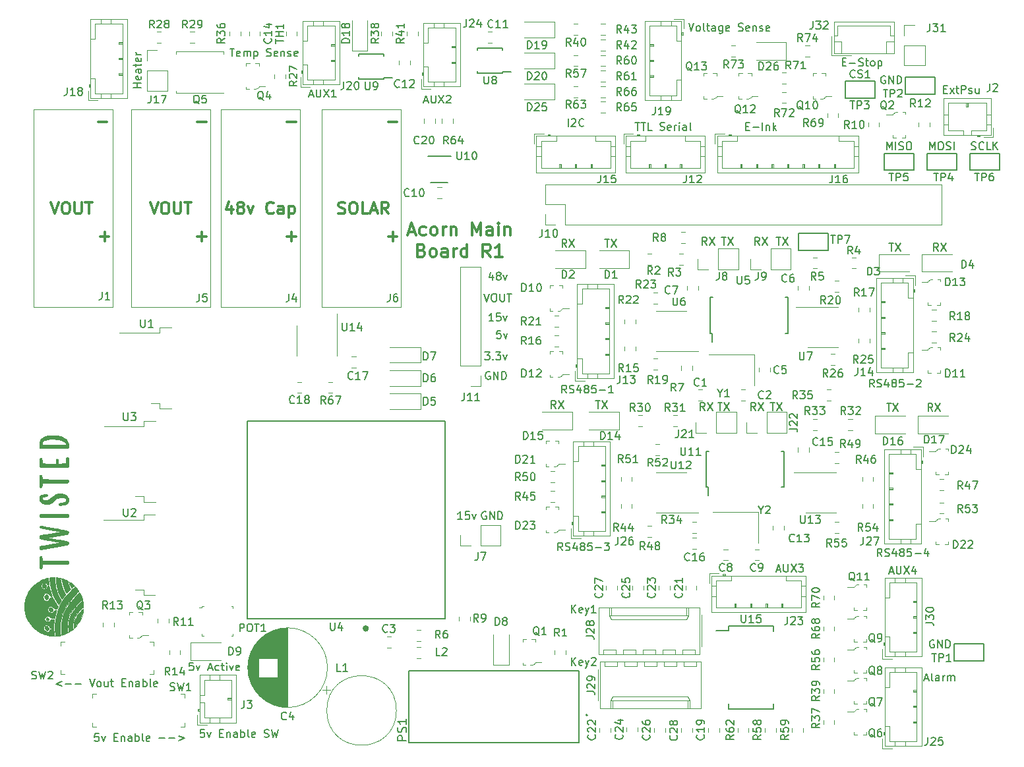
<source format=gbr>
G04 #@! TF.GenerationSoftware,KiCad,Pcbnew,5.1.5-52549c5~86~ubuntu18.04.1*
G04 #@! TF.CreationDate,2020-04-24T23:17:52-07:00*
G04 #@! TF.ProjectId,RPi_Hat,5250695f-4861-4742-9e6b-696361645f70,rev?*
G04 #@! TF.SameCoordinates,Original*
G04 #@! TF.FileFunction,Legend,Top*
G04 #@! TF.FilePolarity,Positive*
%FSLAX46Y46*%
G04 Gerber Fmt 4.6, Leading zero omitted, Abs format (unit mm)*
G04 Created by KiCad (PCBNEW 5.1.5-52549c5~86~ubuntu18.04.1) date 2020-04-24 23:17:52*
%MOMM*%
%LPD*%
G04 APERTURE LIST*
%ADD10C,0.200000*%
%ADD11C,0.300000*%
%ADD12C,0.150000*%
%ADD13C,0.010000*%
%ADD14C,0.100000*%
%ADD15C,0.120000*%
%ADD16C,0.127000*%
%ADD17C,0.400000*%
G04 APERTURE END LIST*
D10*
X70385714Y-123352380D02*
X69909523Y-123352380D01*
X69861904Y-123828571D01*
X69909523Y-123780952D01*
X70004761Y-123733333D01*
X70242857Y-123733333D01*
X70338095Y-123780952D01*
X70385714Y-123828571D01*
X70433333Y-123923809D01*
X70433333Y-124161904D01*
X70385714Y-124257142D01*
X70338095Y-124304761D01*
X70242857Y-124352380D01*
X70004761Y-124352380D01*
X69909523Y-124304761D01*
X69861904Y-124257142D01*
X70766666Y-123685714D02*
X71004761Y-124352380D01*
X71242857Y-123685714D01*
X72338095Y-124066666D02*
X72814285Y-124066666D01*
X72242857Y-124352380D02*
X72576190Y-123352380D01*
X72909523Y-124352380D01*
X73671428Y-124304761D02*
X73576190Y-124352380D01*
X73385714Y-124352380D01*
X73290476Y-124304761D01*
X73242857Y-124257142D01*
X73195238Y-124161904D01*
X73195238Y-123876190D01*
X73242857Y-123780952D01*
X73290476Y-123733333D01*
X73385714Y-123685714D01*
X73576190Y-123685714D01*
X73671428Y-123733333D01*
X73957142Y-123685714D02*
X74338095Y-123685714D01*
X74100000Y-123352380D02*
X74100000Y-124209523D01*
X74147619Y-124304761D01*
X74242857Y-124352380D01*
X74338095Y-124352380D01*
X74671428Y-124352380D02*
X74671428Y-123685714D01*
X74671428Y-123352380D02*
X74623809Y-123400000D01*
X74671428Y-123447619D01*
X74719047Y-123400000D01*
X74671428Y-123352380D01*
X74671428Y-123447619D01*
X75052380Y-123685714D02*
X75290476Y-124352380D01*
X75528571Y-123685714D01*
X76290476Y-124304761D02*
X76195238Y-124352380D01*
X76004761Y-124352380D01*
X75909523Y-124304761D01*
X75861904Y-124209523D01*
X75861904Y-123828571D01*
X75909523Y-123733333D01*
X76004761Y-123685714D01*
X76195238Y-123685714D01*
X76290476Y-123733333D01*
X76338095Y-123828571D01*
X76338095Y-123923809D01*
X75861904Y-124019047D01*
X165333333Y-91052380D02*
X165000000Y-90576190D01*
X164761904Y-91052380D02*
X164761904Y-90052380D01*
X165142857Y-90052380D01*
X165238095Y-90100000D01*
X165285714Y-90147619D01*
X165333333Y-90242857D01*
X165333333Y-90385714D01*
X165285714Y-90480952D01*
X165238095Y-90528571D01*
X165142857Y-90576190D01*
X164761904Y-90576190D01*
X165666666Y-90052380D02*
X166333333Y-91052380D01*
X166333333Y-90052380D02*
X165666666Y-91052380D01*
X159438095Y-90052380D02*
X160009523Y-90052380D01*
X159723809Y-91052380D02*
X159723809Y-90052380D01*
X160247619Y-90052380D02*
X160914285Y-91052380D01*
X160914285Y-90052380D02*
X160247619Y-91052380D01*
X122038095Y-89702380D02*
X122609523Y-89702380D01*
X122323809Y-90702380D02*
X122323809Y-89702380D01*
X122847619Y-89702380D02*
X123514285Y-90702380D01*
X123514285Y-89702380D02*
X122847619Y-90702380D01*
X116933333Y-90702380D02*
X116600000Y-90226190D01*
X116361904Y-90702380D02*
X116361904Y-89702380D01*
X116742857Y-89702380D01*
X116838095Y-89750000D01*
X116885714Y-89797619D01*
X116933333Y-89892857D01*
X116933333Y-90035714D01*
X116885714Y-90130952D01*
X116838095Y-90178571D01*
X116742857Y-90226190D01*
X116361904Y-90226190D01*
X117266666Y-89702380D02*
X117933333Y-90702380D01*
X117933333Y-89702380D02*
X117266666Y-90702380D01*
X159738095Y-69452380D02*
X160309523Y-69452380D01*
X160023809Y-70452380D02*
X160023809Y-69452380D01*
X160547619Y-69452380D02*
X161214285Y-70452380D01*
X161214285Y-69452380D02*
X160547619Y-70452380D01*
X166033333Y-70452380D02*
X165700000Y-69976190D01*
X165461904Y-70452380D02*
X165461904Y-69452380D01*
X165842857Y-69452380D01*
X165938095Y-69500000D01*
X165985714Y-69547619D01*
X166033333Y-69642857D01*
X166033333Y-69785714D01*
X165985714Y-69880952D01*
X165938095Y-69928571D01*
X165842857Y-69976190D01*
X165461904Y-69976190D01*
X166366666Y-69452380D02*
X167033333Y-70452380D01*
X167033333Y-69452380D02*
X166366666Y-70452380D01*
X123238095Y-68952380D02*
X123809523Y-68952380D01*
X123523809Y-69952380D02*
X123523809Y-68952380D01*
X124047619Y-68952380D02*
X124714285Y-69952380D01*
X124714285Y-68952380D02*
X124047619Y-69952380D01*
X118333333Y-69952380D02*
X118000000Y-69476190D01*
X117761904Y-69952380D02*
X117761904Y-68952380D01*
X118142857Y-68952380D01*
X118238095Y-69000000D01*
X118285714Y-69047619D01*
X118333333Y-69142857D01*
X118333333Y-69285714D01*
X118285714Y-69380952D01*
X118238095Y-69428571D01*
X118142857Y-69476190D01*
X117761904Y-69476190D01*
X118666666Y-68952380D02*
X119333333Y-69952380D01*
X119333333Y-68952380D02*
X118666666Y-69952380D01*
D11*
X98039285Y-67987500D02*
X98825000Y-67987500D01*
X97882142Y-68458928D02*
X98432142Y-66808928D01*
X98982142Y-68458928D01*
X100239285Y-68380357D02*
X100082142Y-68458928D01*
X99767857Y-68458928D01*
X99610714Y-68380357D01*
X99532142Y-68301785D01*
X99453571Y-68144642D01*
X99453571Y-67673214D01*
X99532142Y-67516071D01*
X99610714Y-67437500D01*
X99767857Y-67358928D01*
X100082142Y-67358928D01*
X100239285Y-67437500D01*
X101182142Y-68458928D02*
X101025000Y-68380357D01*
X100946428Y-68301785D01*
X100867857Y-68144642D01*
X100867857Y-67673214D01*
X100946428Y-67516071D01*
X101025000Y-67437500D01*
X101182142Y-67358928D01*
X101417857Y-67358928D01*
X101575000Y-67437500D01*
X101653571Y-67516071D01*
X101732142Y-67673214D01*
X101732142Y-68144642D01*
X101653571Y-68301785D01*
X101575000Y-68380357D01*
X101417857Y-68458928D01*
X101182142Y-68458928D01*
X102439285Y-68458928D02*
X102439285Y-67358928D01*
X102439285Y-67673214D02*
X102517857Y-67516071D01*
X102596428Y-67437500D01*
X102753571Y-67358928D01*
X102910714Y-67358928D01*
X103460714Y-67358928D02*
X103460714Y-68458928D01*
X103460714Y-67516071D02*
X103539285Y-67437500D01*
X103696428Y-67358928D01*
X103932142Y-67358928D01*
X104089285Y-67437500D01*
X104167857Y-67594642D01*
X104167857Y-68458928D01*
X106210714Y-68458928D02*
X106210714Y-66808928D01*
X106760714Y-67987500D01*
X107310714Y-66808928D01*
X107310714Y-68458928D01*
X108803571Y-68458928D02*
X108803571Y-67594642D01*
X108725000Y-67437500D01*
X108567857Y-67358928D01*
X108253571Y-67358928D01*
X108096428Y-67437500D01*
X108803571Y-68380357D02*
X108646428Y-68458928D01*
X108253571Y-68458928D01*
X108096428Y-68380357D01*
X108017857Y-68223214D01*
X108017857Y-68066071D01*
X108096428Y-67908928D01*
X108253571Y-67830357D01*
X108646428Y-67830357D01*
X108803571Y-67751785D01*
X109589285Y-68458928D02*
X109589285Y-67358928D01*
X109589285Y-66808928D02*
X109510714Y-66887500D01*
X109589285Y-66966071D01*
X109667857Y-66887500D01*
X109589285Y-66808928D01*
X109589285Y-66966071D01*
X110375000Y-67358928D02*
X110375000Y-68458928D01*
X110375000Y-67516071D02*
X110453571Y-67437500D01*
X110610714Y-67358928D01*
X110846428Y-67358928D01*
X111003571Y-67437500D01*
X111082142Y-67594642D01*
X111082142Y-68458928D01*
X99728571Y-70369642D02*
X99964285Y-70448214D01*
X100042857Y-70526785D01*
X100121428Y-70683928D01*
X100121428Y-70919642D01*
X100042857Y-71076785D01*
X99964285Y-71155357D01*
X99807142Y-71233928D01*
X99178571Y-71233928D01*
X99178571Y-69583928D01*
X99728571Y-69583928D01*
X99885714Y-69662500D01*
X99964285Y-69741071D01*
X100042857Y-69898214D01*
X100042857Y-70055357D01*
X99964285Y-70212500D01*
X99885714Y-70291071D01*
X99728571Y-70369642D01*
X99178571Y-70369642D01*
X101064285Y-71233928D02*
X100907142Y-71155357D01*
X100828571Y-71076785D01*
X100750000Y-70919642D01*
X100750000Y-70448214D01*
X100828571Y-70291071D01*
X100907142Y-70212500D01*
X101064285Y-70133928D01*
X101300000Y-70133928D01*
X101457142Y-70212500D01*
X101535714Y-70291071D01*
X101614285Y-70448214D01*
X101614285Y-70919642D01*
X101535714Y-71076785D01*
X101457142Y-71155357D01*
X101300000Y-71233928D01*
X101064285Y-71233928D01*
X103028571Y-71233928D02*
X103028571Y-70369642D01*
X102950000Y-70212500D01*
X102792857Y-70133928D01*
X102478571Y-70133928D01*
X102321428Y-70212500D01*
X103028571Y-71155357D02*
X102871428Y-71233928D01*
X102478571Y-71233928D01*
X102321428Y-71155357D01*
X102242857Y-70998214D01*
X102242857Y-70841071D01*
X102321428Y-70683928D01*
X102478571Y-70605357D01*
X102871428Y-70605357D01*
X103028571Y-70526785D01*
X103814285Y-71233928D02*
X103814285Y-70133928D01*
X103814285Y-70448214D02*
X103892857Y-70291071D01*
X103971428Y-70212500D01*
X104128571Y-70133928D01*
X104285714Y-70133928D01*
X105542857Y-71233928D02*
X105542857Y-69583928D01*
X105542857Y-71155357D02*
X105385714Y-71233928D01*
X105071428Y-71233928D01*
X104914285Y-71155357D01*
X104835714Y-71076785D01*
X104757142Y-70919642D01*
X104757142Y-70448214D01*
X104835714Y-70291071D01*
X104914285Y-70212500D01*
X105071428Y-70133928D01*
X105385714Y-70133928D01*
X105542857Y-70212500D01*
X108528571Y-71233928D02*
X107978571Y-70448214D01*
X107585714Y-71233928D02*
X107585714Y-69583928D01*
X108214285Y-69583928D01*
X108371428Y-69662500D01*
X108450000Y-69741071D01*
X108528571Y-69898214D01*
X108528571Y-70133928D01*
X108450000Y-70291071D01*
X108371428Y-70369642D01*
X108214285Y-70448214D01*
X107585714Y-70448214D01*
X110100000Y-71233928D02*
X109157142Y-71233928D01*
X109628571Y-71233928D02*
X109628571Y-69583928D01*
X109471428Y-69819642D01*
X109314285Y-69976785D01*
X109157142Y-70055357D01*
D10*
X63702380Y-49440476D02*
X62702380Y-49440476D01*
X63178571Y-49440476D02*
X63178571Y-48869047D01*
X63702380Y-48869047D02*
X62702380Y-48869047D01*
X63654761Y-48011904D02*
X63702380Y-48107142D01*
X63702380Y-48297619D01*
X63654761Y-48392857D01*
X63559523Y-48440476D01*
X63178571Y-48440476D01*
X63083333Y-48392857D01*
X63035714Y-48297619D01*
X63035714Y-48107142D01*
X63083333Y-48011904D01*
X63178571Y-47964285D01*
X63273809Y-47964285D01*
X63369047Y-48440476D01*
X63702380Y-47107142D02*
X63178571Y-47107142D01*
X63083333Y-47154761D01*
X63035714Y-47250000D01*
X63035714Y-47440476D01*
X63083333Y-47535714D01*
X63654761Y-47107142D02*
X63702380Y-47202380D01*
X63702380Y-47440476D01*
X63654761Y-47535714D01*
X63559523Y-47583333D01*
X63464285Y-47583333D01*
X63369047Y-47535714D01*
X63321428Y-47440476D01*
X63321428Y-47202380D01*
X63273809Y-47107142D01*
X63035714Y-46773809D02*
X63035714Y-46392857D01*
X62702380Y-46630952D02*
X63559523Y-46630952D01*
X63654761Y-46583333D01*
X63702380Y-46488095D01*
X63702380Y-46392857D01*
X63654761Y-45678571D02*
X63702380Y-45773809D01*
X63702380Y-45964285D01*
X63654761Y-46059523D01*
X63559523Y-46107142D01*
X63178571Y-46107142D01*
X63083333Y-46059523D01*
X63035714Y-45964285D01*
X63035714Y-45773809D01*
X63083333Y-45678571D01*
X63178571Y-45630952D01*
X63273809Y-45630952D01*
X63369047Y-46107142D01*
X63702380Y-45202380D02*
X63035714Y-45202380D01*
X63226190Y-45202380D02*
X63130952Y-45154761D01*
X63083333Y-45107142D01*
X63035714Y-45011904D01*
X63035714Y-44916666D01*
D12*
X141321428Y-54428571D02*
X141654761Y-54428571D01*
X141797619Y-54952380D02*
X141321428Y-54952380D01*
X141321428Y-53952380D01*
X141797619Y-53952380D01*
X142226190Y-54571428D02*
X142988095Y-54571428D01*
X143464285Y-54952380D02*
X143464285Y-53952380D01*
X143940476Y-54285714D02*
X143940476Y-54952380D01*
X143940476Y-54380952D02*
X143988095Y-54333333D01*
X144083333Y-54285714D01*
X144226190Y-54285714D01*
X144321428Y-54333333D01*
X144369047Y-54428571D01*
X144369047Y-54952380D01*
X144845238Y-54952380D02*
X144845238Y-53952380D01*
X144940476Y-54571428D02*
X145226190Y-54952380D01*
X145226190Y-54285714D02*
X144845238Y-54666666D01*
D10*
X71797619Y-131952380D02*
X71321428Y-131952380D01*
X71273809Y-132428571D01*
X71321428Y-132380952D01*
X71416666Y-132333333D01*
X71654761Y-132333333D01*
X71750000Y-132380952D01*
X71797619Y-132428571D01*
X71845238Y-132523809D01*
X71845238Y-132761904D01*
X71797619Y-132857142D01*
X71750000Y-132904761D01*
X71654761Y-132952380D01*
X71416666Y-132952380D01*
X71321428Y-132904761D01*
X71273809Y-132857142D01*
X72178571Y-132285714D02*
X72416666Y-132952380D01*
X72654761Y-132285714D01*
X73797619Y-132428571D02*
X74130952Y-132428571D01*
X74273809Y-132952380D02*
X73797619Y-132952380D01*
X73797619Y-131952380D01*
X74273809Y-131952380D01*
X74702380Y-132285714D02*
X74702380Y-132952380D01*
X74702380Y-132380952D02*
X74750000Y-132333333D01*
X74845238Y-132285714D01*
X74988095Y-132285714D01*
X75083333Y-132333333D01*
X75130952Y-132428571D01*
X75130952Y-132952380D01*
X76035714Y-132952380D02*
X76035714Y-132428571D01*
X75988095Y-132333333D01*
X75892857Y-132285714D01*
X75702380Y-132285714D01*
X75607142Y-132333333D01*
X76035714Y-132904761D02*
X75940476Y-132952380D01*
X75702380Y-132952380D01*
X75607142Y-132904761D01*
X75559523Y-132809523D01*
X75559523Y-132714285D01*
X75607142Y-132619047D01*
X75702380Y-132571428D01*
X75940476Y-132571428D01*
X76035714Y-132523809D01*
X76511904Y-132952380D02*
X76511904Y-131952380D01*
X76511904Y-132333333D02*
X76607142Y-132285714D01*
X76797619Y-132285714D01*
X76892857Y-132333333D01*
X76940476Y-132380952D01*
X76988095Y-132476190D01*
X76988095Y-132761904D01*
X76940476Y-132857142D01*
X76892857Y-132904761D01*
X76797619Y-132952380D01*
X76607142Y-132952380D01*
X76511904Y-132904761D01*
X77559523Y-132952380D02*
X77464285Y-132904761D01*
X77416666Y-132809523D01*
X77416666Y-131952380D01*
X78321428Y-132904761D02*
X78226190Y-132952380D01*
X78035714Y-132952380D01*
X77940476Y-132904761D01*
X77892857Y-132809523D01*
X77892857Y-132428571D01*
X77940476Y-132333333D01*
X78035714Y-132285714D01*
X78226190Y-132285714D01*
X78321428Y-132333333D01*
X78369047Y-132428571D01*
X78369047Y-132523809D01*
X77892857Y-132619047D01*
X79511904Y-132904761D02*
X79654761Y-132952380D01*
X79892857Y-132952380D01*
X79988095Y-132904761D01*
X80035714Y-132857142D01*
X80083333Y-132761904D01*
X80083333Y-132666666D01*
X80035714Y-132571428D01*
X79988095Y-132523809D01*
X79892857Y-132476190D01*
X79702380Y-132428571D01*
X79607142Y-132380952D01*
X79559523Y-132333333D01*
X79511904Y-132238095D01*
X79511904Y-132142857D01*
X79559523Y-132047619D01*
X79607142Y-132000000D01*
X79702380Y-131952380D01*
X79940476Y-131952380D01*
X80083333Y-132000000D01*
X80416666Y-131952380D02*
X80654761Y-132952380D01*
X80845238Y-132238095D01*
X81035714Y-132952380D01*
X81273809Y-131952380D01*
D12*
X134011904Y-41202380D02*
X134345238Y-42202380D01*
X134678571Y-41202380D01*
X135154761Y-42202380D02*
X135059523Y-42154761D01*
X135011904Y-42107142D01*
X134964285Y-42011904D01*
X134964285Y-41726190D01*
X135011904Y-41630952D01*
X135059523Y-41583333D01*
X135154761Y-41535714D01*
X135297619Y-41535714D01*
X135392857Y-41583333D01*
X135440476Y-41630952D01*
X135488095Y-41726190D01*
X135488095Y-42011904D01*
X135440476Y-42107142D01*
X135392857Y-42154761D01*
X135297619Y-42202380D01*
X135154761Y-42202380D01*
X136059523Y-42202380D02*
X135964285Y-42154761D01*
X135916666Y-42059523D01*
X135916666Y-41202380D01*
X136297619Y-41535714D02*
X136678571Y-41535714D01*
X136440476Y-41202380D02*
X136440476Y-42059523D01*
X136488095Y-42154761D01*
X136583333Y-42202380D01*
X136678571Y-42202380D01*
X137440476Y-42202380D02*
X137440476Y-41678571D01*
X137392857Y-41583333D01*
X137297619Y-41535714D01*
X137107142Y-41535714D01*
X137011904Y-41583333D01*
X137440476Y-42154761D02*
X137345238Y-42202380D01*
X137107142Y-42202380D01*
X137011904Y-42154761D01*
X136964285Y-42059523D01*
X136964285Y-41964285D01*
X137011904Y-41869047D01*
X137107142Y-41821428D01*
X137345238Y-41821428D01*
X137440476Y-41773809D01*
X138345238Y-41535714D02*
X138345238Y-42345238D01*
X138297619Y-42440476D01*
X138250000Y-42488095D01*
X138154761Y-42535714D01*
X138011904Y-42535714D01*
X137916666Y-42488095D01*
X138345238Y-42154761D02*
X138250000Y-42202380D01*
X138059523Y-42202380D01*
X137964285Y-42154761D01*
X137916666Y-42107142D01*
X137869047Y-42011904D01*
X137869047Y-41726190D01*
X137916666Y-41630952D01*
X137964285Y-41583333D01*
X138059523Y-41535714D01*
X138250000Y-41535714D01*
X138345238Y-41583333D01*
X139202380Y-42154761D02*
X139107142Y-42202380D01*
X138916666Y-42202380D01*
X138821428Y-42154761D01*
X138773809Y-42059523D01*
X138773809Y-41678571D01*
X138821428Y-41583333D01*
X138916666Y-41535714D01*
X139107142Y-41535714D01*
X139202380Y-41583333D01*
X139250000Y-41678571D01*
X139250000Y-41773809D01*
X138773809Y-41869047D01*
X140392857Y-42154761D02*
X140535714Y-42202380D01*
X140773809Y-42202380D01*
X140869047Y-42154761D01*
X140916666Y-42107142D01*
X140964285Y-42011904D01*
X140964285Y-41916666D01*
X140916666Y-41821428D01*
X140869047Y-41773809D01*
X140773809Y-41726190D01*
X140583333Y-41678571D01*
X140488095Y-41630952D01*
X140440476Y-41583333D01*
X140392857Y-41488095D01*
X140392857Y-41392857D01*
X140440476Y-41297619D01*
X140488095Y-41250000D01*
X140583333Y-41202380D01*
X140821428Y-41202380D01*
X140964285Y-41250000D01*
X141773809Y-42154761D02*
X141678571Y-42202380D01*
X141488095Y-42202380D01*
X141392857Y-42154761D01*
X141345238Y-42059523D01*
X141345238Y-41678571D01*
X141392857Y-41583333D01*
X141488095Y-41535714D01*
X141678571Y-41535714D01*
X141773809Y-41583333D01*
X141821428Y-41678571D01*
X141821428Y-41773809D01*
X141345238Y-41869047D01*
X142250000Y-41535714D02*
X142250000Y-42202380D01*
X142250000Y-41630952D02*
X142297619Y-41583333D01*
X142392857Y-41535714D01*
X142535714Y-41535714D01*
X142630952Y-41583333D01*
X142678571Y-41678571D01*
X142678571Y-42202380D01*
X143107142Y-42154761D02*
X143202380Y-42202380D01*
X143392857Y-42202380D01*
X143488095Y-42154761D01*
X143535714Y-42059523D01*
X143535714Y-42011904D01*
X143488095Y-41916666D01*
X143392857Y-41869047D01*
X143250000Y-41869047D01*
X143154761Y-41821428D01*
X143107142Y-41726190D01*
X143107142Y-41678571D01*
X143154761Y-41583333D01*
X143250000Y-41535714D01*
X143392857Y-41535714D01*
X143488095Y-41583333D01*
X144345238Y-42154761D02*
X144250000Y-42202380D01*
X144059523Y-42202380D01*
X143964285Y-42154761D01*
X143916666Y-42059523D01*
X143916666Y-41678571D01*
X143964285Y-41583333D01*
X144059523Y-41535714D01*
X144250000Y-41535714D01*
X144345238Y-41583333D01*
X144392857Y-41678571D01*
X144392857Y-41773809D01*
X143916666Y-41869047D01*
X166738095Y-49678571D02*
X167071428Y-49678571D01*
X167214285Y-50202380D02*
X166738095Y-50202380D01*
X166738095Y-49202380D01*
X167214285Y-49202380D01*
X167547619Y-50202380D02*
X168071428Y-49535714D01*
X167547619Y-49535714D02*
X168071428Y-50202380D01*
X168309523Y-49535714D02*
X168690476Y-49535714D01*
X168452380Y-49202380D02*
X168452380Y-50059523D01*
X168500000Y-50154761D01*
X168595238Y-50202380D01*
X168690476Y-50202380D01*
X169023809Y-50202380D02*
X169023809Y-49202380D01*
X169404761Y-49202380D01*
X169500000Y-49250000D01*
X169547619Y-49297619D01*
X169595238Y-49392857D01*
X169595238Y-49535714D01*
X169547619Y-49630952D01*
X169500000Y-49678571D01*
X169404761Y-49726190D01*
X169023809Y-49726190D01*
X169976190Y-50154761D02*
X170071428Y-50202380D01*
X170261904Y-50202380D01*
X170357142Y-50154761D01*
X170404761Y-50059523D01*
X170404761Y-50011904D01*
X170357142Y-49916666D01*
X170261904Y-49869047D01*
X170119047Y-49869047D01*
X170023809Y-49821428D01*
X169976190Y-49726190D01*
X169976190Y-49678571D01*
X170023809Y-49583333D01*
X170119047Y-49535714D01*
X170261904Y-49535714D01*
X170357142Y-49583333D01*
X171261904Y-49535714D02*
X171261904Y-50202380D01*
X170833333Y-49535714D02*
X170833333Y-50059523D01*
X170880952Y-50154761D01*
X170976190Y-50202380D01*
X171119047Y-50202380D01*
X171214285Y-50154761D01*
X171261904Y-50107142D01*
X153750000Y-46178571D02*
X154083333Y-46178571D01*
X154226190Y-46702380D02*
X153750000Y-46702380D01*
X153750000Y-45702380D01*
X154226190Y-45702380D01*
X154654761Y-46321428D02*
X155416666Y-46321428D01*
X155845238Y-46654761D02*
X155988095Y-46702380D01*
X156226190Y-46702380D01*
X156321428Y-46654761D01*
X156369047Y-46607142D01*
X156416666Y-46511904D01*
X156416666Y-46416666D01*
X156369047Y-46321428D01*
X156321428Y-46273809D01*
X156226190Y-46226190D01*
X156035714Y-46178571D01*
X155940476Y-46130952D01*
X155892857Y-46083333D01*
X155845238Y-45988095D01*
X155845238Y-45892857D01*
X155892857Y-45797619D01*
X155940476Y-45750000D01*
X156035714Y-45702380D01*
X156273809Y-45702380D01*
X156416666Y-45750000D01*
X156702380Y-46035714D02*
X157083333Y-46035714D01*
X156845238Y-45702380D02*
X156845238Y-46559523D01*
X156892857Y-46654761D01*
X156988095Y-46702380D01*
X157083333Y-46702380D01*
X157559523Y-46702380D02*
X157464285Y-46654761D01*
X157416666Y-46607142D01*
X157369047Y-46511904D01*
X157369047Y-46226190D01*
X157416666Y-46130952D01*
X157464285Y-46083333D01*
X157559523Y-46035714D01*
X157702380Y-46035714D01*
X157797619Y-46083333D01*
X157845238Y-46130952D01*
X157892857Y-46226190D01*
X157892857Y-46511904D01*
X157845238Y-46607142D01*
X157797619Y-46654761D01*
X157702380Y-46702380D01*
X157559523Y-46702380D01*
X158321428Y-46035714D02*
X158321428Y-47035714D01*
X158321428Y-46083333D02*
X158416666Y-46035714D01*
X158607142Y-46035714D01*
X158702380Y-46083333D01*
X158750000Y-46130952D01*
X158797619Y-46226190D01*
X158797619Y-46511904D01*
X158750000Y-46607142D01*
X158702380Y-46654761D01*
X158607142Y-46702380D01*
X158416666Y-46702380D01*
X158321428Y-46654761D01*
X127130952Y-53952380D02*
X127702380Y-53952380D01*
X127416666Y-54952380D02*
X127416666Y-53952380D01*
X127892857Y-53952380D02*
X128464285Y-53952380D01*
X128178571Y-54952380D02*
X128178571Y-53952380D01*
X129273809Y-54952380D02*
X128797619Y-54952380D01*
X128797619Y-53952380D01*
X130321428Y-54904761D02*
X130464285Y-54952380D01*
X130702380Y-54952380D01*
X130797619Y-54904761D01*
X130845238Y-54857142D01*
X130892857Y-54761904D01*
X130892857Y-54666666D01*
X130845238Y-54571428D01*
X130797619Y-54523809D01*
X130702380Y-54476190D01*
X130511904Y-54428571D01*
X130416666Y-54380952D01*
X130369047Y-54333333D01*
X130321428Y-54238095D01*
X130321428Y-54142857D01*
X130369047Y-54047619D01*
X130416666Y-54000000D01*
X130511904Y-53952380D01*
X130750000Y-53952380D01*
X130892857Y-54000000D01*
X131702380Y-54904761D02*
X131607142Y-54952380D01*
X131416666Y-54952380D01*
X131321428Y-54904761D01*
X131273809Y-54809523D01*
X131273809Y-54428571D01*
X131321428Y-54333333D01*
X131416666Y-54285714D01*
X131607142Y-54285714D01*
X131702380Y-54333333D01*
X131750000Y-54428571D01*
X131750000Y-54523809D01*
X131273809Y-54619047D01*
X132178571Y-54952380D02*
X132178571Y-54285714D01*
X132178571Y-54476190D02*
X132226190Y-54380952D01*
X132273809Y-54333333D01*
X132369047Y-54285714D01*
X132464285Y-54285714D01*
X132797619Y-54952380D02*
X132797619Y-54285714D01*
X132797619Y-53952380D02*
X132750000Y-54000000D01*
X132797619Y-54047619D01*
X132845238Y-54000000D01*
X132797619Y-53952380D01*
X132797619Y-54047619D01*
X133702380Y-54952380D02*
X133702380Y-54428571D01*
X133654761Y-54333333D01*
X133559523Y-54285714D01*
X133369047Y-54285714D01*
X133273809Y-54333333D01*
X133702380Y-54904761D02*
X133607142Y-54952380D01*
X133369047Y-54952380D01*
X133273809Y-54904761D01*
X133226190Y-54809523D01*
X133226190Y-54714285D01*
X133273809Y-54619047D01*
X133369047Y-54571428D01*
X133607142Y-54571428D01*
X133702380Y-54523809D01*
X134321428Y-54952380D02*
X134226190Y-54904761D01*
X134178571Y-54809523D01*
X134178571Y-53952380D01*
X118523809Y-54452380D02*
X118523809Y-53452380D01*
X118952380Y-53547619D02*
X119000000Y-53500000D01*
X119095238Y-53452380D01*
X119333333Y-53452380D01*
X119428571Y-53500000D01*
X119476190Y-53547619D01*
X119523809Y-53642857D01*
X119523809Y-53738095D01*
X119476190Y-53880952D01*
X118904761Y-54452380D01*
X119523809Y-54452380D01*
X120523809Y-54357142D02*
X120476190Y-54404761D01*
X120333333Y-54452380D01*
X120238095Y-54452380D01*
X120095238Y-54404761D01*
X120000000Y-54309523D01*
X119952380Y-54214285D01*
X119904761Y-54023809D01*
X119904761Y-53880952D01*
X119952380Y-53690476D01*
X120000000Y-53595238D01*
X120095238Y-53500000D01*
X120238095Y-53452380D01*
X120333333Y-53452380D01*
X120476190Y-53500000D01*
X120523809Y-53547619D01*
D10*
X53511904Y-125785714D02*
X52750000Y-126071428D01*
X53511904Y-126357142D01*
X53988095Y-126071428D02*
X54750000Y-126071428D01*
X55226190Y-126071428D02*
X55988095Y-126071428D01*
X57083333Y-125452380D02*
X57416666Y-126452380D01*
X57750000Y-125452380D01*
X58226190Y-126452380D02*
X58130952Y-126404761D01*
X58083333Y-126357142D01*
X58035714Y-126261904D01*
X58035714Y-125976190D01*
X58083333Y-125880952D01*
X58130952Y-125833333D01*
X58226190Y-125785714D01*
X58369047Y-125785714D01*
X58464285Y-125833333D01*
X58511904Y-125880952D01*
X58559523Y-125976190D01*
X58559523Y-126261904D01*
X58511904Y-126357142D01*
X58464285Y-126404761D01*
X58369047Y-126452380D01*
X58226190Y-126452380D01*
X59416666Y-125785714D02*
X59416666Y-126452380D01*
X58988095Y-125785714D02*
X58988095Y-126309523D01*
X59035714Y-126404761D01*
X59130952Y-126452380D01*
X59273809Y-126452380D01*
X59369047Y-126404761D01*
X59416666Y-126357142D01*
X59750000Y-125785714D02*
X60130952Y-125785714D01*
X59892857Y-125452380D02*
X59892857Y-126309523D01*
X59940476Y-126404761D01*
X60035714Y-126452380D01*
X60130952Y-126452380D01*
X61226190Y-125928571D02*
X61559523Y-125928571D01*
X61702380Y-126452380D02*
X61226190Y-126452380D01*
X61226190Y-125452380D01*
X61702380Y-125452380D01*
X62130952Y-125785714D02*
X62130952Y-126452380D01*
X62130952Y-125880952D02*
X62178571Y-125833333D01*
X62273809Y-125785714D01*
X62416666Y-125785714D01*
X62511904Y-125833333D01*
X62559523Y-125928571D01*
X62559523Y-126452380D01*
X63464285Y-126452380D02*
X63464285Y-125928571D01*
X63416666Y-125833333D01*
X63321428Y-125785714D01*
X63130952Y-125785714D01*
X63035714Y-125833333D01*
X63464285Y-126404761D02*
X63369047Y-126452380D01*
X63130952Y-126452380D01*
X63035714Y-126404761D01*
X62988095Y-126309523D01*
X62988095Y-126214285D01*
X63035714Y-126119047D01*
X63130952Y-126071428D01*
X63369047Y-126071428D01*
X63464285Y-126023809D01*
X63940476Y-126452380D02*
X63940476Y-125452380D01*
X63940476Y-125833333D02*
X64035714Y-125785714D01*
X64226190Y-125785714D01*
X64321428Y-125833333D01*
X64369047Y-125880952D01*
X64416666Y-125976190D01*
X64416666Y-126261904D01*
X64369047Y-126357142D01*
X64321428Y-126404761D01*
X64226190Y-126452380D01*
X64035714Y-126452380D01*
X63940476Y-126404761D01*
X64988095Y-126452380D02*
X64892857Y-126404761D01*
X64845238Y-126309523D01*
X64845238Y-125452380D01*
X65750000Y-126404761D02*
X65654761Y-126452380D01*
X65464285Y-126452380D01*
X65369047Y-126404761D01*
X65321428Y-126309523D01*
X65321428Y-125928571D01*
X65369047Y-125833333D01*
X65464285Y-125785714D01*
X65654761Y-125785714D01*
X65750000Y-125833333D01*
X65797619Y-125928571D01*
X65797619Y-126023809D01*
X65321428Y-126119047D01*
X58238095Y-132452380D02*
X57761904Y-132452380D01*
X57714285Y-132928571D01*
X57761904Y-132880952D01*
X57857142Y-132833333D01*
X58095238Y-132833333D01*
X58190476Y-132880952D01*
X58238095Y-132928571D01*
X58285714Y-133023809D01*
X58285714Y-133261904D01*
X58238095Y-133357142D01*
X58190476Y-133404761D01*
X58095238Y-133452380D01*
X57857142Y-133452380D01*
X57761904Y-133404761D01*
X57714285Y-133357142D01*
X58619047Y-132785714D02*
X58857142Y-133452380D01*
X59095238Y-132785714D01*
X60238095Y-132928571D02*
X60571428Y-132928571D01*
X60714285Y-133452380D02*
X60238095Y-133452380D01*
X60238095Y-132452380D01*
X60714285Y-132452380D01*
X61142857Y-132785714D02*
X61142857Y-133452380D01*
X61142857Y-132880952D02*
X61190476Y-132833333D01*
X61285714Y-132785714D01*
X61428571Y-132785714D01*
X61523809Y-132833333D01*
X61571428Y-132928571D01*
X61571428Y-133452380D01*
X62476190Y-133452380D02*
X62476190Y-132928571D01*
X62428571Y-132833333D01*
X62333333Y-132785714D01*
X62142857Y-132785714D01*
X62047619Y-132833333D01*
X62476190Y-133404761D02*
X62380952Y-133452380D01*
X62142857Y-133452380D01*
X62047619Y-133404761D01*
X62000000Y-133309523D01*
X62000000Y-133214285D01*
X62047619Y-133119047D01*
X62142857Y-133071428D01*
X62380952Y-133071428D01*
X62476190Y-133023809D01*
X62952380Y-133452380D02*
X62952380Y-132452380D01*
X62952380Y-132833333D02*
X63047619Y-132785714D01*
X63238095Y-132785714D01*
X63333333Y-132833333D01*
X63380952Y-132880952D01*
X63428571Y-132976190D01*
X63428571Y-133261904D01*
X63380952Y-133357142D01*
X63333333Y-133404761D01*
X63238095Y-133452380D01*
X63047619Y-133452380D01*
X62952380Y-133404761D01*
X64000000Y-133452380D02*
X63904761Y-133404761D01*
X63857142Y-133309523D01*
X63857142Y-132452380D01*
X64761904Y-133404761D02*
X64666666Y-133452380D01*
X64476190Y-133452380D01*
X64380952Y-133404761D01*
X64333333Y-133309523D01*
X64333333Y-132928571D01*
X64380952Y-132833333D01*
X64476190Y-132785714D01*
X64666666Y-132785714D01*
X64761904Y-132833333D01*
X64809523Y-132928571D01*
X64809523Y-133023809D01*
X64333333Y-133119047D01*
X66000000Y-133071428D02*
X66761904Y-133071428D01*
X67238095Y-133071428D02*
X68000000Y-133071428D01*
X68476190Y-132785714D02*
X69238095Y-133071428D01*
X68476190Y-133357142D01*
D12*
X145285714Y-111416666D02*
X145761904Y-111416666D01*
X145190476Y-111702380D02*
X145523809Y-110702380D01*
X145857142Y-111702380D01*
X146190476Y-110702380D02*
X146190476Y-111511904D01*
X146238095Y-111607142D01*
X146285714Y-111654761D01*
X146380952Y-111702380D01*
X146571428Y-111702380D01*
X146666666Y-111654761D01*
X146714285Y-111607142D01*
X146761904Y-111511904D01*
X146761904Y-110702380D01*
X147142857Y-110702380D02*
X147809523Y-111702380D01*
X147809523Y-110702380D02*
X147142857Y-111702380D01*
X148095238Y-110702380D02*
X148714285Y-110702380D01*
X148380952Y-111083333D01*
X148523809Y-111083333D01*
X148619047Y-111130952D01*
X148666666Y-111178571D01*
X148714285Y-111273809D01*
X148714285Y-111511904D01*
X148666666Y-111607142D01*
X148619047Y-111654761D01*
X148523809Y-111702380D01*
X148238095Y-111702380D01*
X148142857Y-111654761D01*
X148095238Y-111607142D01*
X100035714Y-51166666D02*
X100511904Y-51166666D01*
X99940476Y-51452380D02*
X100273809Y-50452380D01*
X100607142Y-51452380D01*
X100940476Y-50452380D02*
X100940476Y-51261904D01*
X100988095Y-51357142D01*
X101035714Y-51404761D01*
X101130952Y-51452380D01*
X101321428Y-51452380D01*
X101416666Y-51404761D01*
X101464285Y-51357142D01*
X101511904Y-51261904D01*
X101511904Y-50452380D01*
X101892857Y-50452380D02*
X102559523Y-51452380D01*
X102559523Y-50452380D02*
X101892857Y-51452380D01*
X102892857Y-50547619D02*
X102940476Y-50500000D01*
X103035714Y-50452380D01*
X103273809Y-50452380D01*
X103369047Y-50500000D01*
X103416666Y-50547619D01*
X103464285Y-50642857D01*
X103464285Y-50738095D01*
X103416666Y-50880952D01*
X102845238Y-51452380D01*
X103464285Y-51452380D01*
X85285714Y-50416666D02*
X85761904Y-50416666D01*
X85190476Y-50702380D02*
X85523809Y-49702380D01*
X85857142Y-50702380D01*
X86190476Y-49702380D02*
X86190476Y-50511904D01*
X86238095Y-50607142D01*
X86285714Y-50654761D01*
X86380952Y-50702380D01*
X86571428Y-50702380D01*
X86666666Y-50654761D01*
X86714285Y-50607142D01*
X86761904Y-50511904D01*
X86761904Y-49702380D01*
X87142857Y-49702380D02*
X87809523Y-50702380D01*
X87809523Y-49702380D02*
X87142857Y-50702380D01*
X88714285Y-50702380D02*
X88142857Y-50702380D01*
X88428571Y-50702380D02*
X88428571Y-49702380D01*
X88333333Y-49845238D01*
X88238095Y-49940476D01*
X88142857Y-49988095D01*
X118952380Y-123702380D02*
X118952380Y-122702380D01*
X119523809Y-123702380D02*
X119095238Y-123130952D01*
X119523809Y-122702380D02*
X118952380Y-123273809D01*
X120333333Y-123654761D02*
X120238095Y-123702380D01*
X120047619Y-123702380D01*
X119952380Y-123654761D01*
X119904761Y-123559523D01*
X119904761Y-123178571D01*
X119952380Y-123083333D01*
X120047619Y-123035714D01*
X120238095Y-123035714D01*
X120333333Y-123083333D01*
X120380952Y-123178571D01*
X120380952Y-123273809D01*
X119904761Y-123369047D01*
X120714285Y-123035714D02*
X120952380Y-123702380D01*
X121190476Y-123035714D02*
X120952380Y-123702380D01*
X120857142Y-123940476D01*
X120809523Y-123988095D01*
X120714285Y-124035714D01*
X121523809Y-122797619D02*
X121571428Y-122750000D01*
X121666666Y-122702380D01*
X121904761Y-122702380D01*
X122000000Y-122750000D01*
X122047619Y-122797619D01*
X122095238Y-122892857D01*
X122095238Y-122988095D01*
X122047619Y-123130952D01*
X121476190Y-123702380D01*
X122095238Y-123702380D01*
X118952380Y-116952380D02*
X118952380Y-115952380D01*
X119523809Y-116952380D02*
X119095238Y-116380952D01*
X119523809Y-115952380D02*
X118952380Y-116523809D01*
X120333333Y-116904761D02*
X120238095Y-116952380D01*
X120047619Y-116952380D01*
X119952380Y-116904761D01*
X119904761Y-116809523D01*
X119904761Y-116428571D01*
X119952380Y-116333333D01*
X120047619Y-116285714D01*
X120238095Y-116285714D01*
X120333333Y-116333333D01*
X120380952Y-116428571D01*
X120380952Y-116523809D01*
X119904761Y-116619047D01*
X120714285Y-116285714D02*
X120952380Y-116952380D01*
X121190476Y-116285714D02*
X120952380Y-116952380D01*
X120857142Y-117190476D01*
X120809523Y-117238095D01*
X120714285Y-117285714D01*
X122095238Y-116952380D02*
X121523809Y-116952380D01*
X121809523Y-116952380D02*
X121809523Y-115952380D01*
X121714285Y-116095238D01*
X121619047Y-116190476D01*
X121523809Y-116238095D01*
X164321428Y-125416666D02*
X164797619Y-125416666D01*
X164226190Y-125702380D02*
X164559523Y-124702380D01*
X164892857Y-125702380D01*
X165369047Y-125702380D02*
X165273809Y-125654761D01*
X165226190Y-125559523D01*
X165226190Y-124702380D01*
X166178571Y-125702380D02*
X166178571Y-125178571D01*
X166130952Y-125083333D01*
X166035714Y-125035714D01*
X165845238Y-125035714D01*
X165750000Y-125083333D01*
X166178571Y-125654761D02*
X166083333Y-125702380D01*
X165845238Y-125702380D01*
X165750000Y-125654761D01*
X165702380Y-125559523D01*
X165702380Y-125464285D01*
X165750000Y-125369047D01*
X165845238Y-125321428D01*
X166083333Y-125321428D01*
X166178571Y-125273809D01*
X166654761Y-125702380D02*
X166654761Y-125035714D01*
X166654761Y-125226190D02*
X166702380Y-125130952D01*
X166750000Y-125083333D01*
X166845238Y-125035714D01*
X166940476Y-125035714D01*
X167273809Y-125702380D02*
X167273809Y-125035714D01*
X167273809Y-125130952D02*
X167321428Y-125083333D01*
X167416666Y-125035714D01*
X167559523Y-125035714D01*
X167654761Y-125083333D01*
X167702380Y-125178571D01*
X167702380Y-125702380D01*
X167702380Y-125178571D02*
X167750000Y-125083333D01*
X167845238Y-125035714D01*
X167988095Y-125035714D01*
X168083333Y-125083333D01*
X168130952Y-125178571D01*
X168130952Y-125702380D01*
X159785714Y-111666666D02*
X160261904Y-111666666D01*
X159690476Y-111952380D02*
X160023809Y-110952380D01*
X160357142Y-111952380D01*
X160690476Y-110952380D02*
X160690476Y-111761904D01*
X160738095Y-111857142D01*
X160785714Y-111904761D01*
X160880952Y-111952380D01*
X161071428Y-111952380D01*
X161166666Y-111904761D01*
X161214285Y-111857142D01*
X161261904Y-111761904D01*
X161261904Y-110952380D01*
X161642857Y-110952380D02*
X162309523Y-111952380D01*
X162309523Y-110952380D02*
X161642857Y-111952380D01*
X163119047Y-111285714D02*
X163119047Y-111952380D01*
X162880952Y-110904761D02*
X162642857Y-111619047D01*
X163261904Y-111619047D01*
X117809523Y-108952380D02*
X117476190Y-108476190D01*
X117238095Y-108952380D02*
X117238095Y-107952380D01*
X117619047Y-107952380D01*
X117714285Y-108000000D01*
X117761904Y-108047619D01*
X117809523Y-108142857D01*
X117809523Y-108285714D01*
X117761904Y-108380952D01*
X117714285Y-108428571D01*
X117619047Y-108476190D01*
X117238095Y-108476190D01*
X118190476Y-108904761D02*
X118333333Y-108952380D01*
X118571428Y-108952380D01*
X118666666Y-108904761D01*
X118714285Y-108857142D01*
X118761904Y-108761904D01*
X118761904Y-108666666D01*
X118714285Y-108571428D01*
X118666666Y-108523809D01*
X118571428Y-108476190D01*
X118380952Y-108428571D01*
X118285714Y-108380952D01*
X118238095Y-108333333D01*
X118190476Y-108238095D01*
X118190476Y-108142857D01*
X118238095Y-108047619D01*
X118285714Y-108000000D01*
X118380952Y-107952380D01*
X118619047Y-107952380D01*
X118761904Y-108000000D01*
X119619047Y-108285714D02*
X119619047Y-108952380D01*
X119380952Y-107904761D02*
X119142857Y-108619047D01*
X119761904Y-108619047D01*
X120285714Y-108380952D02*
X120190476Y-108333333D01*
X120142857Y-108285714D01*
X120095238Y-108190476D01*
X120095238Y-108142857D01*
X120142857Y-108047619D01*
X120190476Y-108000000D01*
X120285714Y-107952380D01*
X120476190Y-107952380D01*
X120571428Y-108000000D01*
X120619047Y-108047619D01*
X120666666Y-108142857D01*
X120666666Y-108190476D01*
X120619047Y-108285714D01*
X120571428Y-108333333D01*
X120476190Y-108380952D01*
X120285714Y-108380952D01*
X120190476Y-108428571D01*
X120142857Y-108476190D01*
X120095238Y-108571428D01*
X120095238Y-108761904D01*
X120142857Y-108857142D01*
X120190476Y-108904761D01*
X120285714Y-108952380D01*
X120476190Y-108952380D01*
X120571428Y-108904761D01*
X120619047Y-108857142D01*
X120666666Y-108761904D01*
X120666666Y-108571428D01*
X120619047Y-108476190D01*
X120571428Y-108428571D01*
X120476190Y-108380952D01*
X121571428Y-107952380D02*
X121095238Y-107952380D01*
X121047619Y-108428571D01*
X121095238Y-108380952D01*
X121190476Y-108333333D01*
X121428571Y-108333333D01*
X121523809Y-108380952D01*
X121571428Y-108428571D01*
X121619047Y-108523809D01*
X121619047Y-108761904D01*
X121571428Y-108857142D01*
X121523809Y-108904761D01*
X121428571Y-108952380D01*
X121190476Y-108952380D01*
X121095238Y-108904761D01*
X121047619Y-108857142D01*
X122047619Y-108571428D02*
X122809523Y-108571428D01*
X123190476Y-107952380D02*
X123809523Y-107952380D01*
X123476190Y-108333333D01*
X123619047Y-108333333D01*
X123714285Y-108380952D01*
X123761904Y-108428571D01*
X123809523Y-108523809D01*
X123809523Y-108761904D01*
X123761904Y-108857142D01*
X123714285Y-108904761D01*
X123619047Y-108952380D01*
X123333333Y-108952380D01*
X123238095Y-108904761D01*
X123190476Y-108857142D01*
X158809523Y-109702380D02*
X158476190Y-109226190D01*
X158238095Y-109702380D02*
X158238095Y-108702380D01*
X158619047Y-108702380D01*
X158714285Y-108750000D01*
X158761904Y-108797619D01*
X158809523Y-108892857D01*
X158809523Y-109035714D01*
X158761904Y-109130952D01*
X158714285Y-109178571D01*
X158619047Y-109226190D01*
X158238095Y-109226190D01*
X159190476Y-109654761D02*
X159333333Y-109702380D01*
X159571428Y-109702380D01*
X159666666Y-109654761D01*
X159714285Y-109607142D01*
X159761904Y-109511904D01*
X159761904Y-109416666D01*
X159714285Y-109321428D01*
X159666666Y-109273809D01*
X159571428Y-109226190D01*
X159380952Y-109178571D01*
X159285714Y-109130952D01*
X159238095Y-109083333D01*
X159190476Y-108988095D01*
X159190476Y-108892857D01*
X159238095Y-108797619D01*
X159285714Y-108750000D01*
X159380952Y-108702380D01*
X159619047Y-108702380D01*
X159761904Y-108750000D01*
X160619047Y-109035714D02*
X160619047Y-109702380D01*
X160380952Y-108654761D02*
X160142857Y-109369047D01*
X160761904Y-109369047D01*
X161285714Y-109130952D02*
X161190476Y-109083333D01*
X161142857Y-109035714D01*
X161095238Y-108940476D01*
X161095238Y-108892857D01*
X161142857Y-108797619D01*
X161190476Y-108750000D01*
X161285714Y-108702380D01*
X161476190Y-108702380D01*
X161571428Y-108750000D01*
X161619047Y-108797619D01*
X161666666Y-108892857D01*
X161666666Y-108940476D01*
X161619047Y-109035714D01*
X161571428Y-109083333D01*
X161476190Y-109130952D01*
X161285714Y-109130952D01*
X161190476Y-109178571D01*
X161142857Y-109226190D01*
X161095238Y-109321428D01*
X161095238Y-109511904D01*
X161142857Y-109607142D01*
X161190476Y-109654761D01*
X161285714Y-109702380D01*
X161476190Y-109702380D01*
X161571428Y-109654761D01*
X161619047Y-109607142D01*
X161666666Y-109511904D01*
X161666666Y-109321428D01*
X161619047Y-109226190D01*
X161571428Y-109178571D01*
X161476190Y-109130952D01*
X162571428Y-108702380D02*
X162095238Y-108702380D01*
X162047619Y-109178571D01*
X162095238Y-109130952D01*
X162190476Y-109083333D01*
X162428571Y-109083333D01*
X162523809Y-109130952D01*
X162571428Y-109178571D01*
X162619047Y-109273809D01*
X162619047Y-109511904D01*
X162571428Y-109607142D01*
X162523809Y-109654761D01*
X162428571Y-109702380D01*
X162190476Y-109702380D01*
X162095238Y-109654761D01*
X162047619Y-109607142D01*
X163047619Y-109321428D02*
X163809523Y-109321428D01*
X164714285Y-109035714D02*
X164714285Y-109702380D01*
X164476190Y-108654761D02*
X164238095Y-109369047D01*
X164857142Y-109369047D01*
X157809523Y-87952380D02*
X157476190Y-87476190D01*
X157238095Y-87952380D02*
X157238095Y-86952380D01*
X157619047Y-86952380D01*
X157714285Y-87000000D01*
X157761904Y-87047619D01*
X157809523Y-87142857D01*
X157809523Y-87285714D01*
X157761904Y-87380952D01*
X157714285Y-87428571D01*
X157619047Y-87476190D01*
X157238095Y-87476190D01*
X158190476Y-87904761D02*
X158333333Y-87952380D01*
X158571428Y-87952380D01*
X158666666Y-87904761D01*
X158714285Y-87857142D01*
X158761904Y-87761904D01*
X158761904Y-87666666D01*
X158714285Y-87571428D01*
X158666666Y-87523809D01*
X158571428Y-87476190D01*
X158380952Y-87428571D01*
X158285714Y-87380952D01*
X158238095Y-87333333D01*
X158190476Y-87238095D01*
X158190476Y-87142857D01*
X158238095Y-87047619D01*
X158285714Y-87000000D01*
X158380952Y-86952380D01*
X158619047Y-86952380D01*
X158761904Y-87000000D01*
X159619047Y-87285714D02*
X159619047Y-87952380D01*
X159380952Y-86904761D02*
X159142857Y-87619047D01*
X159761904Y-87619047D01*
X160285714Y-87380952D02*
X160190476Y-87333333D01*
X160142857Y-87285714D01*
X160095238Y-87190476D01*
X160095238Y-87142857D01*
X160142857Y-87047619D01*
X160190476Y-87000000D01*
X160285714Y-86952380D01*
X160476190Y-86952380D01*
X160571428Y-87000000D01*
X160619047Y-87047619D01*
X160666666Y-87142857D01*
X160666666Y-87190476D01*
X160619047Y-87285714D01*
X160571428Y-87333333D01*
X160476190Y-87380952D01*
X160285714Y-87380952D01*
X160190476Y-87428571D01*
X160142857Y-87476190D01*
X160095238Y-87571428D01*
X160095238Y-87761904D01*
X160142857Y-87857142D01*
X160190476Y-87904761D01*
X160285714Y-87952380D01*
X160476190Y-87952380D01*
X160571428Y-87904761D01*
X160619047Y-87857142D01*
X160666666Y-87761904D01*
X160666666Y-87571428D01*
X160619047Y-87476190D01*
X160571428Y-87428571D01*
X160476190Y-87380952D01*
X161571428Y-86952380D02*
X161095238Y-86952380D01*
X161047619Y-87428571D01*
X161095238Y-87380952D01*
X161190476Y-87333333D01*
X161428571Y-87333333D01*
X161523809Y-87380952D01*
X161571428Y-87428571D01*
X161619047Y-87523809D01*
X161619047Y-87761904D01*
X161571428Y-87857142D01*
X161523809Y-87904761D01*
X161428571Y-87952380D01*
X161190476Y-87952380D01*
X161095238Y-87904761D01*
X161047619Y-87857142D01*
X162047619Y-87571428D02*
X162809523Y-87571428D01*
X163238095Y-87047619D02*
X163285714Y-87000000D01*
X163380952Y-86952380D01*
X163619047Y-86952380D01*
X163714285Y-87000000D01*
X163761904Y-87047619D01*
X163809523Y-87142857D01*
X163809523Y-87238095D01*
X163761904Y-87380952D01*
X163190476Y-87952380D01*
X163809523Y-87952380D01*
X118309523Y-88702380D02*
X117976190Y-88226190D01*
X117738095Y-88702380D02*
X117738095Y-87702380D01*
X118119047Y-87702380D01*
X118214285Y-87750000D01*
X118261904Y-87797619D01*
X118309523Y-87892857D01*
X118309523Y-88035714D01*
X118261904Y-88130952D01*
X118214285Y-88178571D01*
X118119047Y-88226190D01*
X117738095Y-88226190D01*
X118690476Y-88654761D02*
X118833333Y-88702380D01*
X119071428Y-88702380D01*
X119166666Y-88654761D01*
X119214285Y-88607142D01*
X119261904Y-88511904D01*
X119261904Y-88416666D01*
X119214285Y-88321428D01*
X119166666Y-88273809D01*
X119071428Y-88226190D01*
X118880952Y-88178571D01*
X118785714Y-88130952D01*
X118738095Y-88083333D01*
X118690476Y-87988095D01*
X118690476Y-87892857D01*
X118738095Y-87797619D01*
X118785714Y-87750000D01*
X118880952Y-87702380D01*
X119119047Y-87702380D01*
X119261904Y-87750000D01*
X120119047Y-88035714D02*
X120119047Y-88702380D01*
X119880952Y-87654761D02*
X119642857Y-88369047D01*
X120261904Y-88369047D01*
X120785714Y-88130952D02*
X120690476Y-88083333D01*
X120642857Y-88035714D01*
X120595238Y-87940476D01*
X120595238Y-87892857D01*
X120642857Y-87797619D01*
X120690476Y-87750000D01*
X120785714Y-87702380D01*
X120976190Y-87702380D01*
X121071428Y-87750000D01*
X121119047Y-87797619D01*
X121166666Y-87892857D01*
X121166666Y-87940476D01*
X121119047Y-88035714D01*
X121071428Y-88083333D01*
X120976190Y-88130952D01*
X120785714Y-88130952D01*
X120690476Y-88178571D01*
X120642857Y-88226190D01*
X120595238Y-88321428D01*
X120595238Y-88511904D01*
X120642857Y-88607142D01*
X120690476Y-88654761D01*
X120785714Y-88702380D01*
X120976190Y-88702380D01*
X121071428Y-88654761D01*
X121119047Y-88607142D01*
X121166666Y-88511904D01*
X121166666Y-88321428D01*
X121119047Y-88226190D01*
X121071428Y-88178571D01*
X120976190Y-88130952D01*
X122071428Y-87702380D02*
X121595238Y-87702380D01*
X121547619Y-88178571D01*
X121595238Y-88130952D01*
X121690476Y-88083333D01*
X121928571Y-88083333D01*
X122023809Y-88130952D01*
X122071428Y-88178571D01*
X122119047Y-88273809D01*
X122119047Y-88511904D01*
X122071428Y-88607142D01*
X122023809Y-88654761D01*
X121928571Y-88702380D01*
X121690476Y-88702380D01*
X121595238Y-88654761D01*
X121547619Y-88607142D01*
X122547619Y-88321428D02*
X123309523Y-88321428D01*
X124309523Y-88702380D02*
X123738095Y-88702380D01*
X124023809Y-88702380D02*
X124023809Y-87702380D01*
X123928571Y-87845238D01*
X123833333Y-87940476D01*
X123738095Y-87988095D01*
D10*
X144488095Y-89952380D02*
X145059523Y-89952380D01*
X144773809Y-90952380D02*
X144773809Y-89952380D01*
X145297619Y-89952380D02*
X145964285Y-90952380D01*
X145964285Y-89952380D02*
X145297619Y-90952380D01*
X142583333Y-90952380D02*
X142250000Y-90476190D01*
X142011904Y-90952380D02*
X142011904Y-89952380D01*
X142392857Y-89952380D01*
X142488095Y-90000000D01*
X142535714Y-90047619D01*
X142583333Y-90142857D01*
X142583333Y-90285714D01*
X142535714Y-90380952D01*
X142488095Y-90428571D01*
X142392857Y-90476190D01*
X142011904Y-90476190D01*
X142916666Y-89952380D02*
X143583333Y-90952380D01*
X143583333Y-89952380D02*
X142916666Y-90952380D01*
X136083333Y-90952380D02*
X135750000Y-90476190D01*
X135511904Y-90952380D02*
X135511904Y-89952380D01*
X135892857Y-89952380D01*
X135988095Y-90000000D01*
X136035714Y-90047619D01*
X136083333Y-90142857D01*
X136083333Y-90285714D01*
X136035714Y-90380952D01*
X135988095Y-90428571D01*
X135892857Y-90476190D01*
X135511904Y-90476190D01*
X136416666Y-89952380D02*
X137083333Y-90952380D01*
X137083333Y-89952380D02*
X136416666Y-90952380D01*
X137738095Y-89952380D02*
X138309523Y-89952380D01*
X138023809Y-90952380D02*
X138023809Y-89952380D01*
X138547619Y-89952380D02*
X139214285Y-90952380D01*
X139214285Y-89952380D02*
X138547619Y-90952380D01*
X138238095Y-68702380D02*
X138809523Y-68702380D01*
X138523809Y-69702380D02*
X138523809Y-68702380D01*
X139047619Y-68702380D02*
X139714285Y-69702380D01*
X139714285Y-68702380D02*
X139047619Y-69702380D01*
X145238095Y-68702380D02*
X145809523Y-68702380D01*
X145523809Y-69702380D02*
X145523809Y-68702380D01*
X146047619Y-68702380D02*
X146714285Y-69702380D01*
X146714285Y-68702380D02*
X146047619Y-69702380D01*
X143083333Y-69702380D02*
X142750000Y-69226190D01*
X142511904Y-69702380D02*
X142511904Y-68702380D01*
X142892857Y-68702380D01*
X142988095Y-68750000D01*
X143035714Y-68797619D01*
X143083333Y-68892857D01*
X143083333Y-69035714D01*
X143035714Y-69130952D01*
X142988095Y-69178571D01*
X142892857Y-69226190D01*
X142511904Y-69226190D01*
X143416666Y-68702380D02*
X144083333Y-69702380D01*
X144083333Y-68702380D02*
X143416666Y-69702380D01*
X136333333Y-69702380D02*
X136000000Y-69226190D01*
X135761904Y-69702380D02*
X135761904Y-68702380D01*
X136142857Y-68702380D01*
X136238095Y-68750000D01*
X136285714Y-68797619D01*
X136333333Y-68892857D01*
X136333333Y-69035714D01*
X136285714Y-69130952D01*
X136238095Y-69178571D01*
X136142857Y-69226190D01*
X135761904Y-69226190D01*
X136666666Y-68702380D02*
X137333333Y-69702380D01*
X137333333Y-68702380D02*
X136666666Y-69702380D01*
D12*
X170309523Y-57404761D02*
X170452380Y-57452380D01*
X170690476Y-57452380D01*
X170785714Y-57404761D01*
X170833333Y-57357142D01*
X170880952Y-57261904D01*
X170880952Y-57166666D01*
X170833333Y-57071428D01*
X170785714Y-57023809D01*
X170690476Y-56976190D01*
X170500000Y-56928571D01*
X170404761Y-56880952D01*
X170357142Y-56833333D01*
X170309523Y-56738095D01*
X170309523Y-56642857D01*
X170357142Y-56547619D01*
X170404761Y-56500000D01*
X170500000Y-56452380D01*
X170738095Y-56452380D01*
X170880952Y-56500000D01*
X171880952Y-57357142D02*
X171833333Y-57404761D01*
X171690476Y-57452380D01*
X171595238Y-57452380D01*
X171452380Y-57404761D01*
X171357142Y-57309523D01*
X171309523Y-57214285D01*
X171261904Y-57023809D01*
X171261904Y-56880952D01*
X171309523Y-56690476D01*
X171357142Y-56595238D01*
X171452380Y-56500000D01*
X171595238Y-56452380D01*
X171690476Y-56452380D01*
X171833333Y-56500000D01*
X171880952Y-56547619D01*
X172785714Y-57452380D02*
X172309523Y-57452380D01*
X172309523Y-56452380D01*
X173119047Y-57452380D02*
X173119047Y-56452380D01*
X173690476Y-57452380D02*
X173261904Y-56880952D01*
X173690476Y-56452380D02*
X173119047Y-57023809D01*
X164928571Y-57452380D02*
X164928571Y-56452380D01*
X165261904Y-57166666D01*
X165595238Y-56452380D01*
X165595238Y-57452380D01*
X166261904Y-56452380D02*
X166452380Y-56452380D01*
X166547619Y-56500000D01*
X166642857Y-56595238D01*
X166690476Y-56785714D01*
X166690476Y-57119047D01*
X166642857Y-57309523D01*
X166547619Y-57404761D01*
X166452380Y-57452380D01*
X166261904Y-57452380D01*
X166166666Y-57404761D01*
X166071428Y-57309523D01*
X166023809Y-57119047D01*
X166023809Y-56785714D01*
X166071428Y-56595238D01*
X166166666Y-56500000D01*
X166261904Y-56452380D01*
X167071428Y-57404761D02*
X167214285Y-57452380D01*
X167452380Y-57452380D01*
X167547619Y-57404761D01*
X167595238Y-57357142D01*
X167642857Y-57261904D01*
X167642857Y-57166666D01*
X167595238Y-57071428D01*
X167547619Y-57023809D01*
X167452380Y-56976190D01*
X167261904Y-56928571D01*
X167166666Y-56880952D01*
X167119047Y-56833333D01*
X167071428Y-56738095D01*
X167071428Y-56642857D01*
X167119047Y-56547619D01*
X167166666Y-56500000D01*
X167261904Y-56452380D01*
X167500000Y-56452380D01*
X167642857Y-56500000D01*
X168071428Y-57452380D02*
X168071428Y-56452380D01*
X159428571Y-57452380D02*
X159428571Y-56452380D01*
X159761904Y-57166666D01*
X160095238Y-56452380D01*
X160095238Y-57452380D01*
X160571428Y-57452380D02*
X160571428Y-56452380D01*
X161000000Y-57404761D02*
X161142857Y-57452380D01*
X161380952Y-57452380D01*
X161476190Y-57404761D01*
X161523809Y-57357142D01*
X161571428Y-57261904D01*
X161571428Y-57166666D01*
X161523809Y-57071428D01*
X161476190Y-57023809D01*
X161380952Y-56976190D01*
X161190476Y-56928571D01*
X161095238Y-56880952D01*
X161047619Y-56833333D01*
X161000000Y-56738095D01*
X161000000Y-56642857D01*
X161047619Y-56547619D01*
X161095238Y-56500000D01*
X161190476Y-56452380D01*
X161428571Y-56452380D01*
X161571428Y-56500000D01*
X162190476Y-56452380D02*
X162380952Y-56452380D01*
X162476190Y-56500000D01*
X162571428Y-56595238D01*
X162619047Y-56785714D01*
X162619047Y-57119047D01*
X162571428Y-57309523D01*
X162476190Y-57404761D01*
X162380952Y-57452380D01*
X162190476Y-57452380D01*
X162095238Y-57404761D01*
X162000000Y-57309523D01*
X161952380Y-57119047D01*
X161952380Y-56785714D01*
X162000000Y-56595238D01*
X162095238Y-56500000D01*
X162190476Y-56452380D01*
X155357142Y-48107142D02*
X155309523Y-48154761D01*
X155166666Y-48202380D01*
X155071428Y-48202380D01*
X154928571Y-48154761D01*
X154833333Y-48059523D01*
X154785714Y-47964285D01*
X154738095Y-47773809D01*
X154738095Y-47630952D01*
X154785714Y-47440476D01*
X154833333Y-47345238D01*
X154928571Y-47250000D01*
X155071428Y-47202380D01*
X155166666Y-47202380D01*
X155309523Y-47250000D01*
X155357142Y-47297619D01*
X155738095Y-48154761D02*
X155880952Y-48202380D01*
X156119047Y-48202380D01*
X156214285Y-48154761D01*
X156261904Y-48107142D01*
X156309523Y-48011904D01*
X156309523Y-47916666D01*
X156261904Y-47821428D01*
X156214285Y-47773809D01*
X156119047Y-47726190D01*
X155928571Y-47678571D01*
X155833333Y-47630952D01*
X155785714Y-47583333D01*
X155738095Y-47488095D01*
X155738095Y-47392857D01*
X155785714Y-47297619D01*
X155833333Y-47250000D01*
X155928571Y-47202380D01*
X156166666Y-47202380D01*
X156309523Y-47250000D01*
X157261904Y-48202380D02*
X156690476Y-48202380D01*
X156976190Y-48202380D02*
X156976190Y-47202380D01*
X156880952Y-47345238D01*
X156785714Y-47440476D01*
X156690476Y-47488095D01*
X159238095Y-48000000D02*
X159142857Y-47952380D01*
X159000000Y-47952380D01*
X158857142Y-48000000D01*
X158761904Y-48095238D01*
X158714285Y-48190476D01*
X158666666Y-48380952D01*
X158666666Y-48523809D01*
X158714285Y-48714285D01*
X158761904Y-48809523D01*
X158857142Y-48904761D01*
X159000000Y-48952380D01*
X159095238Y-48952380D01*
X159238095Y-48904761D01*
X159285714Y-48857142D01*
X159285714Y-48523809D01*
X159095238Y-48523809D01*
X159714285Y-48952380D02*
X159714285Y-47952380D01*
X160285714Y-48952380D01*
X160285714Y-47952380D01*
X160761904Y-48952380D02*
X160761904Y-47952380D01*
X161000000Y-47952380D01*
X161142857Y-48000000D01*
X161238095Y-48095238D01*
X161285714Y-48190476D01*
X161333333Y-48380952D01*
X161333333Y-48523809D01*
X161285714Y-48714285D01*
X161238095Y-48809523D01*
X161142857Y-48904761D01*
X161000000Y-48952380D01*
X160761904Y-48952380D01*
X165488095Y-120500000D02*
X165392857Y-120452380D01*
X165250000Y-120452380D01*
X165107142Y-120500000D01*
X165011904Y-120595238D01*
X164964285Y-120690476D01*
X164916666Y-120880952D01*
X164916666Y-121023809D01*
X164964285Y-121214285D01*
X165011904Y-121309523D01*
X165107142Y-121404761D01*
X165250000Y-121452380D01*
X165345238Y-121452380D01*
X165488095Y-121404761D01*
X165535714Y-121357142D01*
X165535714Y-121023809D01*
X165345238Y-121023809D01*
X165964285Y-121452380D02*
X165964285Y-120452380D01*
X166535714Y-121452380D01*
X166535714Y-120452380D01*
X167011904Y-121452380D02*
X167011904Y-120452380D01*
X167250000Y-120452380D01*
X167392857Y-120500000D01*
X167488095Y-120595238D01*
X167535714Y-120690476D01*
X167583333Y-120880952D01*
X167583333Y-121023809D01*
X167535714Y-121214285D01*
X167488095Y-121309523D01*
X167392857Y-121404761D01*
X167250000Y-121452380D01*
X167011904Y-121452380D01*
X107988095Y-104000000D02*
X107892857Y-103952380D01*
X107750000Y-103952380D01*
X107607142Y-104000000D01*
X107511904Y-104095238D01*
X107464285Y-104190476D01*
X107416666Y-104380952D01*
X107416666Y-104523809D01*
X107464285Y-104714285D01*
X107511904Y-104809523D01*
X107607142Y-104904761D01*
X107750000Y-104952380D01*
X107845238Y-104952380D01*
X107988095Y-104904761D01*
X108035714Y-104857142D01*
X108035714Y-104523809D01*
X107845238Y-104523809D01*
X108464285Y-104952380D02*
X108464285Y-103952380D01*
X109035714Y-104952380D01*
X109035714Y-103952380D01*
X109511904Y-104952380D02*
X109511904Y-103952380D01*
X109750000Y-103952380D01*
X109892857Y-104000000D01*
X109988095Y-104095238D01*
X110035714Y-104190476D01*
X110083333Y-104380952D01*
X110083333Y-104523809D01*
X110035714Y-104714285D01*
X109988095Y-104809523D01*
X109892857Y-104904761D01*
X109750000Y-104952380D01*
X109511904Y-104952380D01*
X104928571Y-104952380D02*
X104357142Y-104952380D01*
X104642857Y-104952380D02*
X104642857Y-103952380D01*
X104547619Y-104095238D01*
X104452380Y-104190476D01*
X104357142Y-104238095D01*
X105833333Y-103952380D02*
X105357142Y-103952380D01*
X105309523Y-104428571D01*
X105357142Y-104380952D01*
X105452380Y-104333333D01*
X105690476Y-104333333D01*
X105785714Y-104380952D01*
X105833333Y-104428571D01*
X105880952Y-104523809D01*
X105880952Y-104761904D01*
X105833333Y-104857142D01*
X105785714Y-104904761D01*
X105690476Y-104952380D01*
X105452380Y-104952380D01*
X105357142Y-104904761D01*
X105309523Y-104857142D01*
X106214285Y-104285714D02*
X106452380Y-104952380D01*
X106690476Y-104285714D01*
X108488095Y-86000000D02*
X108392857Y-85952380D01*
X108250000Y-85952380D01*
X108107142Y-86000000D01*
X108011904Y-86095238D01*
X107964285Y-86190476D01*
X107916666Y-86380952D01*
X107916666Y-86523809D01*
X107964285Y-86714285D01*
X108011904Y-86809523D01*
X108107142Y-86904761D01*
X108250000Y-86952380D01*
X108345238Y-86952380D01*
X108488095Y-86904761D01*
X108535714Y-86857142D01*
X108535714Y-86523809D01*
X108345238Y-86523809D01*
X108964285Y-86952380D02*
X108964285Y-85952380D01*
X109535714Y-86952380D01*
X109535714Y-85952380D01*
X110011904Y-86952380D02*
X110011904Y-85952380D01*
X110250000Y-85952380D01*
X110392857Y-86000000D01*
X110488095Y-86095238D01*
X110535714Y-86190476D01*
X110583333Y-86380952D01*
X110583333Y-86523809D01*
X110535714Y-86714285D01*
X110488095Y-86809523D01*
X110392857Y-86904761D01*
X110250000Y-86952380D01*
X110011904Y-86952380D01*
X107821428Y-83452380D02*
X108440476Y-83452380D01*
X108107142Y-83833333D01*
X108250000Y-83833333D01*
X108345238Y-83880952D01*
X108392857Y-83928571D01*
X108440476Y-84023809D01*
X108440476Y-84261904D01*
X108392857Y-84357142D01*
X108345238Y-84404761D01*
X108250000Y-84452380D01*
X107964285Y-84452380D01*
X107869047Y-84404761D01*
X107821428Y-84357142D01*
X108869047Y-84357142D02*
X108916666Y-84404761D01*
X108869047Y-84452380D01*
X108821428Y-84404761D01*
X108869047Y-84357142D01*
X108869047Y-84452380D01*
X109250000Y-83452380D02*
X109869047Y-83452380D01*
X109535714Y-83833333D01*
X109678571Y-83833333D01*
X109773809Y-83880952D01*
X109821428Y-83928571D01*
X109869047Y-84023809D01*
X109869047Y-84261904D01*
X109821428Y-84357142D01*
X109773809Y-84404761D01*
X109678571Y-84452380D01*
X109392857Y-84452380D01*
X109297619Y-84404761D01*
X109250000Y-84357142D01*
X110202380Y-83785714D02*
X110440476Y-84452380D01*
X110678571Y-83785714D01*
X109857142Y-80702380D02*
X109380952Y-80702380D01*
X109333333Y-81178571D01*
X109380952Y-81130952D01*
X109476190Y-81083333D01*
X109714285Y-81083333D01*
X109809523Y-81130952D01*
X109857142Y-81178571D01*
X109904761Y-81273809D01*
X109904761Y-81511904D01*
X109857142Y-81607142D01*
X109809523Y-81654761D01*
X109714285Y-81702380D01*
X109476190Y-81702380D01*
X109380952Y-81654761D01*
X109333333Y-81607142D01*
X110238095Y-81035714D02*
X110476190Y-81702380D01*
X110714285Y-81035714D01*
X108928571Y-79452380D02*
X108357142Y-79452380D01*
X108642857Y-79452380D02*
X108642857Y-78452380D01*
X108547619Y-78595238D01*
X108452380Y-78690476D01*
X108357142Y-78738095D01*
X109833333Y-78452380D02*
X109357142Y-78452380D01*
X109309523Y-78928571D01*
X109357142Y-78880952D01*
X109452380Y-78833333D01*
X109690476Y-78833333D01*
X109785714Y-78880952D01*
X109833333Y-78928571D01*
X109880952Y-79023809D01*
X109880952Y-79261904D01*
X109833333Y-79357142D01*
X109785714Y-79404761D01*
X109690476Y-79452380D01*
X109452380Y-79452380D01*
X109357142Y-79404761D01*
X109309523Y-79357142D01*
X110214285Y-78785714D02*
X110452380Y-79452380D01*
X110690476Y-78785714D01*
X107738095Y-75952380D02*
X108071428Y-76952380D01*
X108404761Y-75952380D01*
X108928571Y-75952380D02*
X109119047Y-75952380D01*
X109214285Y-76000000D01*
X109309523Y-76095238D01*
X109357142Y-76285714D01*
X109357142Y-76619047D01*
X109309523Y-76809523D01*
X109214285Y-76904761D01*
X109119047Y-76952380D01*
X108928571Y-76952380D01*
X108833333Y-76904761D01*
X108738095Y-76809523D01*
X108690476Y-76619047D01*
X108690476Y-76285714D01*
X108738095Y-76095238D01*
X108833333Y-76000000D01*
X108928571Y-75952380D01*
X109785714Y-75952380D02*
X109785714Y-76761904D01*
X109833333Y-76857142D01*
X109880952Y-76904761D01*
X109976190Y-76952380D01*
X110166666Y-76952380D01*
X110261904Y-76904761D01*
X110309523Y-76857142D01*
X110357142Y-76761904D01*
X110357142Y-75952380D01*
X110690476Y-75952380D02*
X111261904Y-75952380D01*
X110976190Y-76952380D02*
X110976190Y-75952380D01*
X108833333Y-73535714D02*
X108833333Y-74202380D01*
X108595238Y-73154761D02*
X108357142Y-73869047D01*
X108976190Y-73869047D01*
X109500000Y-73630952D02*
X109404761Y-73583333D01*
X109357142Y-73535714D01*
X109309523Y-73440476D01*
X109309523Y-73392857D01*
X109357142Y-73297619D01*
X109404761Y-73250000D01*
X109500000Y-73202380D01*
X109690476Y-73202380D01*
X109785714Y-73250000D01*
X109833333Y-73297619D01*
X109880952Y-73392857D01*
X109880952Y-73440476D01*
X109833333Y-73535714D01*
X109785714Y-73583333D01*
X109690476Y-73630952D01*
X109500000Y-73630952D01*
X109404761Y-73678571D01*
X109357142Y-73726190D01*
X109309523Y-73821428D01*
X109309523Y-74011904D01*
X109357142Y-74107142D01*
X109404761Y-74154761D01*
X109500000Y-74202380D01*
X109690476Y-74202380D01*
X109785714Y-74154761D01*
X109833333Y-74107142D01*
X109880952Y-74011904D01*
X109880952Y-73821428D01*
X109833333Y-73726190D01*
X109785714Y-73678571D01*
X109690476Y-73630952D01*
X110214285Y-73535714D02*
X110452380Y-74202380D01*
X110690476Y-73535714D01*
D11*
X82428571Y-68607142D02*
X83571428Y-68607142D01*
X83000000Y-69178571D02*
X83000000Y-68035714D01*
X95428571Y-68607142D02*
X96571428Y-68607142D01*
X96000000Y-69178571D02*
X96000000Y-68035714D01*
X70928571Y-68607142D02*
X72071428Y-68607142D01*
X71500000Y-69178571D02*
X71500000Y-68035714D01*
X70928571Y-68607142D02*
X72071428Y-68607142D01*
X71500000Y-69178571D02*
X71500000Y-68035714D01*
X58428571Y-68607142D02*
X59571428Y-68607142D01*
X59000000Y-69178571D02*
X59000000Y-68035714D01*
X95428571Y-53857142D02*
X96571428Y-53857142D01*
X82428571Y-53857142D02*
X83571428Y-53857142D01*
X70928571Y-53857142D02*
X72071428Y-53857142D01*
X58178571Y-53857142D02*
X59321428Y-53857142D01*
X89035714Y-65607142D02*
X89250000Y-65678571D01*
X89607142Y-65678571D01*
X89750000Y-65607142D01*
X89821428Y-65535714D01*
X89892857Y-65392857D01*
X89892857Y-65250000D01*
X89821428Y-65107142D01*
X89750000Y-65035714D01*
X89607142Y-64964285D01*
X89321428Y-64892857D01*
X89178571Y-64821428D01*
X89107142Y-64750000D01*
X89035714Y-64607142D01*
X89035714Y-64464285D01*
X89107142Y-64321428D01*
X89178571Y-64250000D01*
X89321428Y-64178571D01*
X89678571Y-64178571D01*
X89892857Y-64250000D01*
X90821428Y-64178571D02*
X91107142Y-64178571D01*
X91250000Y-64250000D01*
X91392857Y-64392857D01*
X91464285Y-64678571D01*
X91464285Y-65178571D01*
X91392857Y-65464285D01*
X91250000Y-65607142D01*
X91107142Y-65678571D01*
X90821428Y-65678571D01*
X90678571Y-65607142D01*
X90535714Y-65464285D01*
X90464285Y-65178571D01*
X90464285Y-64678571D01*
X90535714Y-64392857D01*
X90678571Y-64250000D01*
X90821428Y-64178571D01*
X92821428Y-65678571D02*
X92107142Y-65678571D01*
X92107142Y-64178571D01*
X93250000Y-65250000D02*
X93964285Y-65250000D01*
X93107142Y-65678571D02*
X93607142Y-64178571D01*
X94107142Y-65678571D01*
X95464285Y-65678571D02*
X94964285Y-64964285D01*
X94607142Y-65678571D02*
X94607142Y-64178571D01*
X95178571Y-64178571D01*
X95321428Y-64250000D01*
X95392857Y-64321428D01*
X95464285Y-64464285D01*
X95464285Y-64678571D01*
X95392857Y-64821428D01*
X95321428Y-64892857D01*
X95178571Y-64964285D01*
X94607142Y-64964285D01*
X75321428Y-64678571D02*
X75321428Y-65678571D01*
X74964285Y-64107142D02*
X74607142Y-65178571D01*
X75535714Y-65178571D01*
X76321428Y-64821428D02*
X76178571Y-64750000D01*
X76107142Y-64678571D01*
X76035714Y-64535714D01*
X76035714Y-64464285D01*
X76107142Y-64321428D01*
X76178571Y-64250000D01*
X76321428Y-64178571D01*
X76607142Y-64178571D01*
X76750000Y-64250000D01*
X76821428Y-64321428D01*
X76892857Y-64464285D01*
X76892857Y-64535714D01*
X76821428Y-64678571D01*
X76750000Y-64750000D01*
X76607142Y-64821428D01*
X76321428Y-64821428D01*
X76178571Y-64892857D01*
X76107142Y-64964285D01*
X76035714Y-65107142D01*
X76035714Y-65392857D01*
X76107142Y-65535714D01*
X76178571Y-65607142D01*
X76321428Y-65678571D01*
X76607142Y-65678571D01*
X76750000Y-65607142D01*
X76821428Y-65535714D01*
X76892857Y-65392857D01*
X76892857Y-65107142D01*
X76821428Y-64964285D01*
X76750000Y-64892857D01*
X76607142Y-64821428D01*
X77392857Y-64678571D02*
X77750000Y-65678571D01*
X78107142Y-64678571D01*
X80678571Y-65535714D02*
X80607142Y-65607142D01*
X80392857Y-65678571D01*
X80250000Y-65678571D01*
X80035714Y-65607142D01*
X79892857Y-65464285D01*
X79821428Y-65321428D01*
X79750000Y-65035714D01*
X79750000Y-64821428D01*
X79821428Y-64535714D01*
X79892857Y-64392857D01*
X80035714Y-64250000D01*
X80250000Y-64178571D01*
X80392857Y-64178571D01*
X80607142Y-64250000D01*
X80678571Y-64321428D01*
X81964285Y-65678571D02*
X81964285Y-64892857D01*
X81892857Y-64750000D01*
X81750000Y-64678571D01*
X81464285Y-64678571D01*
X81321428Y-64750000D01*
X81964285Y-65607142D02*
X81821428Y-65678571D01*
X81464285Y-65678571D01*
X81321428Y-65607142D01*
X81250000Y-65464285D01*
X81250000Y-65321428D01*
X81321428Y-65178571D01*
X81464285Y-65107142D01*
X81821428Y-65107142D01*
X81964285Y-65035714D01*
X82678571Y-64678571D02*
X82678571Y-66178571D01*
X82678571Y-64750000D02*
X82821428Y-64678571D01*
X83107142Y-64678571D01*
X83250000Y-64750000D01*
X83321428Y-64821428D01*
X83392857Y-64964285D01*
X83392857Y-65392857D01*
X83321428Y-65535714D01*
X83250000Y-65607142D01*
X83107142Y-65678571D01*
X82821428Y-65678571D01*
X82678571Y-65607142D01*
X64857142Y-64178571D02*
X65357142Y-65678571D01*
X65857142Y-64178571D01*
X66642857Y-64178571D02*
X66928571Y-64178571D01*
X67071428Y-64250000D01*
X67214285Y-64392857D01*
X67285714Y-64678571D01*
X67285714Y-65178571D01*
X67214285Y-65464285D01*
X67071428Y-65607142D01*
X66928571Y-65678571D01*
X66642857Y-65678571D01*
X66500000Y-65607142D01*
X66357142Y-65464285D01*
X66285714Y-65178571D01*
X66285714Y-64678571D01*
X66357142Y-64392857D01*
X66500000Y-64250000D01*
X66642857Y-64178571D01*
X67928571Y-64178571D02*
X67928571Y-65392857D01*
X68000000Y-65535714D01*
X68071428Y-65607142D01*
X68214285Y-65678571D01*
X68500000Y-65678571D01*
X68642857Y-65607142D01*
X68714285Y-65535714D01*
X68785714Y-65392857D01*
X68785714Y-64178571D01*
X69285714Y-64178571D02*
X70142857Y-64178571D01*
X69714285Y-65678571D02*
X69714285Y-64178571D01*
X52107142Y-64178571D02*
X52607142Y-65678571D01*
X53107142Y-64178571D01*
X53892857Y-64178571D02*
X54178571Y-64178571D01*
X54321428Y-64250000D01*
X54464285Y-64392857D01*
X54535714Y-64678571D01*
X54535714Y-65178571D01*
X54464285Y-65464285D01*
X54321428Y-65607142D01*
X54178571Y-65678571D01*
X53892857Y-65678571D01*
X53750000Y-65607142D01*
X53607142Y-65464285D01*
X53535714Y-65178571D01*
X53535714Y-64678571D01*
X53607142Y-64392857D01*
X53750000Y-64250000D01*
X53892857Y-64178571D01*
X55178571Y-64178571D02*
X55178571Y-65392857D01*
X55250000Y-65535714D01*
X55321428Y-65607142D01*
X55464285Y-65678571D01*
X55750000Y-65678571D01*
X55892857Y-65607142D01*
X55964285Y-65535714D01*
X56035714Y-65392857D01*
X56035714Y-64178571D01*
X56535714Y-64178571D02*
X57392857Y-64178571D01*
X56964285Y-65678571D02*
X56964285Y-64178571D01*
D10*
X75095238Y-44452380D02*
X75666666Y-44452380D01*
X75380952Y-45452380D02*
X75380952Y-44452380D01*
X76380952Y-45404761D02*
X76285714Y-45452380D01*
X76095238Y-45452380D01*
X76000000Y-45404761D01*
X75952380Y-45309523D01*
X75952380Y-44928571D01*
X76000000Y-44833333D01*
X76095238Y-44785714D01*
X76285714Y-44785714D01*
X76380952Y-44833333D01*
X76428571Y-44928571D01*
X76428571Y-45023809D01*
X75952380Y-45119047D01*
X76857142Y-45452380D02*
X76857142Y-44785714D01*
X76857142Y-44880952D02*
X76904761Y-44833333D01*
X77000000Y-44785714D01*
X77142857Y-44785714D01*
X77238095Y-44833333D01*
X77285714Y-44928571D01*
X77285714Y-45452380D01*
X77285714Y-44928571D02*
X77333333Y-44833333D01*
X77428571Y-44785714D01*
X77571428Y-44785714D01*
X77666666Y-44833333D01*
X77714285Y-44928571D01*
X77714285Y-45452380D01*
X78190476Y-44785714D02*
X78190476Y-45785714D01*
X78190476Y-44833333D02*
X78285714Y-44785714D01*
X78476190Y-44785714D01*
X78571428Y-44833333D01*
X78619047Y-44880952D01*
X78666666Y-44976190D01*
X78666666Y-45261904D01*
X78619047Y-45357142D01*
X78571428Y-45404761D01*
X78476190Y-45452380D01*
X78285714Y-45452380D01*
X78190476Y-45404761D01*
X79809523Y-45404761D02*
X79952380Y-45452380D01*
X80190476Y-45452380D01*
X80285714Y-45404761D01*
X80333333Y-45357142D01*
X80380952Y-45261904D01*
X80380952Y-45166666D01*
X80333333Y-45071428D01*
X80285714Y-45023809D01*
X80190476Y-44976190D01*
X80000000Y-44928571D01*
X79904761Y-44880952D01*
X79857142Y-44833333D01*
X79809523Y-44738095D01*
X79809523Y-44642857D01*
X79857142Y-44547619D01*
X79904761Y-44500000D01*
X80000000Y-44452380D01*
X80238095Y-44452380D01*
X80380952Y-44500000D01*
X81190476Y-45404761D02*
X81095238Y-45452380D01*
X80904761Y-45452380D01*
X80809523Y-45404761D01*
X80761904Y-45309523D01*
X80761904Y-44928571D01*
X80809523Y-44833333D01*
X80904761Y-44785714D01*
X81095238Y-44785714D01*
X81190476Y-44833333D01*
X81238095Y-44928571D01*
X81238095Y-45023809D01*
X80761904Y-45119047D01*
X81666666Y-44785714D02*
X81666666Y-45452380D01*
X81666666Y-44880952D02*
X81714285Y-44833333D01*
X81809523Y-44785714D01*
X81952380Y-44785714D01*
X82047619Y-44833333D01*
X82095238Y-44928571D01*
X82095238Y-45452380D01*
X82523809Y-45404761D02*
X82619047Y-45452380D01*
X82809523Y-45452380D01*
X82904761Y-45404761D01*
X82952380Y-45309523D01*
X82952380Y-45261904D01*
X82904761Y-45166666D01*
X82809523Y-45119047D01*
X82666666Y-45119047D01*
X82571428Y-45071428D01*
X82523809Y-44976190D01*
X82523809Y-44928571D01*
X82571428Y-44833333D01*
X82666666Y-44785714D01*
X82809523Y-44785714D01*
X82904761Y-44833333D01*
X83761904Y-45404761D02*
X83666666Y-45452380D01*
X83476190Y-45452380D01*
X83380952Y-45404761D01*
X83333333Y-45309523D01*
X83333333Y-44928571D01*
X83380952Y-44833333D01*
X83476190Y-44785714D01*
X83666666Y-44785714D01*
X83761904Y-44833333D01*
X83809523Y-44928571D01*
X83809523Y-45023809D01*
X83333333Y-45119047D01*
D13*
G36*
X51029975Y-113326398D02*
G01*
X51041757Y-113311549D01*
X51097090Y-113258405D01*
X51158221Y-113236504D01*
X51214768Y-113233400D01*
X51326729Y-113254819D01*
X51410561Y-113317043D01*
X51463778Y-113417027D01*
X51483894Y-113551725D01*
X51484000Y-113563410D01*
X51473424Y-113643162D01*
X51434581Y-113699305D01*
X51417074Y-113714157D01*
X51323286Y-113759965D01*
X51222379Y-113755488D01*
X51126176Y-113708888D01*
X51032805Y-113623225D01*
X50984694Y-113526431D01*
X50983273Y-113425243D01*
X51029975Y-113326398D01*
G37*
X51029975Y-113326398D02*
X51041757Y-113311549D01*
X51097090Y-113258405D01*
X51158221Y-113236504D01*
X51214768Y-113233400D01*
X51326729Y-113254819D01*
X51410561Y-113317043D01*
X51463778Y-113417027D01*
X51483894Y-113551725D01*
X51484000Y-113563410D01*
X51473424Y-113643162D01*
X51434581Y-113699305D01*
X51417074Y-113714157D01*
X51323286Y-113759965D01*
X51222379Y-113755488D01*
X51126176Y-113708888D01*
X51032805Y-113623225D01*
X50984694Y-113526431D01*
X50983273Y-113425243D01*
X51029975Y-113326398D01*
G36*
X51286820Y-114810235D02*
G01*
X51327970Y-114711697D01*
X51411080Y-114627129D01*
X51500890Y-114588307D01*
X51589766Y-114592240D01*
X51670072Y-114635938D01*
X51734173Y-114716412D01*
X51774434Y-114830671D01*
X51782535Y-114889697D01*
X51784599Y-114981808D01*
X51769133Y-115048876D01*
X51733912Y-115110665D01*
X51676319Y-115181728D01*
X51612953Y-115242550D01*
X51604650Y-115248974D01*
X51534800Y-115300719D01*
X51464950Y-115249060D01*
X51375521Y-115158500D01*
X51313834Y-115046586D01*
X51283172Y-114926203D01*
X51286820Y-114810235D01*
G37*
X51286820Y-114810235D02*
X51327970Y-114711697D01*
X51411080Y-114627129D01*
X51500890Y-114588307D01*
X51589766Y-114592240D01*
X51670072Y-114635938D01*
X51734173Y-114716412D01*
X51774434Y-114830671D01*
X51782535Y-114889697D01*
X51784599Y-114981808D01*
X51769133Y-115048876D01*
X51733912Y-115110665D01*
X51676319Y-115181728D01*
X51612953Y-115242550D01*
X51604650Y-115248974D01*
X51534800Y-115300719D01*
X51464950Y-115249060D01*
X51375521Y-115158500D01*
X51313834Y-115046586D01*
X51283172Y-114926203D01*
X51286820Y-114810235D01*
G36*
X51310888Y-118788328D02*
G01*
X51352406Y-118698760D01*
X51368545Y-118680546D01*
X51450118Y-118629025D01*
X51539134Y-118623007D01*
X51627818Y-118659528D01*
X51708396Y-118735623D01*
X51766033Y-118832104D01*
X51806854Y-118963469D01*
X51803309Y-119077583D01*
X51796180Y-119100800D01*
X51744716Y-119182874D01*
X51669781Y-119221770D01*
X51576703Y-119216161D01*
X51490117Y-119177138D01*
X51399366Y-119099252D01*
X51337294Y-119000523D01*
X51306826Y-118892899D01*
X51310888Y-118788328D01*
G37*
X51310888Y-118788328D02*
X51352406Y-118698760D01*
X51368545Y-118680546D01*
X51450118Y-118629025D01*
X51539134Y-118623007D01*
X51627818Y-118659528D01*
X51708396Y-118735623D01*
X51766033Y-118832104D01*
X51806854Y-118963469D01*
X51803309Y-119077583D01*
X51796180Y-119100800D01*
X51744716Y-119182874D01*
X51669781Y-119221770D01*
X51576703Y-119216161D01*
X51490117Y-119177138D01*
X51399366Y-119099252D01*
X51337294Y-119000523D01*
X51306826Y-118892899D01*
X51310888Y-118788328D01*
G36*
X51501387Y-117631428D02*
G01*
X51511243Y-117618326D01*
X51582058Y-117562093D01*
X51664094Y-117553070D01*
X51750291Y-117591072D01*
X51790753Y-117625647D01*
X51849123Y-117701878D01*
X51860137Y-117772823D01*
X51824738Y-117848944D01*
X51812356Y-117865475D01*
X51741880Y-117920590D01*
X51658151Y-117928676D01*
X51567183Y-117889709D01*
X51536748Y-117866643D01*
X51474629Y-117792583D01*
X51462959Y-117715315D01*
X51501387Y-117631428D01*
G37*
X51501387Y-117631428D02*
X51511243Y-117618326D01*
X51582058Y-117562093D01*
X51664094Y-117553070D01*
X51750291Y-117591072D01*
X51790753Y-117625647D01*
X51849123Y-117701878D01*
X51860137Y-117772823D01*
X51824738Y-117848944D01*
X51812356Y-117865475D01*
X51741880Y-117920590D01*
X51658151Y-117928676D01*
X51567183Y-117889709D01*
X51536748Y-117866643D01*
X51474629Y-117792583D01*
X51462959Y-117715315D01*
X51501387Y-117631428D01*
G36*
X51877929Y-116382860D02*
G01*
X51917607Y-116303502D01*
X51986372Y-116262894D01*
X52045311Y-116256000D01*
X52161023Y-116276573D01*
X52258146Y-116332061D01*
X52329085Y-116413120D01*
X52366245Y-116510407D01*
X52362032Y-116614578D01*
X52354980Y-116637000D01*
X52310808Y-116711859D01*
X52240846Y-116752253D01*
X52138793Y-116764000D01*
X52015780Y-116751453D01*
X51924911Y-116715841D01*
X51884438Y-116677648D01*
X51874158Y-116638349D01*
X51867214Y-116566293D01*
X51865388Y-116503650D01*
X51877929Y-116382860D01*
G37*
X51877929Y-116382860D02*
X51917607Y-116303502D01*
X51986372Y-116262894D01*
X52045311Y-116256000D01*
X52161023Y-116276573D01*
X52258146Y-116332061D01*
X52329085Y-116413120D01*
X52366245Y-116510407D01*
X52362032Y-116614578D01*
X52354980Y-116637000D01*
X52310808Y-116711859D01*
X52240846Y-116752253D01*
X52138793Y-116764000D01*
X52015780Y-116751453D01*
X51924911Y-116715841D01*
X51884438Y-116677648D01*
X51874158Y-116638349D01*
X51867214Y-116566293D01*
X51865388Y-116503650D01*
X51877929Y-116382860D01*
G36*
X48718831Y-115887700D02*
G01*
X48771841Y-115462286D01*
X48873305Y-115049279D01*
X49021690Y-114652024D01*
X49215466Y-114273864D01*
X49453100Y-113918140D01*
X49733062Y-113588196D01*
X49806800Y-113512800D01*
X50048100Y-113287945D01*
X50286922Y-113098677D01*
X50539198Y-112933236D01*
X50752424Y-112814799D01*
X50903218Y-112742246D01*
X51073596Y-112669826D01*
X51249890Y-112602552D01*
X51418433Y-112545436D01*
X51565557Y-112503490D01*
X51650280Y-112485540D01*
X51753061Y-112468682D01*
X51784955Y-112844691D01*
X51797276Y-112983391D01*
X51809463Y-113109054D01*
X51820364Y-113210568D01*
X51828826Y-113276822D01*
X51831185Y-113290550D01*
X51836825Y-113334960D01*
X51820923Y-113354946D01*
X51771104Y-113360227D01*
X51742253Y-113360400D01*
X51670237Y-113353880D01*
X51619343Y-113326190D01*
X51570035Y-113270003D01*
X51478064Y-113175784D01*
X51372060Y-113123458D01*
X51238341Y-113106443D01*
X51230000Y-113106400D01*
X51089452Y-113126185D01*
X50973580Y-113180341D01*
X50886103Y-113261075D01*
X50830741Y-113360594D01*
X50811211Y-113471103D01*
X50831234Y-113584809D01*
X50894527Y-113693917D01*
X50931059Y-113732894D01*
X51019594Y-113807557D01*
X51100744Y-113849118D01*
X51196039Y-113866246D01*
X51267691Y-113868401D01*
X51414740Y-113853765D01*
X51524097Y-113807760D01*
X51600307Y-113727237D01*
X51647918Y-113609046D01*
X51649100Y-113604284D01*
X51669506Y-113537614D01*
X51697812Y-113505898D01*
X51749903Y-113493923D01*
X51765870Y-113492449D01*
X51857240Y-113484797D01*
X51927670Y-113784549D01*
X51959471Y-113909314D01*
X52001717Y-114060089D01*
X52050500Y-114224320D01*
X52101914Y-114389456D01*
X52152053Y-114542944D01*
X52197008Y-114672231D01*
X52232439Y-114763750D01*
X52237571Y-114792285D01*
X52213196Y-114805198D01*
X52149748Y-114808200D01*
X52100129Y-114805328D01*
X52057861Y-114792343D01*
X52015035Y-114762696D01*
X51963745Y-114709837D01*
X51896082Y-114627216D01*
X51832896Y-114545765D01*
X51738080Y-114460035D01*
X51623609Y-114416165D01*
X51498385Y-114413999D01*
X51371311Y-114453387D01*
X51251290Y-114534174D01*
X51228030Y-114556170D01*
X51141787Y-114674844D01*
X51100154Y-114814939D01*
X51102515Y-114978824D01*
X51108416Y-115015793D01*
X51140635Y-115147345D01*
X51187986Y-115246921D01*
X51260328Y-115333071D01*
X51293086Y-115363230D01*
X51400365Y-115427500D01*
X51516868Y-115446593D01*
X51634174Y-115422969D01*
X51743862Y-115359090D01*
X51837510Y-115257414D01*
X51875773Y-115193002D01*
X51922950Y-115107181D01*
X51968451Y-115050950D01*
X52027605Y-115011643D01*
X52115743Y-114976592D01*
X52152740Y-114964150D01*
X52295318Y-114917113D01*
X52408897Y-115148407D01*
X52644346Y-115583426D01*
X52885225Y-115951300D01*
X53022216Y-116141900D01*
X52884738Y-116471900D01*
X52586158Y-116486766D01*
X52504190Y-116360267D01*
X52403754Y-116235445D01*
X52291373Y-116157010D01*
X52159994Y-116120788D01*
X52093600Y-116117147D01*
X51944775Y-116138616D01*
X51824046Y-116198988D01*
X51736148Y-116292218D01*
X51685819Y-116412255D01*
X51677794Y-116553053D01*
X51691458Y-116630671D01*
X51746213Y-116748717D01*
X51841486Y-116840927D01*
X51971418Y-116902201D01*
X52016647Y-116913866D01*
X52171909Y-116937386D01*
X52291442Y-116931183D01*
X52382249Y-116893004D01*
X52451335Y-116820597D01*
X52483408Y-116763712D01*
X52517692Y-116697981D01*
X52551105Y-116662218D01*
X52601256Y-116644741D01*
X52677800Y-116634714D01*
X52755094Y-116626915D01*
X52807728Y-116622537D01*
X52821956Y-116622237D01*
X52816805Y-116645957D01*
X52799476Y-116708614D01*
X52772709Y-116800587D01*
X52740397Y-116908458D01*
X52699573Y-117049778D01*
X52659235Y-117200773D01*
X52625148Y-117339346D01*
X52609568Y-117409886D01*
X52564754Y-117627600D01*
X52366461Y-117627600D01*
X52206714Y-117618612D01*
X52080444Y-117588158D01*
X51972990Y-117531003D01*
X51882814Y-117454910D01*
X51817465Y-117397604D01*
X51761573Y-117370249D01*
X51692851Y-117363138D01*
X51672593Y-117363352D01*
X51561044Y-117386876D01*
X51460239Y-117446047D01*
X51376219Y-117531192D01*
X51315023Y-117632637D01*
X51282691Y-117740712D01*
X51285264Y-117845741D01*
X51320578Y-117927089D01*
X51402196Y-118003008D01*
X51519174Y-118056657D01*
X51659075Y-118082975D01*
X51708162Y-118084800D01*
X51837683Y-118071357D01*
X51931206Y-118027960D01*
X51996754Y-117950005D01*
X52017177Y-117907538D01*
X52036455Y-117868180D01*
X52062227Y-117841030D01*
X52104325Y-117822629D01*
X52172582Y-117809515D01*
X52276829Y-117798229D01*
X52344772Y-117792254D01*
X52532444Y-117776230D01*
X52514075Y-117911465D01*
X52489160Y-118116861D01*
X52469244Y-118324916D01*
X52455719Y-118518644D01*
X52449978Y-118681059D01*
X52449888Y-118694446D01*
X52449200Y-118884991D01*
X52224835Y-118891716D01*
X52000471Y-118898441D01*
X51926385Y-118753926D01*
X51835999Y-118623725D01*
X51720794Y-118537809D01*
X51580232Y-118495841D01*
X51506600Y-118491200D01*
X51375966Y-118504348D01*
X51280287Y-118546643D01*
X51210221Y-118622369D01*
X51206108Y-118628912D01*
X51149329Y-118764742D01*
X51138316Y-118903821D01*
X51169138Y-119038867D01*
X51237864Y-119162602D01*
X51340564Y-119267746D01*
X51473307Y-119347018D01*
X51617411Y-119390629D01*
X51737111Y-119390960D01*
X51836774Y-119344775D01*
X51916550Y-119251955D01*
X51976590Y-119112383D01*
X51978167Y-119107210D01*
X51993537Y-119074344D01*
X52022484Y-119051677D01*
X52074490Y-119036307D01*
X52159037Y-119025332D01*
X52274347Y-119016583D01*
X52442394Y-119005597D01*
X52459306Y-119237349D01*
X52474844Y-119425277D01*
X52492108Y-119590872D01*
X52510236Y-119728295D01*
X52528364Y-119831705D01*
X52545632Y-119895265D01*
X52559203Y-119913600D01*
X52571879Y-119925077D01*
X52562124Y-119937836D01*
X52526396Y-119946615D01*
X52450344Y-119948966D01*
X52343932Y-119945647D01*
X52217126Y-119937412D01*
X52079890Y-119925019D01*
X51942189Y-119909222D01*
X51813989Y-119890777D01*
X51722786Y-119874175D01*
X51307098Y-119764947D01*
X50917500Y-119613683D01*
X50550911Y-119418704D01*
X50204252Y-119178329D01*
X49874442Y-118890880D01*
X49818508Y-118835892D01*
X49519304Y-118503164D01*
X49266655Y-118150208D01*
X49060794Y-117777646D01*
X48901954Y-117386104D01*
X48790368Y-116976205D01*
X48726268Y-116548574D01*
X48709888Y-116103834D01*
X48718831Y-115887700D01*
G37*
X48718831Y-115887700D02*
X48771841Y-115462286D01*
X48873305Y-115049279D01*
X49021690Y-114652024D01*
X49215466Y-114273864D01*
X49453100Y-113918140D01*
X49733062Y-113588196D01*
X49806800Y-113512800D01*
X50048100Y-113287945D01*
X50286922Y-113098677D01*
X50539198Y-112933236D01*
X50752424Y-112814799D01*
X50903218Y-112742246D01*
X51073596Y-112669826D01*
X51249890Y-112602552D01*
X51418433Y-112545436D01*
X51565557Y-112503490D01*
X51650280Y-112485540D01*
X51753061Y-112468682D01*
X51784955Y-112844691D01*
X51797276Y-112983391D01*
X51809463Y-113109054D01*
X51820364Y-113210568D01*
X51828826Y-113276822D01*
X51831185Y-113290550D01*
X51836825Y-113334960D01*
X51820923Y-113354946D01*
X51771104Y-113360227D01*
X51742253Y-113360400D01*
X51670237Y-113353880D01*
X51619343Y-113326190D01*
X51570035Y-113270003D01*
X51478064Y-113175784D01*
X51372060Y-113123458D01*
X51238341Y-113106443D01*
X51230000Y-113106400D01*
X51089452Y-113126185D01*
X50973580Y-113180341D01*
X50886103Y-113261075D01*
X50830741Y-113360594D01*
X50811211Y-113471103D01*
X50831234Y-113584809D01*
X50894527Y-113693917D01*
X50931059Y-113732894D01*
X51019594Y-113807557D01*
X51100744Y-113849118D01*
X51196039Y-113866246D01*
X51267691Y-113868401D01*
X51414740Y-113853765D01*
X51524097Y-113807760D01*
X51600307Y-113727237D01*
X51647918Y-113609046D01*
X51649100Y-113604284D01*
X51669506Y-113537614D01*
X51697812Y-113505898D01*
X51749903Y-113493923D01*
X51765870Y-113492449D01*
X51857240Y-113484797D01*
X51927670Y-113784549D01*
X51959471Y-113909314D01*
X52001717Y-114060089D01*
X52050500Y-114224320D01*
X52101914Y-114389456D01*
X52152053Y-114542944D01*
X52197008Y-114672231D01*
X52232439Y-114763750D01*
X52237571Y-114792285D01*
X52213196Y-114805198D01*
X52149748Y-114808200D01*
X52100129Y-114805328D01*
X52057861Y-114792343D01*
X52015035Y-114762696D01*
X51963745Y-114709837D01*
X51896082Y-114627216D01*
X51832896Y-114545765D01*
X51738080Y-114460035D01*
X51623609Y-114416165D01*
X51498385Y-114413999D01*
X51371311Y-114453387D01*
X51251290Y-114534174D01*
X51228030Y-114556170D01*
X51141787Y-114674844D01*
X51100154Y-114814939D01*
X51102515Y-114978824D01*
X51108416Y-115015793D01*
X51140635Y-115147345D01*
X51187986Y-115246921D01*
X51260328Y-115333071D01*
X51293086Y-115363230D01*
X51400365Y-115427500D01*
X51516868Y-115446593D01*
X51634174Y-115422969D01*
X51743862Y-115359090D01*
X51837510Y-115257414D01*
X51875773Y-115193002D01*
X51922950Y-115107181D01*
X51968451Y-115050950D01*
X52027605Y-115011643D01*
X52115743Y-114976592D01*
X52152740Y-114964150D01*
X52295318Y-114917113D01*
X52408897Y-115148407D01*
X52644346Y-115583426D01*
X52885225Y-115951300D01*
X53022216Y-116141900D01*
X52884738Y-116471900D01*
X52586158Y-116486766D01*
X52504190Y-116360267D01*
X52403754Y-116235445D01*
X52291373Y-116157010D01*
X52159994Y-116120788D01*
X52093600Y-116117147D01*
X51944775Y-116138616D01*
X51824046Y-116198988D01*
X51736148Y-116292218D01*
X51685819Y-116412255D01*
X51677794Y-116553053D01*
X51691458Y-116630671D01*
X51746213Y-116748717D01*
X51841486Y-116840927D01*
X51971418Y-116902201D01*
X52016647Y-116913866D01*
X52171909Y-116937386D01*
X52291442Y-116931183D01*
X52382249Y-116893004D01*
X52451335Y-116820597D01*
X52483408Y-116763712D01*
X52517692Y-116697981D01*
X52551105Y-116662218D01*
X52601256Y-116644741D01*
X52677800Y-116634714D01*
X52755094Y-116626915D01*
X52807728Y-116622537D01*
X52821956Y-116622237D01*
X52816805Y-116645957D01*
X52799476Y-116708614D01*
X52772709Y-116800587D01*
X52740397Y-116908458D01*
X52699573Y-117049778D01*
X52659235Y-117200773D01*
X52625148Y-117339346D01*
X52609568Y-117409886D01*
X52564754Y-117627600D01*
X52366461Y-117627600D01*
X52206714Y-117618612D01*
X52080444Y-117588158D01*
X51972990Y-117531003D01*
X51882814Y-117454910D01*
X51817465Y-117397604D01*
X51761573Y-117370249D01*
X51692851Y-117363138D01*
X51672593Y-117363352D01*
X51561044Y-117386876D01*
X51460239Y-117446047D01*
X51376219Y-117531192D01*
X51315023Y-117632637D01*
X51282691Y-117740712D01*
X51285264Y-117845741D01*
X51320578Y-117927089D01*
X51402196Y-118003008D01*
X51519174Y-118056657D01*
X51659075Y-118082975D01*
X51708162Y-118084800D01*
X51837683Y-118071357D01*
X51931206Y-118027960D01*
X51996754Y-117950005D01*
X52017177Y-117907538D01*
X52036455Y-117868180D01*
X52062227Y-117841030D01*
X52104325Y-117822629D01*
X52172582Y-117809515D01*
X52276829Y-117798229D01*
X52344772Y-117792254D01*
X52532444Y-117776230D01*
X52514075Y-117911465D01*
X52489160Y-118116861D01*
X52469244Y-118324916D01*
X52455719Y-118518644D01*
X52449978Y-118681059D01*
X52449888Y-118694446D01*
X52449200Y-118884991D01*
X52224835Y-118891716D01*
X52000471Y-118898441D01*
X51926385Y-118753926D01*
X51835999Y-118623725D01*
X51720794Y-118537809D01*
X51580232Y-118495841D01*
X51506600Y-118491200D01*
X51375966Y-118504348D01*
X51280287Y-118546643D01*
X51210221Y-118622369D01*
X51206108Y-118628912D01*
X51149329Y-118764742D01*
X51138316Y-118903821D01*
X51169138Y-119038867D01*
X51237864Y-119162602D01*
X51340564Y-119267746D01*
X51473307Y-119347018D01*
X51617411Y-119390629D01*
X51737111Y-119390960D01*
X51836774Y-119344775D01*
X51916550Y-119251955D01*
X51976590Y-119112383D01*
X51978167Y-119107210D01*
X51993537Y-119074344D01*
X52022484Y-119051677D01*
X52074490Y-119036307D01*
X52159037Y-119025332D01*
X52274347Y-119016583D01*
X52442394Y-119005597D01*
X52459306Y-119237349D01*
X52474844Y-119425277D01*
X52492108Y-119590872D01*
X52510236Y-119728295D01*
X52528364Y-119831705D01*
X52545632Y-119895265D01*
X52559203Y-119913600D01*
X52571879Y-119925077D01*
X52562124Y-119937836D01*
X52526396Y-119946615D01*
X52450344Y-119948966D01*
X52343932Y-119945647D01*
X52217126Y-119937412D01*
X52079890Y-119925019D01*
X51942189Y-119909222D01*
X51813989Y-119890777D01*
X51722786Y-119874175D01*
X51307098Y-119764947D01*
X50917500Y-119613683D01*
X50550911Y-119418704D01*
X50204252Y-119178329D01*
X49874442Y-118890880D01*
X49818508Y-118835892D01*
X49519304Y-118503164D01*
X49266655Y-118150208D01*
X49060794Y-117777646D01*
X48901954Y-117386104D01*
X48790368Y-116976205D01*
X48726268Y-116548574D01*
X48709888Y-116103834D01*
X48718831Y-115887700D01*
G36*
X52089470Y-112411547D02*
G01*
X52210583Y-112402626D01*
X52341439Y-112396743D01*
X52417450Y-112395381D01*
X52576200Y-112395200D01*
X52576200Y-112647900D01*
X52593351Y-112997494D01*
X52642727Y-113365368D01*
X52721213Y-113740899D01*
X52825692Y-114113464D01*
X52953048Y-114472443D01*
X53100166Y-114807212D01*
X53263929Y-115107151D01*
X53326081Y-115204143D01*
X53374716Y-115282869D01*
X53406028Y-115345959D01*
X53414365Y-115381692D01*
X53412946Y-115384360D01*
X53394054Y-115413706D01*
X53356980Y-115478836D01*
X53306902Y-115570423D01*
X53248998Y-115679139D01*
X53242914Y-115690713D01*
X53092955Y-115976325D01*
X52921151Y-115716113D01*
X52657238Y-115271497D01*
X52431210Y-114796043D01*
X52244530Y-114294328D01*
X52098660Y-113770924D01*
X51995063Y-113230407D01*
X51935202Y-112677352D01*
X51931641Y-112620916D01*
X51920241Y-112427532D01*
X52089470Y-112411547D01*
G37*
X52089470Y-112411547D02*
X52210583Y-112402626D01*
X52341439Y-112396743D01*
X52417450Y-112395381D01*
X52576200Y-112395200D01*
X52576200Y-112647900D01*
X52593351Y-112997494D01*
X52642727Y-113365368D01*
X52721213Y-113740899D01*
X52825692Y-114113464D01*
X52953048Y-114472443D01*
X53100166Y-114807212D01*
X53263929Y-115107151D01*
X53326081Y-115204143D01*
X53374716Y-115282869D01*
X53406028Y-115345959D01*
X53414365Y-115381692D01*
X53412946Y-115384360D01*
X53394054Y-115413706D01*
X53356980Y-115478836D01*
X53306902Y-115570423D01*
X53248998Y-115679139D01*
X53242914Y-115690713D01*
X53092955Y-115976325D01*
X52921151Y-115716113D01*
X52657238Y-115271497D01*
X52431210Y-114796043D01*
X52244530Y-114294328D01*
X52098660Y-113770924D01*
X51995063Y-113230407D01*
X51935202Y-112677352D01*
X51931641Y-112620916D01*
X51920241Y-112427532D01*
X52089470Y-112411547D01*
G36*
X52849250Y-112408221D02*
G01*
X52932071Y-112420371D01*
X53043850Y-112438172D01*
X53163552Y-112458250D01*
X53191787Y-112463149D01*
X53296540Y-112482098D01*
X53358488Y-112496288D01*
X53384955Y-112509186D01*
X53383266Y-112524262D01*
X53362172Y-112543823D01*
X53310670Y-112585700D01*
X53364029Y-112865100D01*
X53478602Y-113356235D01*
X53629239Y-113821920D01*
X53813740Y-114255589D01*
X53861890Y-114352372D01*
X53909560Y-114446721D01*
X53946800Y-114522904D01*
X53968590Y-114570516D01*
X53972167Y-114580972D01*
X53956449Y-114605242D01*
X53917833Y-114653699D01*
X53894555Y-114681200D01*
X53846022Y-114742051D01*
X53780360Y-114830356D01*
X53708512Y-114931232D01*
X53675106Y-114979650D01*
X53613342Y-115068001D01*
X53561535Y-115137950D01*
X53526518Y-115180499D01*
X53515949Y-115189200D01*
X53494564Y-115167696D01*
X53455657Y-115108656D01*
X53403790Y-115020293D01*
X53343528Y-114910820D01*
X53279434Y-114788448D01*
X53216073Y-114661391D01*
X53177173Y-114579600D01*
X53032284Y-114224632D01*
X52911800Y-113840253D01*
X52819017Y-113441236D01*
X52757229Y-113042351D01*
X52729731Y-112658368D01*
X52728600Y-112568753D01*
X52728600Y-112392088D01*
X52849250Y-112408221D01*
G37*
X52849250Y-112408221D02*
X52932071Y-112420371D01*
X53043850Y-112438172D01*
X53163552Y-112458250D01*
X53191787Y-112463149D01*
X53296540Y-112482098D01*
X53358488Y-112496288D01*
X53384955Y-112509186D01*
X53383266Y-112524262D01*
X53362172Y-112543823D01*
X53310670Y-112585700D01*
X53364029Y-112865100D01*
X53478602Y-113356235D01*
X53629239Y-113821920D01*
X53813740Y-114255589D01*
X53861890Y-114352372D01*
X53909560Y-114446721D01*
X53946800Y-114522904D01*
X53968590Y-114570516D01*
X53972167Y-114580972D01*
X53956449Y-114605242D01*
X53917833Y-114653699D01*
X53894555Y-114681200D01*
X53846022Y-114742051D01*
X53780360Y-114830356D01*
X53708512Y-114931232D01*
X53675106Y-114979650D01*
X53613342Y-115068001D01*
X53561535Y-115137950D01*
X53526518Y-115180499D01*
X53515949Y-115189200D01*
X53494564Y-115167696D01*
X53455657Y-115108656D01*
X53403790Y-115020293D01*
X53343528Y-114910820D01*
X53279434Y-114788448D01*
X53216073Y-114661391D01*
X53177173Y-114579600D01*
X53032284Y-114224632D01*
X52911800Y-113840253D01*
X52819017Y-113441236D01*
X52757229Y-113042351D01*
X52729731Y-112658368D01*
X52728600Y-112568753D01*
X52728600Y-112392088D01*
X52849250Y-112408221D01*
G36*
X50646185Y-95496430D02*
G01*
X50649185Y-95358128D01*
X50649606Y-95341738D01*
X50653862Y-95197699D01*
X50659326Y-95092730D01*
X50668037Y-95015107D01*
X50682032Y-94953107D01*
X50703347Y-94895005D01*
X50734020Y-94829079D01*
X50741257Y-94814327D01*
X50850257Y-94641091D01*
X50994340Y-94495033D01*
X51175563Y-94375114D01*
X51395983Y-94280298D01*
X51657659Y-94209547D01*
X51962647Y-94161823D01*
X52053153Y-94152709D01*
X52394121Y-94137557D01*
X52721121Y-94153522D01*
X53029941Y-94199014D01*
X53316367Y-94272440D01*
X53576189Y-94372207D01*
X53805193Y-94496725D01*
X53999167Y-94644400D01*
X54153900Y-94813641D01*
X54257429Y-94985853D01*
X54295306Y-95072449D01*
X54320196Y-95148783D01*
X54335539Y-95231474D01*
X54344774Y-95337141D01*
X54349283Y-95429687D01*
X54353517Y-95551615D01*
X54353280Y-95633727D01*
X54347140Y-95686915D01*
X54333666Y-95722073D01*
X54311427Y-95750091D01*
X54306533Y-95755067D01*
X54252600Y-95809000D01*
X54024000Y-95809000D01*
X54024000Y-95352197D01*
X54024000Y-95285987D01*
X54012949Y-95217584D01*
X53986044Y-95139970D01*
X53983034Y-95133449D01*
X53938759Y-95069072D01*
X53869975Y-94998190D01*
X53823208Y-94959868D01*
X53640062Y-94852492D01*
X53413089Y-94766086D01*
X53144938Y-94701115D01*
X52838261Y-94658043D01*
X52495705Y-94637332D01*
X52119922Y-94639448D01*
X52017400Y-94643779D01*
X51762692Y-94662754D01*
X51552715Y-94692869D01*
X51382397Y-94735242D01*
X51246670Y-94790988D01*
X51186266Y-94826848D01*
X51073363Y-94921118D01*
X51004400Y-95026998D01*
X50972518Y-95156357D01*
X50969108Y-95202674D01*
X50963300Y-95339100D01*
X52493650Y-95345649D01*
X54024000Y-95352197D01*
X54024000Y-95809000D01*
X52500000Y-95809000D01*
X52159337Y-95808981D01*
X51865836Y-95808850D01*
X51615857Y-95808500D01*
X51405761Y-95807822D01*
X51231908Y-95806710D01*
X51090660Y-95805055D01*
X50978377Y-95802749D01*
X50891421Y-95799684D01*
X50826152Y-95795753D01*
X50778932Y-95790847D01*
X50746121Y-95784858D01*
X50724080Y-95777680D01*
X50709170Y-95769203D01*
X50697753Y-95759320D01*
X50693846Y-95755447D01*
X50672746Y-95731260D01*
X50658394Y-95702279D01*
X50649825Y-95659491D01*
X50646077Y-95593879D01*
X50646185Y-95496430D01*
G37*
X50646185Y-95496430D02*
X50649185Y-95358128D01*
X50649606Y-95341738D01*
X50653862Y-95197699D01*
X50659326Y-95092730D01*
X50668037Y-95015107D01*
X50682032Y-94953107D01*
X50703347Y-94895005D01*
X50734020Y-94829079D01*
X50741257Y-94814327D01*
X50850257Y-94641091D01*
X50994340Y-94495033D01*
X51175563Y-94375114D01*
X51395983Y-94280298D01*
X51657659Y-94209547D01*
X51962647Y-94161823D01*
X52053153Y-94152709D01*
X52394121Y-94137557D01*
X52721121Y-94153522D01*
X53029941Y-94199014D01*
X53316367Y-94272440D01*
X53576189Y-94372207D01*
X53805193Y-94496725D01*
X53999167Y-94644400D01*
X54153900Y-94813641D01*
X54257429Y-94985853D01*
X54295306Y-95072449D01*
X54320196Y-95148783D01*
X54335539Y-95231474D01*
X54344774Y-95337141D01*
X54349283Y-95429687D01*
X54353517Y-95551615D01*
X54353280Y-95633727D01*
X54347140Y-95686915D01*
X54333666Y-95722073D01*
X54311427Y-95750091D01*
X54306533Y-95755067D01*
X54252600Y-95809000D01*
X54024000Y-95809000D01*
X54024000Y-95352197D01*
X54024000Y-95285987D01*
X54012949Y-95217584D01*
X53986044Y-95139970D01*
X53983034Y-95133449D01*
X53938759Y-95069072D01*
X53869975Y-94998190D01*
X53823208Y-94959868D01*
X53640062Y-94852492D01*
X53413089Y-94766086D01*
X53144938Y-94701115D01*
X52838261Y-94658043D01*
X52495705Y-94637332D01*
X52119922Y-94639448D01*
X52017400Y-94643779D01*
X51762692Y-94662754D01*
X51552715Y-94692869D01*
X51382397Y-94735242D01*
X51246670Y-94790988D01*
X51186266Y-94826848D01*
X51073363Y-94921118D01*
X51004400Y-95026998D01*
X50972518Y-95156357D01*
X50969108Y-95202674D01*
X50963300Y-95339100D01*
X52493650Y-95345649D01*
X54024000Y-95352197D01*
X54024000Y-95809000D01*
X52500000Y-95809000D01*
X52159337Y-95808981D01*
X51865836Y-95808850D01*
X51615857Y-95808500D01*
X51405761Y-95807822D01*
X51231908Y-95806710D01*
X51090660Y-95805055D01*
X50978377Y-95802749D01*
X50891421Y-95799684D01*
X50826152Y-95795753D01*
X50778932Y-95790847D01*
X50746121Y-95784858D01*
X50724080Y-95777680D01*
X50709170Y-95769203D01*
X50697753Y-95759320D01*
X50693846Y-95755447D01*
X50672746Y-95731260D01*
X50658394Y-95702279D01*
X50649825Y-95659491D01*
X50646077Y-95593879D01*
X50646185Y-95496430D01*
G36*
X50646702Y-97465545D02*
G01*
X50650486Y-97319774D01*
X50658764Y-97212895D01*
X50673149Y-97138960D01*
X50695254Y-97092022D01*
X50726691Y-97066136D01*
X50769074Y-97055353D01*
X50809230Y-97053600D01*
X50875651Y-97063030D01*
X50920283Y-97085837D01*
X50921295Y-97086996D01*
X50932939Y-97125306D01*
X50943240Y-97205033D01*
X50951296Y-97316794D01*
X50956156Y-97448946D01*
X50963300Y-97777500D01*
X51845950Y-97784180D01*
X52728600Y-97790859D01*
X52728600Y-97525644D01*
X52731459Y-97385465D01*
X52742241Y-97288416D01*
X52764247Y-97227034D01*
X52800782Y-97193861D01*
X52855148Y-97181434D01*
X52881374Y-97180600D01*
X52943201Y-97190683D01*
X52986619Y-97225209D01*
X53014326Y-97290602D01*
X53029020Y-97393283D01*
X53033399Y-97539672D01*
X53033400Y-97542389D01*
X53033400Y-97791274D01*
X54036700Y-97777500D01*
X54043214Y-97409200D01*
X54046312Y-97264040D01*
X54050465Y-97161008D01*
X54056932Y-97091435D01*
X54066972Y-97046648D01*
X54081846Y-97017978D01*
X54102813Y-96996755D01*
X54103178Y-96996450D01*
X54167633Y-96958028D01*
X54225893Y-96963415D01*
X54291393Y-97013885D01*
X54291854Y-97014346D01*
X54312557Y-97036156D01*
X54328079Y-97059263D01*
X54339167Y-97090810D01*
X54346567Y-97137936D01*
X54351024Y-97207783D01*
X54353285Y-97307492D01*
X54354095Y-97444203D01*
X54354200Y-97611246D01*
X54353922Y-97790003D01*
X54352682Y-97924981D01*
X54349871Y-98023201D01*
X54344880Y-98091683D01*
X54337098Y-98137448D01*
X54325919Y-98167515D01*
X54310730Y-98188905D01*
X54303400Y-98196600D01*
X54292422Y-98206479D01*
X54278262Y-98214986D01*
X54257285Y-98222224D01*
X54225857Y-98228297D01*
X54180344Y-98233305D01*
X54117112Y-98237352D01*
X54032526Y-98240540D01*
X53922953Y-98242971D01*
X53784757Y-98244748D01*
X53614306Y-98245973D01*
X53407964Y-98246748D01*
X53162098Y-98247176D01*
X52873073Y-98247360D01*
X52537255Y-98247400D01*
X52500000Y-98247400D01*
X52159174Y-98247369D01*
X51865514Y-98247205D01*
X51615386Y-98246807D01*
X51405155Y-98246072D01*
X51231188Y-98244898D01*
X51089850Y-98243182D01*
X50977506Y-98240823D01*
X50890523Y-98237717D01*
X50825267Y-98233763D01*
X50778103Y-98228858D01*
X50745397Y-98222899D01*
X50723515Y-98215785D01*
X50708822Y-98207413D01*
X50697685Y-98197680D01*
X50696600Y-98196600D01*
X50678961Y-98175790D01*
X50665942Y-98148784D01*
X50656847Y-98108187D01*
X50650981Y-98046602D01*
X50647648Y-97956630D01*
X50646152Y-97830876D01*
X50645800Y-97661942D01*
X50645800Y-97656152D01*
X50646702Y-97465545D01*
G37*
X50646702Y-97465545D02*
X50650486Y-97319774D01*
X50658764Y-97212895D01*
X50673149Y-97138960D01*
X50695254Y-97092022D01*
X50726691Y-97066136D01*
X50769074Y-97055353D01*
X50809230Y-97053600D01*
X50875651Y-97063030D01*
X50920283Y-97085837D01*
X50921295Y-97086996D01*
X50932939Y-97125306D01*
X50943240Y-97205033D01*
X50951296Y-97316794D01*
X50956156Y-97448946D01*
X50963300Y-97777500D01*
X51845950Y-97784180D01*
X52728600Y-97790859D01*
X52728600Y-97525644D01*
X52731459Y-97385465D01*
X52742241Y-97288416D01*
X52764247Y-97227034D01*
X52800782Y-97193861D01*
X52855148Y-97181434D01*
X52881374Y-97180600D01*
X52943201Y-97190683D01*
X52986619Y-97225209D01*
X53014326Y-97290602D01*
X53029020Y-97393283D01*
X53033399Y-97539672D01*
X53033400Y-97542389D01*
X53033400Y-97791274D01*
X54036700Y-97777500D01*
X54043214Y-97409200D01*
X54046312Y-97264040D01*
X54050465Y-97161008D01*
X54056932Y-97091435D01*
X54066972Y-97046648D01*
X54081846Y-97017978D01*
X54102813Y-96996755D01*
X54103178Y-96996450D01*
X54167633Y-96958028D01*
X54225893Y-96963415D01*
X54291393Y-97013885D01*
X54291854Y-97014346D01*
X54312557Y-97036156D01*
X54328079Y-97059263D01*
X54339167Y-97090810D01*
X54346567Y-97137936D01*
X54351024Y-97207783D01*
X54353285Y-97307492D01*
X54354095Y-97444203D01*
X54354200Y-97611246D01*
X54353922Y-97790003D01*
X54352682Y-97924981D01*
X54349871Y-98023201D01*
X54344880Y-98091683D01*
X54337098Y-98137448D01*
X54325919Y-98167515D01*
X54310730Y-98188905D01*
X54303400Y-98196600D01*
X54292422Y-98206479D01*
X54278262Y-98214986D01*
X54257285Y-98222224D01*
X54225857Y-98228297D01*
X54180344Y-98233305D01*
X54117112Y-98237352D01*
X54032526Y-98240540D01*
X53922953Y-98242971D01*
X53784757Y-98244748D01*
X53614306Y-98245973D01*
X53407964Y-98246748D01*
X53162098Y-98247176D01*
X52873073Y-98247360D01*
X52537255Y-98247400D01*
X52500000Y-98247400D01*
X52159174Y-98247369D01*
X51865514Y-98247205D01*
X51615386Y-98246807D01*
X51405155Y-98246072D01*
X51231188Y-98244898D01*
X51089850Y-98243182D01*
X50977506Y-98240823D01*
X50890523Y-98237717D01*
X50825267Y-98233763D01*
X50778103Y-98228858D01*
X50745397Y-98222899D01*
X50723515Y-98215785D01*
X50708822Y-98207413D01*
X50697685Y-98197680D01*
X50696600Y-98196600D01*
X50678961Y-98175790D01*
X50665942Y-98148784D01*
X50656847Y-98108187D01*
X50650981Y-98046602D01*
X50647648Y-97956630D01*
X50646152Y-97830876D01*
X50645800Y-97661942D01*
X50645800Y-97656152D01*
X50646702Y-97465545D01*
G36*
X50646221Y-99830828D02*
G01*
X50648101Y-99650868D01*
X50652367Y-99511437D01*
X50659943Y-99407402D01*
X50671755Y-99333629D01*
X50688729Y-99284984D01*
X50711791Y-99256333D01*
X50741865Y-99242542D01*
X50779878Y-99238478D01*
X50793290Y-99238389D01*
X50853446Y-99242874D01*
X50894680Y-99261050D01*
X50921203Y-99301213D01*
X50937228Y-99371657D01*
X50946968Y-99480678D01*
X50950600Y-99548145D01*
X50963300Y-99809500D01*
X52622705Y-99822200D01*
X52953847Y-99824779D01*
X53237895Y-99827156D01*
X53478554Y-99829467D01*
X53679529Y-99831849D01*
X53844526Y-99834435D01*
X53977248Y-99837363D01*
X54081401Y-99840766D01*
X54160690Y-99844782D01*
X54218820Y-99849545D01*
X54259496Y-99855190D01*
X54286422Y-99861854D01*
X54303305Y-99869672D01*
X54313848Y-99878779D01*
X54318155Y-99884205D01*
X54350612Y-99965844D01*
X54353702Y-100065306D01*
X54329190Y-100160272D01*
X54291854Y-100217055D01*
X54229509Y-100279400D01*
X50950600Y-100279400D01*
X50950600Y-100531960D01*
X50949696Y-100648682D01*
X50945586Y-100725474D01*
X50936171Y-100773192D01*
X50919353Y-100802694D01*
X50894148Y-100824060D01*
X50813410Y-100860120D01*
X50740794Y-100846867D01*
X50696600Y-100812800D01*
X50681621Y-100795539D01*
X50669912Y-100773265D01*
X50661072Y-100740005D01*
X50654700Y-100689783D01*
X50650394Y-100616624D01*
X50647754Y-100514551D01*
X50646377Y-100377591D01*
X50645862Y-100199767D01*
X50645800Y-100056452D01*
X50646221Y-99830828D01*
G37*
X50646221Y-99830828D02*
X50648101Y-99650868D01*
X50652367Y-99511437D01*
X50659943Y-99407402D01*
X50671755Y-99333629D01*
X50688729Y-99284984D01*
X50711791Y-99256333D01*
X50741865Y-99242542D01*
X50779878Y-99238478D01*
X50793290Y-99238389D01*
X50853446Y-99242874D01*
X50894680Y-99261050D01*
X50921203Y-99301213D01*
X50937228Y-99371657D01*
X50946968Y-99480678D01*
X50950600Y-99548145D01*
X50963300Y-99809500D01*
X52622705Y-99822200D01*
X52953847Y-99824779D01*
X53237895Y-99827156D01*
X53478554Y-99829467D01*
X53679529Y-99831849D01*
X53844526Y-99834435D01*
X53977248Y-99837363D01*
X54081401Y-99840766D01*
X54160690Y-99844782D01*
X54218820Y-99849545D01*
X54259496Y-99855190D01*
X54286422Y-99861854D01*
X54303305Y-99869672D01*
X54313848Y-99878779D01*
X54318155Y-99884205D01*
X54350612Y-99965844D01*
X54353702Y-100065306D01*
X54329190Y-100160272D01*
X54291854Y-100217055D01*
X54229509Y-100279400D01*
X50950600Y-100279400D01*
X50950600Y-100531960D01*
X50949696Y-100648682D01*
X50945586Y-100725474D01*
X50936171Y-100773192D01*
X50919353Y-100802694D01*
X50894148Y-100824060D01*
X50813410Y-100860120D01*
X50740794Y-100846867D01*
X50696600Y-100812800D01*
X50681621Y-100795539D01*
X50669912Y-100773265D01*
X50661072Y-100740005D01*
X50654700Y-100689783D01*
X50650394Y-100616624D01*
X50647754Y-100514551D01*
X50646377Y-100377591D01*
X50645862Y-100199767D01*
X50645800Y-100056452D01*
X50646221Y-99830828D01*
G36*
X50654175Y-104368814D02*
G01*
X50695131Y-104294093D01*
X50696600Y-104292600D01*
X50707577Y-104282722D01*
X50721737Y-104274215D01*
X50742714Y-104266977D01*
X50774142Y-104260904D01*
X50819655Y-104255896D01*
X50882887Y-104251849D01*
X50967473Y-104248661D01*
X51077046Y-104246230D01*
X51215242Y-104244453D01*
X51385693Y-104243228D01*
X51592035Y-104242453D01*
X51837901Y-104242025D01*
X52126926Y-104241841D01*
X52462744Y-104241801D01*
X52500000Y-104241800D01*
X52840825Y-104241832D01*
X53134485Y-104241996D01*
X53384613Y-104242394D01*
X53594844Y-104243129D01*
X53768811Y-104244303D01*
X53910149Y-104246019D01*
X54022493Y-104248378D01*
X54109476Y-104251484D01*
X54174732Y-104255438D01*
X54221896Y-104260343D01*
X54254602Y-104266302D01*
X54276484Y-104273416D01*
X54291177Y-104281788D01*
X54302314Y-104291521D01*
X54303400Y-104292600D01*
X54345141Y-104366529D01*
X54356953Y-104461356D01*
X54339495Y-104557419D01*
X54293426Y-104635060D01*
X54291854Y-104636655D01*
X54229509Y-104699000D01*
X50770490Y-104699000D01*
X50708145Y-104636655D01*
X50661342Y-104559755D01*
X50643132Y-104463921D01*
X50654175Y-104368814D01*
G37*
X50654175Y-104368814D02*
X50695131Y-104294093D01*
X50696600Y-104292600D01*
X50707577Y-104282722D01*
X50721737Y-104274215D01*
X50742714Y-104266977D01*
X50774142Y-104260904D01*
X50819655Y-104255896D01*
X50882887Y-104251849D01*
X50967473Y-104248661D01*
X51077046Y-104246230D01*
X51215242Y-104244453D01*
X51385693Y-104243228D01*
X51592035Y-104242453D01*
X51837901Y-104242025D01*
X52126926Y-104241841D01*
X52462744Y-104241801D01*
X52500000Y-104241800D01*
X52840825Y-104241832D01*
X53134485Y-104241996D01*
X53384613Y-104242394D01*
X53594844Y-104243129D01*
X53768811Y-104244303D01*
X53910149Y-104246019D01*
X54022493Y-104248378D01*
X54109476Y-104251484D01*
X54174732Y-104255438D01*
X54221896Y-104260343D01*
X54254602Y-104266302D01*
X54276484Y-104273416D01*
X54291177Y-104281788D01*
X54302314Y-104291521D01*
X54303400Y-104292600D01*
X54345141Y-104366529D01*
X54356953Y-104461356D01*
X54339495Y-104557419D01*
X54293426Y-104635060D01*
X54291854Y-104636655D01*
X54229509Y-104699000D01*
X50770490Y-104699000D01*
X50708145Y-104636655D01*
X50661342Y-104559755D01*
X50643132Y-104463921D01*
X50654175Y-104368814D01*
G36*
X50656341Y-107097728D02*
G01*
X50691990Y-107027831D01*
X50758788Y-106985272D01*
X50785500Y-106976446D01*
X50819940Y-106969643D01*
X50899563Y-106955627D01*
X51019392Y-106935226D01*
X51174448Y-106909268D01*
X51359756Y-106878579D01*
X51570337Y-106843987D01*
X51801215Y-106806320D01*
X52047412Y-106766404D01*
X52104549Y-106757175D01*
X52351872Y-106717092D01*
X52583655Y-106679213D01*
X52795128Y-106644340D01*
X52981516Y-106613274D01*
X53138049Y-106586817D01*
X53259952Y-106565773D01*
X53342454Y-106550942D01*
X53380783Y-106543127D01*
X53382914Y-106542353D01*
X53383822Y-106539010D01*
X53377656Y-106534899D01*
X53360686Y-106529293D01*
X53329179Y-106521465D01*
X53279408Y-106510687D01*
X53207640Y-106496232D01*
X53110145Y-106477373D01*
X52983194Y-106453381D01*
X52823055Y-106423530D01*
X52625999Y-106387091D01*
X52388294Y-106343338D01*
X52106211Y-106291543D01*
X51947520Y-106262431D01*
X51708375Y-106218199D01*
X51483445Y-106175886D01*
X51277894Y-106136514D01*
X51096889Y-106101106D01*
X50945595Y-106070684D01*
X50829178Y-106046271D01*
X50752803Y-106028888D01*
X50722270Y-106019945D01*
X50670636Y-105970216D01*
X50651650Y-105904865D01*
X50662603Y-105839087D01*
X50700786Y-105788077D01*
X50763492Y-105767032D01*
X50767343Y-105767041D01*
X50803456Y-105771898D01*
X50885213Y-105785520D01*
X51008363Y-105807130D01*
X51168656Y-105835950D01*
X51361840Y-105871201D01*
X51583665Y-105912106D01*
X51829880Y-105957884D01*
X52096233Y-106007760D01*
X52378474Y-106060953D01*
X52548532Y-106093161D01*
X52893201Y-106158466D01*
X53191353Y-106215026D01*
X53446323Y-106263872D01*
X53661444Y-106306035D01*
X53840050Y-106342547D01*
X53985475Y-106374440D01*
X54101053Y-106402745D01*
X54190117Y-106428492D01*
X54256001Y-106452715D01*
X54302040Y-106476443D01*
X54331567Y-106500709D01*
X54347915Y-106526544D01*
X54354419Y-106554979D01*
X54354413Y-106587046D01*
X54351230Y-106623776D01*
X54349065Y-106650210D01*
X54334924Y-106735714D01*
X54300810Y-106791538D01*
X54276824Y-106812091D01*
X54249344Y-106825578D01*
X54198074Y-106841630D01*
X54119656Y-106860899D01*
X54010734Y-106884040D01*
X53867950Y-106911706D01*
X53687947Y-106944551D01*
X53467369Y-106983229D01*
X53202858Y-107028392D01*
X52934245Y-107073492D01*
X52685890Y-107115172D01*
X52452911Y-107154706D01*
X52240077Y-107191256D01*
X52052157Y-107223981D01*
X51893919Y-107252043D01*
X51770132Y-107274602D01*
X51685565Y-107290817D01*
X51644987Y-107299850D01*
X51642137Y-107300996D01*
X51637395Y-107315320D01*
X51638516Y-107315442D01*
X51664840Y-107319709D01*
X51736528Y-107331879D01*
X51848896Y-107351141D01*
X51997260Y-107376689D01*
X52176936Y-107407713D01*
X52383242Y-107443407D01*
X52611491Y-107482961D01*
X52857002Y-107525568D01*
X52957200Y-107542973D01*
X53256838Y-107594976D01*
X53510330Y-107639216D01*
X53721526Y-107676930D01*
X53894278Y-107709351D01*
X54032436Y-107737715D01*
X54139851Y-107763258D01*
X54220373Y-107787214D01*
X54277853Y-107810820D01*
X54316142Y-107835310D01*
X54339091Y-107861919D01*
X54350550Y-107891883D01*
X54354370Y-107926438D01*
X54354402Y-107966817D01*
X54354200Y-107991114D01*
X54340411Y-108093156D01*
X54305672Y-108151128D01*
X54253259Y-108183857D01*
X54172817Y-108214016D01*
X54121522Y-108226833D01*
X54023787Y-108245841D01*
X53888594Y-108271277D01*
X53721061Y-108302237D01*
X53526304Y-108337815D01*
X53309439Y-108377106D01*
X53075581Y-108419205D01*
X52829847Y-108463205D01*
X52577353Y-108508201D01*
X52323215Y-108553289D01*
X52072550Y-108597562D01*
X51830473Y-108640114D01*
X51602101Y-108680042D01*
X51392549Y-108716438D01*
X51206934Y-108748397D01*
X51050372Y-108775015D01*
X50927979Y-108795386D01*
X50844871Y-108808603D01*
X50806165Y-108813762D01*
X50805014Y-108813800D01*
X50723119Y-108795113D01*
X50671112Y-108737742D01*
X50647576Y-108639730D01*
X50645800Y-108593487D01*
X50655349Y-108494600D01*
X50689997Y-108428834D01*
X50758745Y-108385859D01*
X50849410Y-108359822D01*
X50897312Y-108350402D01*
X50989741Y-108333269D01*
X51121172Y-108309412D01*
X51286081Y-108279818D01*
X51478946Y-108245474D01*
X51694243Y-108207369D01*
X51926447Y-108166489D01*
X52144400Y-108128302D01*
X52383796Y-108086293D01*
X52608527Y-108046548D01*
X52813502Y-108009989D01*
X52993631Y-107977537D01*
X53143827Y-107950116D01*
X53258999Y-107928648D01*
X53334058Y-107914054D01*
X53363600Y-107907387D01*
X53346955Y-107900467D01*
X53284764Y-107886081D01*
X53181594Y-107865084D01*
X53042012Y-107838329D01*
X52870586Y-107806671D01*
X52671884Y-107770966D01*
X52450473Y-107732067D01*
X52210921Y-107690828D01*
X52157100Y-107681673D01*
X51909288Y-107639583D01*
X51674539Y-107599664D01*
X51458044Y-107562802D01*
X51264998Y-107529882D01*
X51100594Y-107501793D01*
X50970023Y-107479419D01*
X50878480Y-107463649D01*
X50831156Y-107455367D01*
X50828533Y-107454888D01*
X50733645Y-107421867D01*
X50675324Y-107360820D01*
X50648724Y-107265115D01*
X50645800Y-107204837D01*
X50656341Y-107097728D01*
G37*
X50656341Y-107097728D02*
X50691990Y-107027831D01*
X50758788Y-106985272D01*
X50785500Y-106976446D01*
X50819940Y-106969643D01*
X50899563Y-106955627D01*
X51019392Y-106935226D01*
X51174448Y-106909268D01*
X51359756Y-106878579D01*
X51570337Y-106843987D01*
X51801215Y-106806320D01*
X52047412Y-106766404D01*
X52104549Y-106757175D01*
X52351872Y-106717092D01*
X52583655Y-106679213D01*
X52795128Y-106644340D01*
X52981516Y-106613274D01*
X53138049Y-106586817D01*
X53259952Y-106565773D01*
X53342454Y-106550942D01*
X53380783Y-106543127D01*
X53382914Y-106542353D01*
X53383822Y-106539010D01*
X53377656Y-106534899D01*
X53360686Y-106529293D01*
X53329179Y-106521465D01*
X53279408Y-106510687D01*
X53207640Y-106496232D01*
X53110145Y-106477373D01*
X52983194Y-106453381D01*
X52823055Y-106423530D01*
X52625999Y-106387091D01*
X52388294Y-106343338D01*
X52106211Y-106291543D01*
X51947520Y-106262431D01*
X51708375Y-106218199D01*
X51483445Y-106175886D01*
X51277894Y-106136514D01*
X51096889Y-106101106D01*
X50945595Y-106070684D01*
X50829178Y-106046271D01*
X50752803Y-106028888D01*
X50722270Y-106019945D01*
X50670636Y-105970216D01*
X50651650Y-105904865D01*
X50662603Y-105839087D01*
X50700786Y-105788077D01*
X50763492Y-105767032D01*
X50767343Y-105767041D01*
X50803456Y-105771898D01*
X50885213Y-105785520D01*
X51008363Y-105807130D01*
X51168656Y-105835950D01*
X51361840Y-105871201D01*
X51583665Y-105912106D01*
X51829880Y-105957884D01*
X52096233Y-106007760D01*
X52378474Y-106060953D01*
X52548532Y-106093161D01*
X52893201Y-106158466D01*
X53191353Y-106215026D01*
X53446323Y-106263872D01*
X53661444Y-106306035D01*
X53840050Y-106342547D01*
X53985475Y-106374440D01*
X54101053Y-106402745D01*
X54190117Y-106428492D01*
X54256001Y-106452715D01*
X54302040Y-106476443D01*
X54331567Y-106500709D01*
X54347915Y-106526544D01*
X54354419Y-106554979D01*
X54354413Y-106587046D01*
X54351230Y-106623776D01*
X54349065Y-106650210D01*
X54334924Y-106735714D01*
X54300810Y-106791538D01*
X54276824Y-106812091D01*
X54249344Y-106825578D01*
X54198074Y-106841630D01*
X54119656Y-106860899D01*
X54010734Y-106884040D01*
X53867950Y-106911706D01*
X53687947Y-106944551D01*
X53467369Y-106983229D01*
X53202858Y-107028392D01*
X52934245Y-107073492D01*
X52685890Y-107115172D01*
X52452911Y-107154706D01*
X52240077Y-107191256D01*
X52052157Y-107223981D01*
X51893919Y-107252043D01*
X51770132Y-107274602D01*
X51685565Y-107290817D01*
X51644987Y-107299850D01*
X51642137Y-107300996D01*
X51637395Y-107315320D01*
X51638516Y-107315442D01*
X51664840Y-107319709D01*
X51736528Y-107331879D01*
X51848896Y-107351141D01*
X51997260Y-107376689D01*
X52176936Y-107407713D01*
X52383242Y-107443407D01*
X52611491Y-107482961D01*
X52857002Y-107525568D01*
X52957200Y-107542973D01*
X53256838Y-107594976D01*
X53510330Y-107639216D01*
X53721526Y-107676930D01*
X53894278Y-107709351D01*
X54032436Y-107737715D01*
X54139851Y-107763258D01*
X54220373Y-107787214D01*
X54277853Y-107810820D01*
X54316142Y-107835310D01*
X54339091Y-107861919D01*
X54350550Y-107891883D01*
X54354370Y-107926438D01*
X54354402Y-107966817D01*
X54354200Y-107991114D01*
X54340411Y-108093156D01*
X54305672Y-108151128D01*
X54253259Y-108183857D01*
X54172817Y-108214016D01*
X54121522Y-108226833D01*
X54023787Y-108245841D01*
X53888594Y-108271277D01*
X53721061Y-108302237D01*
X53526304Y-108337815D01*
X53309439Y-108377106D01*
X53075581Y-108419205D01*
X52829847Y-108463205D01*
X52577353Y-108508201D01*
X52323215Y-108553289D01*
X52072550Y-108597562D01*
X51830473Y-108640114D01*
X51602101Y-108680042D01*
X51392549Y-108716438D01*
X51206934Y-108748397D01*
X51050372Y-108775015D01*
X50927979Y-108795386D01*
X50844871Y-108808603D01*
X50806165Y-108813762D01*
X50805014Y-108813800D01*
X50723119Y-108795113D01*
X50671112Y-108737742D01*
X50647576Y-108639730D01*
X50645800Y-108593487D01*
X50655349Y-108494600D01*
X50689997Y-108428834D01*
X50758745Y-108385859D01*
X50849410Y-108359822D01*
X50897312Y-108350402D01*
X50989741Y-108333269D01*
X51121172Y-108309412D01*
X51286081Y-108279818D01*
X51478946Y-108245474D01*
X51694243Y-108207369D01*
X51926447Y-108166489D01*
X52144400Y-108128302D01*
X52383796Y-108086293D01*
X52608527Y-108046548D01*
X52813502Y-108009989D01*
X52993631Y-107977537D01*
X53143827Y-107950116D01*
X53258999Y-107928648D01*
X53334058Y-107914054D01*
X53363600Y-107907387D01*
X53346955Y-107900467D01*
X53284764Y-107886081D01*
X53181594Y-107865084D01*
X53042012Y-107838329D01*
X52870586Y-107806671D01*
X52671884Y-107770966D01*
X52450473Y-107732067D01*
X52210921Y-107690828D01*
X52157100Y-107681673D01*
X51909288Y-107639583D01*
X51674539Y-107599664D01*
X51458044Y-107562802D01*
X51264998Y-107529882D01*
X51100594Y-107501793D01*
X50970023Y-107479419D01*
X50878480Y-107463649D01*
X50831156Y-107455367D01*
X50828533Y-107454888D01*
X50733645Y-107421867D01*
X50675324Y-107360820D01*
X50648724Y-107265115D01*
X50645800Y-107204837D01*
X50656341Y-107097728D01*
G36*
X50646197Y-110270378D02*
G01*
X50648027Y-110090554D01*
X50652246Y-109951233D01*
X50659809Y-109847268D01*
X50671673Y-109773511D01*
X50688795Y-109724815D01*
X50712129Y-109696033D01*
X50742632Y-109682017D01*
X50781261Y-109677620D01*
X50797825Y-109677400D01*
X50861027Y-109684316D01*
X50904435Y-109710071D01*
X50931506Y-109762181D01*
X50945698Y-109848161D01*
X50950471Y-109975525D01*
X50950599Y-110009415D01*
X50950600Y-110261600D01*
X52601600Y-110261600D01*
X52931711Y-110261636D01*
X53214773Y-110261817D01*
X53454538Y-110262255D01*
X53654755Y-110263062D01*
X53819176Y-110264351D01*
X53951552Y-110266234D01*
X54055634Y-110268821D01*
X54135172Y-110272226D01*
X54193918Y-110276560D01*
X54235623Y-110281935D01*
X54264037Y-110288463D01*
X54282912Y-110296256D01*
X54295999Y-110305427D01*
X54303400Y-110312400D01*
X54345141Y-110386329D01*
X54356953Y-110481156D01*
X54339495Y-110577219D01*
X54293426Y-110654860D01*
X54291854Y-110656455D01*
X54229509Y-110718800D01*
X50950600Y-110718800D01*
X50950600Y-110971360D01*
X50949696Y-111088082D01*
X50945586Y-111164874D01*
X50936171Y-111212592D01*
X50919353Y-111242094D01*
X50894148Y-111263460D01*
X50813410Y-111299520D01*
X50740794Y-111286267D01*
X50696600Y-111252200D01*
X50681621Y-111234939D01*
X50669912Y-111212665D01*
X50661072Y-111179405D01*
X50654700Y-111129183D01*
X50650394Y-111056024D01*
X50647754Y-110953951D01*
X50646377Y-110816991D01*
X50645862Y-110639167D01*
X50645800Y-110495852D01*
X50646197Y-110270378D01*
G37*
X50646197Y-110270378D02*
X50648027Y-110090554D01*
X50652246Y-109951233D01*
X50659809Y-109847268D01*
X50671673Y-109773511D01*
X50688795Y-109724815D01*
X50712129Y-109696033D01*
X50742632Y-109682017D01*
X50781261Y-109677620D01*
X50797825Y-109677400D01*
X50861027Y-109684316D01*
X50904435Y-109710071D01*
X50931506Y-109762181D01*
X50945698Y-109848161D01*
X50950471Y-109975525D01*
X50950599Y-110009415D01*
X50950600Y-110261600D01*
X52601600Y-110261600D01*
X52931711Y-110261636D01*
X53214773Y-110261817D01*
X53454538Y-110262255D01*
X53654755Y-110263062D01*
X53819176Y-110264351D01*
X53951552Y-110266234D01*
X54055634Y-110268821D01*
X54135172Y-110272226D01*
X54193918Y-110276560D01*
X54235623Y-110281935D01*
X54264037Y-110288463D01*
X54282912Y-110296256D01*
X54295999Y-110305427D01*
X54303400Y-110312400D01*
X54345141Y-110386329D01*
X54356953Y-110481156D01*
X54339495Y-110577219D01*
X54293426Y-110654860D01*
X54291854Y-110656455D01*
X54229509Y-110718800D01*
X50950600Y-110718800D01*
X50950600Y-110971360D01*
X50949696Y-111088082D01*
X50945586Y-111164874D01*
X50936171Y-111212592D01*
X50919353Y-111242094D01*
X50894148Y-111263460D01*
X50813410Y-111299520D01*
X50740794Y-111286267D01*
X50696600Y-111252200D01*
X50681621Y-111234939D01*
X50669912Y-111212665D01*
X50661072Y-111179405D01*
X50654700Y-111129183D01*
X50650394Y-111056024D01*
X50647754Y-110953951D01*
X50646377Y-110816991D01*
X50645862Y-110639167D01*
X50645800Y-110495852D01*
X50646197Y-110270378D01*
G36*
X50627242Y-102103653D02*
G01*
X50677591Y-101977138D01*
X50763985Y-101879021D01*
X50889025Y-101807269D01*
X51055311Y-101759850D01*
X51265442Y-101734728D01*
X51284174Y-101733624D01*
X51402920Y-101728274D01*
X51482335Y-101728687D01*
X51533683Y-101736055D01*
X51568229Y-101751567D01*
X51585853Y-101765530D01*
X51628970Y-101832093D01*
X51629303Y-101904348D01*
X51591950Y-101961192D01*
X51541853Y-101984350D01*
X51455643Y-102004249D01*
X51363442Y-102016098D01*
X51194654Y-102039982D01*
X51069226Y-102077564D01*
X50989352Y-102127964D01*
X50959419Y-102178118D01*
X50954276Y-102269123D01*
X50991242Y-102346507D01*
X51073845Y-102415882D01*
X51128400Y-102446784D01*
X51213410Y-102486649D01*
X51284414Y-102506467D01*
X51365254Y-102510870D01*
X51439776Y-102507309D01*
X51565935Y-102489696D01*
X51690212Y-102451299D01*
X51820446Y-102388036D01*
X51964477Y-102295824D01*
X52130143Y-102170581D01*
X52207900Y-102107280D01*
X52405868Y-101950566D01*
X52580597Y-101829604D01*
X52740720Y-101740586D01*
X52894868Y-101679706D01*
X53051673Y-101643157D01*
X53219768Y-101627131D01*
X53300099Y-101625600D01*
X53536089Y-101643170D01*
X53755298Y-101693749D01*
X53951424Y-101774144D01*
X54118166Y-101881160D01*
X54249221Y-102011603D01*
X54332560Y-102148887D01*
X54382507Y-102313310D01*
X54392396Y-102480947D01*
X54367510Y-102616200D01*
X54296583Y-102755887D01*
X54182656Y-102877096D01*
X54031015Y-102977141D01*
X53846945Y-103053331D01*
X53635731Y-103102977D01*
X53402659Y-103123390D01*
X53369950Y-103123759D01*
X53234381Y-103113873D01*
X53143263Y-103082703D01*
X53094418Y-103029118D01*
X53084200Y-102975737D01*
X53100131Y-102919954D01*
X53151257Y-102879692D01*
X53242575Y-102852567D01*
X53376300Y-102836400D01*
X53586598Y-102810028D01*
X53755146Y-102764419D01*
X53887966Y-102697611D01*
X53949313Y-102649911D01*
X54012828Y-102584524D01*
X54042815Y-102527590D01*
X54049400Y-102471875D01*
X54038725Y-102379246D01*
X54000489Y-102308870D01*
X53925379Y-102246378D01*
X53888416Y-102223570D01*
X53746705Y-102165198D01*
X53574980Y-102133649D01*
X53386643Y-102129371D01*
X53195096Y-102152809D01*
X53038480Y-102195308D01*
X52892349Y-102264531D01*
X52721309Y-102377839D01*
X52525509Y-102535129D01*
X52474600Y-102579634D01*
X52326087Y-102707070D01*
X52202304Y-102802777D01*
X52094149Y-102872923D01*
X51992519Y-102923673D01*
X51932763Y-102946726D01*
X51715151Y-103001867D01*
X51503042Y-103010926D01*
X51340768Y-102988356D01*
X51148549Y-102935073D01*
X50990540Y-102860297D01*
X50852205Y-102756823D01*
X50827853Y-102734194D01*
X50717553Y-102612590D01*
X50648998Y-102493648D01*
X50615862Y-102363596D01*
X50610340Y-102260600D01*
X50627242Y-102103653D01*
G37*
X50627242Y-102103653D02*
X50677591Y-101977138D01*
X50763985Y-101879021D01*
X50889025Y-101807269D01*
X51055311Y-101759850D01*
X51265442Y-101734728D01*
X51284174Y-101733624D01*
X51402920Y-101728274D01*
X51482335Y-101728687D01*
X51533683Y-101736055D01*
X51568229Y-101751567D01*
X51585853Y-101765530D01*
X51628970Y-101832093D01*
X51629303Y-101904348D01*
X51591950Y-101961192D01*
X51541853Y-101984350D01*
X51455643Y-102004249D01*
X51363442Y-102016098D01*
X51194654Y-102039982D01*
X51069226Y-102077564D01*
X50989352Y-102127964D01*
X50959419Y-102178118D01*
X50954276Y-102269123D01*
X50991242Y-102346507D01*
X51073845Y-102415882D01*
X51128400Y-102446784D01*
X51213410Y-102486649D01*
X51284414Y-102506467D01*
X51365254Y-102510870D01*
X51439776Y-102507309D01*
X51565935Y-102489696D01*
X51690212Y-102451299D01*
X51820446Y-102388036D01*
X51964477Y-102295824D01*
X52130143Y-102170581D01*
X52207900Y-102107280D01*
X52405868Y-101950566D01*
X52580597Y-101829604D01*
X52740720Y-101740586D01*
X52894868Y-101679706D01*
X53051673Y-101643157D01*
X53219768Y-101627131D01*
X53300099Y-101625600D01*
X53536089Y-101643170D01*
X53755298Y-101693749D01*
X53951424Y-101774144D01*
X54118166Y-101881160D01*
X54249221Y-102011603D01*
X54332560Y-102148887D01*
X54382507Y-102313310D01*
X54392396Y-102480947D01*
X54367510Y-102616200D01*
X54296583Y-102755887D01*
X54182656Y-102877096D01*
X54031015Y-102977141D01*
X53846945Y-103053331D01*
X53635731Y-103102977D01*
X53402659Y-103123390D01*
X53369950Y-103123759D01*
X53234381Y-103113873D01*
X53143263Y-103082703D01*
X53094418Y-103029118D01*
X53084200Y-102975737D01*
X53100131Y-102919954D01*
X53151257Y-102879692D01*
X53242575Y-102852567D01*
X53376300Y-102836400D01*
X53586598Y-102810028D01*
X53755146Y-102764419D01*
X53887966Y-102697611D01*
X53949313Y-102649911D01*
X54012828Y-102584524D01*
X54042815Y-102527590D01*
X54049400Y-102471875D01*
X54038725Y-102379246D01*
X54000489Y-102308870D01*
X53925379Y-102246378D01*
X53888416Y-102223570D01*
X53746705Y-102165198D01*
X53574980Y-102133649D01*
X53386643Y-102129371D01*
X53195096Y-102152809D01*
X53038480Y-102195308D01*
X52892349Y-102264531D01*
X52721309Y-102377839D01*
X52525509Y-102535129D01*
X52474600Y-102579634D01*
X52326087Y-102707070D01*
X52202304Y-102802777D01*
X52094149Y-102872923D01*
X51992519Y-102923673D01*
X51932763Y-102946726D01*
X51715151Y-103001867D01*
X51503042Y-103010926D01*
X51340768Y-102988356D01*
X51148549Y-102935073D01*
X50990540Y-102860297D01*
X50852205Y-102756823D01*
X50827853Y-102734194D01*
X50717553Y-102612590D01*
X50648998Y-102493648D01*
X50615862Y-102363596D01*
X50610340Y-102260600D01*
X50627242Y-102103653D01*
G36*
X53503527Y-112531697D02*
G01*
X53567548Y-112551091D01*
X53658253Y-112582445D01*
X53765528Y-112621988D01*
X53879262Y-112665949D01*
X53989341Y-112710559D01*
X54085654Y-112752047D01*
X54121910Y-112768741D01*
X54218246Y-112817436D01*
X54271204Y-112852478D01*
X54285290Y-112877176D01*
X54280660Y-112885300D01*
X54258518Y-112931294D01*
X54252600Y-112974914D01*
X54262196Y-113037968D01*
X54288183Y-113135571D01*
X54326356Y-113255837D01*
X54372508Y-113386875D01*
X54422435Y-113516800D01*
X54471932Y-113633721D01*
X54516793Y-113725752D01*
X54520694Y-113732828D01*
X54563747Y-113811121D01*
X54594766Y-113869982D01*
X54607474Y-113897470D01*
X54607514Y-113897928D01*
X54590305Y-113917940D01*
X54543416Y-113967234D01*
X54473188Y-114039273D01*
X54385961Y-114127518D01*
X54344561Y-114169063D01*
X54082294Y-114431626D01*
X53976821Y-114215737D01*
X53774608Y-113744628D01*
X53617625Y-113251387D01*
X53515007Y-112789404D01*
X53496578Y-112682583D01*
X53483141Y-112596407D01*
X53476305Y-112541735D01*
X53476301Y-112528032D01*
X53503527Y-112531697D01*
G37*
X53503527Y-112531697D02*
X53567548Y-112551091D01*
X53658253Y-112582445D01*
X53765528Y-112621988D01*
X53879262Y-112665949D01*
X53989341Y-112710559D01*
X54085654Y-112752047D01*
X54121910Y-112768741D01*
X54218246Y-112817436D01*
X54271204Y-112852478D01*
X54285290Y-112877176D01*
X54280660Y-112885300D01*
X54258518Y-112931294D01*
X54252600Y-112974914D01*
X54262196Y-113037968D01*
X54288183Y-113135571D01*
X54326356Y-113255837D01*
X54372508Y-113386875D01*
X54422435Y-113516800D01*
X54471932Y-113633721D01*
X54516793Y-113725752D01*
X54520694Y-113732828D01*
X54563747Y-113811121D01*
X54594766Y-113869982D01*
X54607474Y-113897470D01*
X54607514Y-113897928D01*
X54590305Y-113917940D01*
X54543416Y-113967234D01*
X54473188Y-114039273D01*
X54385961Y-114127518D01*
X54344561Y-114169063D01*
X54082294Y-114431626D01*
X53976821Y-114215737D01*
X53774608Y-113744628D01*
X53617625Y-113251387D01*
X53515007Y-112789404D01*
X53496578Y-112682583D01*
X53483141Y-112596407D01*
X53476305Y-112541735D01*
X53476301Y-112528032D01*
X53503527Y-112531697D01*
G36*
X54410420Y-112940267D02*
G01*
X54411330Y-112939203D01*
X54438161Y-112945633D01*
X54495786Y-112977923D01*
X54575549Y-113029925D01*
X54668796Y-113095494D01*
X54766871Y-113168485D01*
X54861116Y-113242751D01*
X54942877Y-113312147D01*
X54964935Y-113332271D01*
X55117535Y-113474700D01*
X54950431Y-113609360D01*
X54869897Y-113672728D01*
X54802028Y-113723346D01*
X54758261Y-113752778D01*
X54751218Y-113756342D01*
X54726570Y-113740392D01*
X54689661Y-113685416D01*
X54644305Y-113600576D01*
X54594311Y-113495036D01*
X54543491Y-113377960D01*
X54495658Y-113258512D01*
X54454623Y-113145855D01*
X54424197Y-113049153D01*
X54408192Y-112977569D01*
X54410420Y-112940267D01*
G37*
X54410420Y-112940267D02*
X54411330Y-112939203D01*
X54438161Y-112945633D01*
X54495786Y-112977923D01*
X54575549Y-113029925D01*
X54668796Y-113095494D01*
X54766871Y-113168485D01*
X54861116Y-113242751D01*
X54942877Y-113312147D01*
X54964935Y-113332271D01*
X55117535Y-113474700D01*
X54950431Y-113609360D01*
X54869897Y-113672728D01*
X54802028Y-113723346D01*
X54758261Y-113752778D01*
X54751218Y-113756342D01*
X54726570Y-113740392D01*
X54689661Y-113685416D01*
X54644305Y-113600576D01*
X54594311Y-113495036D01*
X54543491Y-113377960D01*
X54495658Y-113258512D01*
X54454623Y-113145855D01*
X54424197Y-113049153D01*
X54408192Y-112977569D01*
X54410420Y-112940267D01*
G36*
X52621430Y-118613031D02*
G01*
X52631492Y-118366894D01*
X52648122Y-118146727D01*
X52662837Y-118021300D01*
X52769565Y-117437467D01*
X52922754Y-116872175D01*
X53121638Y-116327202D01*
X53365453Y-115804328D01*
X53653435Y-115305330D01*
X53984817Y-114831987D01*
X54093676Y-114693900D01*
X54212128Y-114554790D01*
X54355388Y-114397793D01*
X54513484Y-114232929D01*
X54676444Y-114070219D01*
X54834295Y-113919680D01*
X54977065Y-113791333D01*
X55063931Y-113719075D01*
X55227562Y-113589317D01*
X55288506Y-113646309D01*
X55332750Y-113694295D01*
X55396918Y-113771924D01*
X55471776Y-113867238D01*
X55548089Y-113968281D01*
X55616621Y-114063098D01*
X55661139Y-114128750D01*
X55688545Y-114176629D01*
X55686189Y-114195887D01*
X55668032Y-114198600D01*
X55639814Y-114216804D01*
X55582920Y-114267951D01*
X55502230Y-114346842D01*
X55402625Y-114448280D01*
X55288983Y-114567067D01*
X55166185Y-114698004D01*
X55039109Y-114835895D01*
X54912637Y-114975540D01*
X54791646Y-115111742D01*
X54681018Y-115239303D01*
X54595024Y-115341600D01*
X54350032Y-115657306D01*
X54123530Y-115985894D01*
X53920479Y-116318796D01*
X53745841Y-116647445D01*
X53604575Y-116963272D01*
X53519587Y-117198858D01*
X53434946Y-117505435D01*
X53363326Y-117846887D01*
X53309040Y-118199100D01*
X53298287Y-118314221D01*
X53289935Y-118465702D01*
X53284012Y-118643140D01*
X53280545Y-118836131D01*
X53279561Y-119034270D01*
X53281088Y-119227156D01*
X53285152Y-119404383D01*
X53291782Y-119555549D01*
X53301005Y-119670249D01*
X53305095Y-119701459D01*
X53329083Y-119857618D01*
X53187591Y-119886675D01*
X53091776Y-119902747D01*
X52969628Y-119918318D01*
X52845551Y-119930329D01*
X52830200Y-119931495D01*
X52726624Y-119938341D01*
X52665539Y-119939473D01*
X52638835Y-119933709D01*
X52638406Y-119919868D01*
X52649091Y-119905112D01*
X52663469Y-119879519D01*
X52670469Y-119840243D01*
X52670099Y-119777865D01*
X52662368Y-119682966D01*
X52649408Y-119564434D01*
X52631925Y-119360840D01*
X52621519Y-119124646D01*
X52618063Y-118870496D01*
X52621430Y-118613031D01*
G37*
X52621430Y-118613031D02*
X52631492Y-118366894D01*
X52648122Y-118146727D01*
X52662837Y-118021300D01*
X52769565Y-117437467D01*
X52922754Y-116872175D01*
X53121638Y-116327202D01*
X53365453Y-115804328D01*
X53653435Y-115305330D01*
X53984817Y-114831987D01*
X54093676Y-114693900D01*
X54212128Y-114554790D01*
X54355388Y-114397793D01*
X54513484Y-114232929D01*
X54676444Y-114070219D01*
X54834295Y-113919680D01*
X54977065Y-113791333D01*
X55063931Y-113719075D01*
X55227562Y-113589317D01*
X55288506Y-113646309D01*
X55332750Y-113694295D01*
X55396918Y-113771924D01*
X55471776Y-113867238D01*
X55548089Y-113968281D01*
X55616621Y-114063098D01*
X55661139Y-114128750D01*
X55688545Y-114176629D01*
X55686189Y-114195887D01*
X55668032Y-114198600D01*
X55639814Y-114216804D01*
X55582920Y-114267951D01*
X55502230Y-114346842D01*
X55402625Y-114448280D01*
X55288983Y-114567067D01*
X55166185Y-114698004D01*
X55039109Y-114835895D01*
X54912637Y-114975540D01*
X54791646Y-115111742D01*
X54681018Y-115239303D01*
X54595024Y-115341600D01*
X54350032Y-115657306D01*
X54123530Y-115985894D01*
X53920479Y-116318796D01*
X53745841Y-116647445D01*
X53604575Y-116963272D01*
X53519587Y-117198858D01*
X53434946Y-117505435D01*
X53363326Y-117846887D01*
X53309040Y-118199100D01*
X53298287Y-118314221D01*
X53289935Y-118465702D01*
X53284012Y-118643140D01*
X53280545Y-118836131D01*
X53279561Y-119034270D01*
X53281088Y-119227156D01*
X53285152Y-119404383D01*
X53291782Y-119555549D01*
X53301005Y-119670249D01*
X53305095Y-119701459D01*
X53329083Y-119857618D01*
X53187591Y-119886675D01*
X53091776Y-119902747D01*
X52969628Y-119918318D01*
X52845551Y-119930329D01*
X52830200Y-119931495D01*
X52726624Y-119938341D01*
X52665539Y-119939473D01*
X52638835Y-119933709D01*
X52638406Y-119919868D01*
X52649091Y-119905112D01*
X52663469Y-119879519D01*
X52670469Y-119840243D01*
X52670099Y-119777865D01*
X52662368Y-119682966D01*
X52649408Y-119564434D01*
X52631925Y-119360840D01*
X52621519Y-119124646D01*
X52618063Y-118870496D01*
X52621430Y-118613031D01*
G36*
X53452836Y-118780288D02*
G01*
X53454146Y-118598878D01*
X53456877Y-118451856D01*
X53461479Y-118331018D01*
X53468398Y-118228158D01*
X53478084Y-118135072D01*
X53490986Y-118043555D01*
X53507551Y-117945402D01*
X53511621Y-117922717D01*
X53599453Y-117518548D01*
X53713758Y-117140987D01*
X53858772Y-116780571D01*
X54038729Y-116427836D01*
X54257864Y-116073317D01*
X54477462Y-115764351D01*
X54581243Y-115627232D01*
X54676642Y-115504700D01*
X54770280Y-115389016D01*
X54868779Y-115272440D01*
X54978760Y-115147232D01*
X55106844Y-115005651D01*
X55259654Y-114839958D01*
X55366173Y-114725523D01*
X55763244Y-114299945D01*
X55874050Y-114520458D01*
X56033969Y-114894092D01*
X56151798Y-115293210D01*
X56226332Y-115713149D01*
X56249970Y-115976600D01*
X56265332Y-116243300D01*
X56168406Y-116294100D01*
X56094655Y-116344177D01*
X55997914Y-116426558D01*
X55886081Y-116533215D01*
X55767055Y-116656124D01*
X55648735Y-116787258D01*
X55539020Y-116918590D01*
X55484100Y-116989473D01*
X55353444Y-117181893D01*
X55227171Y-117401027D01*
X55113816Y-117630019D01*
X55021915Y-117852013D01*
X54974438Y-117995900D01*
X54941796Y-118137487D01*
X54916178Y-118302813D01*
X54898565Y-118477887D01*
X54889942Y-118648716D01*
X54891291Y-118801305D01*
X54903598Y-118921663D01*
X54907903Y-118942556D01*
X54933227Y-119051012D01*
X54789763Y-119160794D01*
X54664291Y-119254133D01*
X54558681Y-119327376D01*
X54478300Y-119377103D01*
X54428510Y-119399895D01*
X54415622Y-119399289D01*
X54405787Y-119369763D01*
X54390708Y-119301810D01*
X54372863Y-119207213D01*
X54362739Y-119147922D01*
X54342463Y-118964954D01*
X54334373Y-118749990D01*
X54337908Y-118520210D01*
X54352506Y-118292794D01*
X54377605Y-118084920D01*
X54401678Y-117957800D01*
X54510175Y-117584741D01*
X54663044Y-117220601D01*
X54862196Y-116861615D01*
X55109539Y-116504020D01*
X55194024Y-116395700D01*
X55261890Y-116315201D01*
X55357468Y-116207795D01*
X55472503Y-116082452D01*
X55598741Y-115948139D01*
X55727925Y-115813826D01*
X55757696Y-115783356D01*
X55899761Y-115636763D01*
X56007045Y-115521483D01*
X56081765Y-115434019D01*
X56126135Y-115370871D01*
X56142372Y-115328541D01*
X56132690Y-115303529D01*
X56099307Y-115292338D01*
X56069617Y-115290800D01*
X56033894Y-115308819D01*
X55969756Y-115359212D01*
X55882653Y-115436487D01*
X55778031Y-115535152D01*
X55661341Y-115649714D01*
X55538030Y-115774681D01*
X55413547Y-115904560D01*
X55293340Y-116033858D01*
X55182859Y-116157084D01*
X55087551Y-116268744D01*
X55036566Y-116332200D01*
X54775554Y-116697030D01*
X54563355Y-117058781D01*
X54398479Y-117421476D01*
X54279437Y-117789136D01*
X54204740Y-118165784D01*
X54172899Y-118555441D01*
X54171463Y-118669000D01*
X54175956Y-118842720D01*
X54187852Y-119017619D01*
X54205757Y-119181796D01*
X54228277Y-119323349D01*
X54254017Y-119430374D01*
X54263962Y-119458552D01*
X54261352Y-119482846D01*
X54230393Y-119511882D01*
X54164723Y-119550080D01*
X54057979Y-119601857D01*
X54056856Y-119602378D01*
X53877478Y-119681886D01*
X53726208Y-119741395D01*
X53607041Y-119779628D01*
X53523970Y-119795306D01*
X53480989Y-119787150D01*
X53480652Y-119786822D01*
X53471410Y-119755393D01*
X53464069Y-119680482D01*
X53458572Y-119560531D01*
X53454862Y-119393984D01*
X53452884Y-119179283D01*
X53452500Y-119004290D01*
X53452836Y-118780288D01*
G37*
X53452836Y-118780288D02*
X53454146Y-118598878D01*
X53456877Y-118451856D01*
X53461479Y-118331018D01*
X53468398Y-118228158D01*
X53478084Y-118135072D01*
X53490986Y-118043555D01*
X53507551Y-117945402D01*
X53511621Y-117922717D01*
X53599453Y-117518548D01*
X53713758Y-117140987D01*
X53858772Y-116780571D01*
X54038729Y-116427836D01*
X54257864Y-116073317D01*
X54477462Y-115764351D01*
X54581243Y-115627232D01*
X54676642Y-115504700D01*
X54770280Y-115389016D01*
X54868779Y-115272440D01*
X54978760Y-115147232D01*
X55106844Y-115005651D01*
X55259654Y-114839958D01*
X55366173Y-114725523D01*
X55763244Y-114299945D01*
X55874050Y-114520458D01*
X56033969Y-114894092D01*
X56151798Y-115293210D01*
X56226332Y-115713149D01*
X56249970Y-115976600D01*
X56265332Y-116243300D01*
X56168406Y-116294100D01*
X56094655Y-116344177D01*
X55997914Y-116426558D01*
X55886081Y-116533215D01*
X55767055Y-116656124D01*
X55648735Y-116787258D01*
X55539020Y-116918590D01*
X55484100Y-116989473D01*
X55353444Y-117181893D01*
X55227171Y-117401027D01*
X55113816Y-117630019D01*
X55021915Y-117852013D01*
X54974438Y-117995900D01*
X54941796Y-118137487D01*
X54916178Y-118302813D01*
X54898565Y-118477887D01*
X54889942Y-118648716D01*
X54891291Y-118801305D01*
X54903598Y-118921663D01*
X54907903Y-118942556D01*
X54933227Y-119051012D01*
X54789763Y-119160794D01*
X54664291Y-119254133D01*
X54558681Y-119327376D01*
X54478300Y-119377103D01*
X54428510Y-119399895D01*
X54415622Y-119399289D01*
X54405787Y-119369763D01*
X54390708Y-119301810D01*
X54372863Y-119207213D01*
X54362739Y-119147922D01*
X54342463Y-118964954D01*
X54334373Y-118749990D01*
X54337908Y-118520210D01*
X54352506Y-118292794D01*
X54377605Y-118084920D01*
X54401678Y-117957800D01*
X54510175Y-117584741D01*
X54663044Y-117220601D01*
X54862196Y-116861615D01*
X55109539Y-116504020D01*
X55194024Y-116395700D01*
X55261890Y-116315201D01*
X55357468Y-116207795D01*
X55472503Y-116082452D01*
X55598741Y-115948139D01*
X55727925Y-115813826D01*
X55757696Y-115783356D01*
X55899761Y-115636763D01*
X56007045Y-115521483D01*
X56081765Y-115434019D01*
X56126135Y-115370871D01*
X56142372Y-115328541D01*
X56132690Y-115303529D01*
X56099307Y-115292338D01*
X56069617Y-115290800D01*
X56033894Y-115308819D01*
X55969756Y-115359212D01*
X55882653Y-115436487D01*
X55778031Y-115535152D01*
X55661341Y-115649714D01*
X55538030Y-115774681D01*
X55413547Y-115904560D01*
X55293340Y-116033858D01*
X55182859Y-116157084D01*
X55087551Y-116268744D01*
X55036566Y-116332200D01*
X54775554Y-116697030D01*
X54563355Y-117058781D01*
X54398479Y-117421476D01*
X54279437Y-117789136D01*
X54204740Y-118165784D01*
X54172899Y-118555441D01*
X54171463Y-118669000D01*
X54175956Y-118842720D01*
X54187852Y-119017619D01*
X54205757Y-119181796D01*
X54228277Y-119323349D01*
X54254017Y-119430374D01*
X54263962Y-119458552D01*
X54261352Y-119482846D01*
X54230393Y-119511882D01*
X54164723Y-119550080D01*
X54057979Y-119601857D01*
X54056856Y-119602378D01*
X53877478Y-119681886D01*
X53726208Y-119741395D01*
X53607041Y-119779628D01*
X53523970Y-119795306D01*
X53480989Y-119787150D01*
X53480652Y-119786822D01*
X53471410Y-119755393D01*
X53464069Y-119680482D01*
X53458572Y-119560531D01*
X53454862Y-119393984D01*
X53452884Y-119179283D01*
X53452500Y-119004290D01*
X53452836Y-118780288D01*
G36*
X55054874Y-118440364D02*
G01*
X55089434Y-118224896D01*
X55142734Y-118006505D01*
X55212451Y-117798820D01*
X55231155Y-117752592D01*
X55351859Y-117505491D01*
X55508428Y-117248325D01*
X55691704Y-116994563D01*
X55892531Y-116757671D01*
X55946633Y-116700357D01*
X56009776Y-116637892D01*
X56079591Y-116573183D01*
X56147602Y-116513433D01*
X56205330Y-116465846D01*
X56244297Y-116437623D01*
X56256024Y-116435969D01*
X56254930Y-116438421D01*
X56250160Y-116466386D01*
X56243499Y-116526222D01*
X56241430Y-116548100D01*
X56204804Y-116806498D01*
X56142027Y-117087399D01*
X56058000Y-117373106D01*
X55957622Y-117645918D01*
X55902151Y-117773436D01*
X55811313Y-117950232D01*
X55696557Y-118143124D01*
X55566237Y-118340215D01*
X55428704Y-118529608D01*
X55292309Y-118699404D01*
X55165406Y-118837706D01*
X55133482Y-118868450D01*
X55069292Y-118928199D01*
X55051268Y-118808009D01*
X55041378Y-118639278D01*
X55054874Y-118440364D01*
G37*
X55054874Y-118440364D02*
X55089434Y-118224896D01*
X55142734Y-118006505D01*
X55212451Y-117798820D01*
X55231155Y-117752592D01*
X55351859Y-117505491D01*
X55508428Y-117248325D01*
X55691704Y-116994563D01*
X55892531Y-116757671D01*
X55946633Y-116700357D01*
X56009776Y-116637892D01*
X56079591Y-116573183D01*
X56147602Y-116513433D01*
X56205330Y-116465846D01*
X56244297Y-116437623D01*
X56256024Y-116435969D01*
X56254930Y-116438421D01*
X56250160Y-116466386D01*
X56243499Y-116526222D01*
X56241430Y-116548100D01*
X56204804Y-116806498D01*
X56142027Y-117087399D01*
X56058000Y-117373106D01*
X55957622Y-117645918D01*
X55902151Y-117773436D01*
X55811313Y-117950232D01*
X55696557Y-118143124D01*
X55566237Y-118340215D01*
X55428704Y-118529608D01*
X55292309Y-118699404D01*
X55165406Y-118837706D01*
X55133482Y-118868450D01*
X55069292Y-118928199D01*
X55051268Y-118808009D01*
X55041378Y-118639278D01*
X55054874Y-118440364D01*
D14*
X62175000Y-120150000D02*
X62175000Y-119850000D01*
X62550000Y-120150000D02*
X62175000Y-120150000D01*
X62175000Y-116850000D02*
X62625000Y-116850000D01*
X62175000Y-117150000D02*
X62175000Y-116850000D01*
X62175000Y-117075000D02*
X62175000Y-117200000D01*
X63825000Y-116850000D02*
X63825000Y-117200000D01*
X63350000Y-116850000D02*
X63825000Y-116850000D01*
X63825000Y-119825000D02*
X64600000Y-119825000D01*
X63825000Y-119875000D02*
X63825000Y-119825000D01*
X63450000Y-120150000D02*
X63825000Y-119875000D01*
X63175000Y-120150000D02*
X63450000Y-120150000D01*
X149925000Y-50900000D02*
X149925000Y-50600000D01*
X150300000Y-50900000D02*
X149925000Y-50900000D01*
X149925000Y-47600000D02*
X150375000Y-47600000D01*
X149925000Y-47900000D02*
X149925000Y-47600000D01*
X149925000Y-47825000D02*
X149925000Y-47950000D01*
X151575000Y-47600000D02*
X151575000Y-47950000D01*
X151100000Y-47600000D02*
X151575000Y-47600000D01*
X151575000Y-50575000D02*
X152350000Y-50575000D01*
X151575000Y-50625000D02*
X151575000Y-50575000D01*
X151200000Y-50900000D02*
X151575000Y-50625000D01*
X150925000Y-50900000D02*
X151200000Y-50900000D01*
X140425000Y-50900000D02*
X140425000Y-50600000D01*
X140800000Y-50900000D02*
X140425000Y-50900000D01*
X140425000Y-47600000D02*
X140875000Y-47600000D01*
X140425000Y-47900000D02*
X140425000Y-47600000D01*
X140425000Y-47825000D02*
X140425000Y-47950000D01*
X142075000Y-47600000D02*
X142075000Y-47950000D01*
X141600000Y-47600000D02*
X142075000Y-47600000D01*
X142075000Y-50575000D02*
X142850000Y-50575000D01*
X142075000Y-50625000D02*
X142075000Y-50575000D01*
X141700000Y-50900000D02*
X142075000Y-50625000D01*
X141425000Y-50900000D02*
X141700000Y-50900000D01*
X135925000Y-50900000D02*
X135925000Y-50600000D01*
X136300000Y-50900000D02*
X135925000Y-50900000D01*
X135925000Y-47600000D02*
X136375000Y-47600000D01*
X135925000Y-47900000D02*
X135925000Y-47600000D01*
X135925000Y-47825000D02*
X135925000Y-47950000D01*
X137575000Y-47600000D02*
X137575000Y-47950000D01*
X137100000Y-47600000D02*
X137575000Y-47600000D01*
X137575000Y-50575000D02*
X138350000Y-50575000D01*
X137575000Y-50625000D02*
X137575000Y-50575000D01*
X137200000Y-50900000D02*
X137575000Y-50625000D01*
X136925000Y-50900000D02*
X137200000Y-50900000D01*
X116175000Y-78150000D02*
X116175000Y-77850000D01*
X116550000Y-78150000D02*
X116175000Y-78150000D01*
X116175000Y-74850000D02*
X116625000Y-74850000D01*
X116175000Y-75150000D02*
X116175000Y-74850000D01*
X116175000Y-75075000D02*
X116175000Y-75200000D01*
X117825000Y-74850000D02*
X117825000Y-75200000D01*
X117350000Y-74850000D02*
X117825000Y-74850000D01*
X117825000Y-77825000D02*
X118600000Y-77825000D01*
X117825000Y-77875000D02*
X117825000Y-77825000D01*
X117450000Y-78150000D02*
X117825000Y-77875000D01*
X117175000Y-78150000D02*
X117450000Y-78150000D01*
X166325000Y-82850000D02*
X166325000Y-83150000D01*
X165950000Y-82850000D02*
X166325000Y-82850000D01*
X166325000Y-86150000D02*
X165875000Y-86150000D01*
X166325000Y-85850000D02*
X166325000Y-86150000D01*
X166325000Y-85925000D02*
X166325000Y-85800000D01*
X164675000Y-86150000D02*
X164675000Y-85800000D01*
X165150000Y-86150000D02*
X164675000Y-86150000D01*
X164675000Y-83175000D02*
X163900000Y-83175000D01*
X164675000Y-83125000D02*
X164675000Y-83175000D01*
X165050000Y-82850000D02*
X164675000Y-83125000D01*
X165325000Y-82850000D02*
X165050000Y-82850000D01*
X116175000Y-86650000D02*
X116175000Y-86350000D01*
X116550000Y-86650000D02*
X116175000Y-86650000D01*
X116175000Y-83350000D02*
X116625000Y-83350000D01*
X116175000Y-83650000D02*
X116175000Y-83350000D01*
X116175000Y-83575000D02*
X116175000Y-83700000D01*
X117825000Y-83350000D02*
X117825000Y-83700000D01*
X117350000Y-83350000D02*
X117825000Y-83350000D01*
X117825000Y-86325000D02*
X118600000Y-86325000D01*
X117825000Y-86375000D02*
X117825000Y-86325000D01*
X117450000Y-86650000D02*
X117825000Y-86375000D01*
X117175000Y-86650000D02*
X117450000Y-86650000D01*
X166325000Y-74100000D02*
X166325000Y-74400000D01*
X165950000Y-74100000D02*
X166325000Y-74100000D01*
X166325000Y-77400000D02*
X165875000Y-77400000D01*
X166325000Y-77100000D02*
X166325000Y-77400000D01*
X166325000Y-77175000D02*
X166325000Y-77050000D01*
X164675000Y-77400000D02*
X164675000Y-77050000D01*
X165150000Y-77400000D02*
X164675000Y-77400000D01*
X164675000Y-74425000D02*
X163900000Y-74425000D01*
X164675000Y-74375000D02*
X164675000Y-74425000D01*
X165050000Y-74100000D02*
X164675000Y-74375000D01*
X165325000Y-74100000D02*
X165050000Y-74100000D01*
X115675000Y-98150000D02*
X115675000Y-97850000D01*
X116050000Y-98150000D02*
X115675000Y-98150000D01*
X115675000Y-94850000D02*
X116125000Y-94850000D01*
X115675000Y-95150000D02*
X115675000Y-94850000D01*
X115675000Y-95075000D02*
X115675000Y-95200000D01*
X117325000Y-94850000D02*
X117325000Y-95200000D01*
X116850000Y-94850000D02*
X117325000Y-94850000D01*
X117325000Y-97825000D02*
X118100000Y-97825000D01*
X117325000Y-97875000D02*
X117325000Y-97825000D01*
X116950000Y-98150000D02*
X117325000Y-97875000D01*
X116675000Y-98150000D02*
X116950000Y-98150000D01*
X167325000Y-104850000D02*
X167325000Y-105150000D01*
X166950000Y-104850000D02*
X167325000Y-104850000D01*
X167325000Y-108150000D02*
X166875000Y-108150000D01*
X167325000Y-107850000D02*
X167325000Y-108150000D01*
X167325000Y-107925000D02*
X167325000Y-107800000D01*
X165675000Y-108150000D02*
X165675000Y-107800000D01*
X166150000Y-108150000D02*
X165675000Y-108150000D01*
X165675000Y-105175000D02*
X164900000Y-105175000D01*
X165675000Y-105125000D02*
X165675000Y-105175000D01*
X166050000Y-104850000D02*
X165675000Y-105125000D01*
X166325000Y-104850000D02*
X166050000Y-104850000D01*
X115675000Y-106650000D02*
X115675000Y-106350000D01*
X116050000Y-106650000D02*
X115675000Y-106650000D01*
X115675000Y-103350000D02*
X116125000Y-103350000D01*
X115675000Y-103650000D02*
X115675000Y-103350000D01*
X115675000Y-103575000D02*
X115675000Y-103700000D01*
X117325000Y-103350000D02*
X117325000Y-103700000D01*
X116850000Y-103350000D02*
X117325000Y-103350000D01*
X117325000Y-106325000D02*
X118100000Y-106325000D01*
X117325000Y-106375000D02*
X117325000Y-106325000D01*
X116950000Y-106650000D02*
X117325000Y-106375000D01*
X116675000Y-106650000D02*
X116950000Y-106650000D01*
X167325000Y-95850000D02*
X167325000Y-96150000D01*
X166950000Y-95850000D02*
X167325000Y-95850000D01*
X167325000Y-99150000D02*
X166875000Y-99150000D01*
X167325000Y-98850000D02*
X167325000Y-99150000D01*
X167325000Y-98925000D02*
X167325000Y-98800000D01*
X165675000Y-99150000D02*
X165675000Y-98800000D01*
X166150000Y-99150000D02*
X165675000Y-99150000D01*
X165675000Y-96175000D02*
X164900000Y-96175000D01*
X165675000Y-96125000D02*
X165675000Y-96175000D01*
X166050000Y-95850000D02*
X165675000Y-96125000D01*
X166325000Y-95850000D02*
X166050000Y-95850000D01*
X112675000Y-123650000D02*
X112675000Y-123350000D01*
X113050000Y-123650000D02*
X112675000Y-123650000D01*
X112675000Y-120350000D02*
X113125000Y-120350000D01*
X112675000Y-120650000D02*
X112675000Y-120350000D01*
X112675000Y-120575000D02*
X112675000Y-120700000D01*
X114325000Y-120350000D02*
X114325000Y-120700000D01*
X113850000Y-120350000D02*
X114325000Y-120350000D01*
X114325000Y-123325000D02*
X115100000Y-123325000D01*
X114325000Y-123375000D02*
X114325000Y-123325000D01*
X113950000Y-123650000D02*
X114325000Y-123375000D01*
X113675000Y-123650000D02*
X113950000Y-123650000D01*
X156825000Y-129350000D02*
X156825000Y-129650000D01*
X156450000Y-129350000D02*
X156825000Y-129350000D01*
X156825000Y-132650000D02*
X156375000Y-132650000D01*
X156825000Y-132350000D02*
X156825000Y-132650000D01*
X156825000Y-132425000D02*
X156825000Y-132300000D01*
X155175000Y-132650000D02*
X155175000Y-132300000D01*
X155650000Y-132650000D02*
X155175000Y-132650000D01*
X155175000Y-129675000D02*
X154400000Y-129675000D01*
X155175000Y-129625000D02*
X155175000Y-129675000D01*
X155550000Y-129350000D02*
X155175000Y-129625000D01*
X155825000Y-129350000D02*
X155550000Y-129350000D01*
X156825000Y-125350000D02*
X156825000Y-125650000D01*
X156450000Y-125350000D02*
X156825000Y-125350000D01*
X156825000Y-128650000D02*
X156375000Y-128650000D01*
X156825000Y-128350000D02*
X156825000Y-128650000D01*
X156825000Y-128425000D02*
X156825000Y-128300000D01*
X155175000Y-128650000D02*
X155175000Y-128300000D01*
X155650000Y-128650000D02*
X155175000Y-128650000D01*
X155175000Y-125675000D02*
X154400000Y-125675000D01*
X155175000Y-125625000D02*
X155175000Y-125675000D01*
X155550000Y-125350000D02*
X155175000Y-125625000D01*
X155825000Y-125350000D02*
X155550000Y-125350000D01*
X156825000Y-121350000D02*
X156825000Y-121650000D01*
X156450000Y-121350000D02*
X156825000Y-121350000D01*
X156825000Y-124650000D02*
X156375000Y-124650000D01*
X156825000Y-124350000D02*
X156825000Y-124650000D01*
X156825000Y-124425000D02*
X156825000Y-124300000D01*
X155175000Y-124650000D02*
X155175000Y-124300000D01*
X155650000Y-124650000D02*
X155175000Y-124650000D01*
X155175000Y-121675000D02*
X154400000Y-121675000D01*
X155175000Y-121625000D02*
X155175000Y-121675000D01*
X155550000Y-121350000D02*
X155175000Y-121625000D01*
X155825000Y-121350000D02*
X155550000Y-121350000D01*
X161825000Y-52600000D02*
X161825000Y-52900000D01*
X161450000Y-52600000D02*
X161825000Y-52600000D01*
X161825000Y-55900000D02*
X161375000Y-55900000D01*
X161825000Y-55600000D02*
X161825000Y-55900000D01*
X161825000Y-55675000D02*
X161825000Y-55550000D01*
X160175000Y-55900000D02*
X160175000Y-55550000D01*
X160650000Y-55900000D02*
X160175000Y-55900000D01*
X160175000Y-52925000D02*
X159400000Y-52925000D01*
X160175000Y-52875000D02*
X160175000Y-52925000D01*
X160550000Y-52600000D02*
X160175000Y-52875000D01*
X160825000Y-52600000D02*
X160550000Y-52600000D01*
X156825000Y-117350000D02*
X156825000Y-117650000D01*
X156450000Y-117350000D02*
X156825000Y-117350000D01*
X156825000Y-120650000D02*
X156375000Y-120650000D01*
X156825000Y-120350000D02*
X156825000Y-120650000D01*
X156825000Y-120425000D02*
X156825000Y-120300000D01*
X155175000Y-120650000D02*
X155175000Y-120300000D01*
X155650000Y-120650000D02*
X155175000Y-120650000D01*
X155175000Y-117675000D02*
X154400000Y-117675000D01*
X155175000Y-117625000D02*
X155175000Y-117675000D01*
X155550000Y-117350000D02*
X155175000Y-117625000D01*
X155825000Y-117350000D02*
X155550000Y-117350000D01*
X156825000Y-113350000D02*
X156825000Y-113650000D01*
X156450000Y-113350000D02*
X156825000Y-113350000D01*
X156825000Y-116650000D02*
X156375000Y-116650000D01*
X156825000Y-116350000D02*
X156825000Y-116650000D01*
X156825000Y-116425000D02*
X156825000Y-116300000D01*
X155175000Y-116650000D02*
X155175000Y-116300000D01*
X155650000Y-116650000D02*
X155175000Y-116650000D01*
X155175000Y-113675000D02*
X154400000Y-113675000D01*
X155175000Y-113625000D02*
X155175000Y-113675000D01*
X155550000Y-113350000D02*
X155175000Y-113625000D01*
X155825000Y-113350000D02*
X155550000Y-113350000D01*
D15*
X73920000Y-52300000D02*
X84080000Y-52300000D01*
X73920000Y-77700000D02*
X73920000Y-52300000D01*
X84080000Y-77700000D02*
X73920000Y-77700000D01*
X84080000Y-52300000D02*
X84080000Y-77700000D01*
X62420000Y-52300000D02*
X72580000Y-52300000D01*
X62420000Y-77700000D02*
X62420000Y-52300000D01*
X72580000Y-77700000D02*
X62420000Y-77700000D01*
X72580000Y-52300000D02*
X72580000Y-77700000D01*
X86920000Y-52300000D02*
X97080000Y-52300000D01*
X86920000Y-77700000D02*
X86920000Y-52300000D01*
X97080000Y-77700000D02*
X86920000Y-77700000D01*
X97080000Y-52300000D02*
X97080000Y-77700000D01*
X49920000Y-52300000D02*
X60080000Y-52300000D01*
X49920000Y-77700000D02*
X49920000Y-52300000D01*
X60080000Y-77700000D02*
X49920000Y-77700000D01*
X60080000Y-52300000D02*
X60080000Y-77700000D01*
X148991422Y-44040000D02*
X149508578Y-44040000D01*
X148991422Y-45460000D02*
X149508578Y-45460000D01*
D16*
X102700000Y-117700000D02*
X77300000Y-117700000D01*
X77300000Y-117700000D02*
X77300000Y-92300000D01*
X77300000Y-92300000D02*
X102700000Y-92300000D01*
X102700000Y-92300000D02*
X102700000Y-117700000D01*
D17*
X92740000Y-118970000D02*
G75*
G03X92740000Y-118970000I-200000J0D01*
G01*
D15*
X96470000Y-129500000D02*
G75*
G03X96470000Y-129500000I-4470000J0D01*
G01*
X119390000Y-87110000D02*
X120640000Y-87110000D01*
X119390000Y-85860000D02*
X119390000Y-87110000D01*
X123800000Y-77750000D02*
X123300000Y-77750000D01*
X123300000Y-77650000D02*
X123800000Y-77650000D01*
X123300000Y-77850000D02*
X123300000Y-77650000D01*
X123800000Y-77850000D02*
X123300000Y-77850000D01*
X123800000Y-79750000D02*
X123300000Y-79750000D01*
X123300000Y-79650000D02*
X123800000Y-79650000D01*
X123300000Y-79850000D02*
X123300000Y-79650000D01*
X123800000Y-79850000D02*
X123300000Y-79850000D01*
X123800000Y-81750000D02*
X123300000Y-81750000D01*
X123300000Y-81650000D02*
X123800000Y-81650000D01*
X123300000Y-81850000D02*
X123300000Y-81650000D01*
X123800000Y-81850000D02*
X123300000Y-81850000D01*
X123800000Y-83750000D02*
X123300000Y-83750000D01*
X123300000Y-83650000D02*
X123800000Y-83650000D01*
X123300000Y-83850000D02*
X123300000Y-83650000D01*
X123800000Y-83850000D02*
X123300000Y-83850000D01*
X122300000Y-74690000D02*
X122300000Y-75300000D01*
X121000000Y-74690000D02*
X121000000Y-75300000D01*
X122300000Y-86810000D02*
X122300000Y-86200000D01*
X121000000Y-86810000D02*
X121000000Y-86200000D01*
X120300000Y-77250000D02*
X119690000Y-77250000D01*
X120300000Y-75300000D02*
X120300000Y-77250000D01*
X123800000Y-75300000D02*
X120300000Y-75300000D01*
X123800000Y-86200000D02*
X123800000Y-75300000D01*
X120300000Y-86200000D02*
X123800000Y-86200000D01*
X120300000Y-84250000D02*
X120300000Y-86200000D01*
X119690000Y-84250000D02*
X120300000Y-84250000D01*
X119590000Y-85050000D02*
X119590000Y-85350000D01*
X119490000Y-85350000D02*
X119690000Y-85350000D01*
X119490000Y-85050000D02*
X119490000Y-85350000D01*
X119690000Y-85050000D02*
X119490000Y-85050000D01*
X119690000Y-74690000D02*
X119690000Y-86810000D01*
X124410000Y-74690000D02*
X119690000Y-74690000D01*
X124410000Y-86810000D02*
X124410000Y-74690000D01*
X119690000Y-86810000D02*
X124410000Y-86810000D01*
X166470000Y-67090000D02*
X166470000Y-61890000D01*
X118150000Y-67090000D02*
X166470000Y-67090000D01*
X115550000Y-61890000D02*
X166470000Y-61890000D01*
X118150000Y-67090000D02*
X118150000Y-64490000D01*
X118150000Y-64490000D02*
X115550000Y-64490000D01*
X115550000Y-64490000D02*
X115550000Y-61890000D01*
X116880000Y-67090000D02*
X115550000Y-67090000D01*
X115550000Y-67090000D02*
X115550000Y-65760000D01*
X135241422Y-89710000D02*
X135758578Y-89710000D01*
X135241422Y-88290000D02*
X135758578Y-88290000D01*
X140741422Y-88290000D02*
X141258578Y-88290000D01*
X140741422Y-89710000D02*
X141258578Y-89710000D01*
X144460000Y-86008578D02*
X144460000Y-85491422D01*
X143040000Y-86008578D02*
X143040000Y-85491422D01*
X149460000Y-75508578D02*
X149460000Y-74991422D01*
X148040000Y-75508578D02*
X148040000Y-74991422D01*
X133790000Y-75508578D02*
X133790000Y-74991422D01*
X135210000Y-75508578D02*
X135210000Y-74991422D01*
X139008578Y-110210000D02*
X138491422Y-110210000D01*
X139008578Y-108790000D02*
X138491422Y-108790000D01*
X143008578Y-108790000D02*
X142491422Y-108790000D01*
X143008578Y-110210000D02*
X142491422Y-110210000D01*
X108758578Y-43710000D02*
X108241422Y-43710000D01*
X108758578Y-42290000D02*
X108241422Y-42290000D01*
X98210000Y-45991422D02*
X98210000Y-46508578D01*
X96790000Y-45991422D02*
X96790000Y-46508578D01*
X144790000Y-106258578D02*
X144790000Y-105741422D01*
X146210000Y-106258578D02*
X146210000Y-105741422D01*
X148040000Y-96258578D02*
X148040000Y-95741422D01*
X149460000Y-96258578D02*
X149460000Y-95741422D01*
X134491422Y-107290000D02*
X135008578Y-107290000D01*
X134491422Y-108710000D02*
X135008578Y-108710000D01*
X122500000Y-72635000D02*
X126385000Y-72635000D01*
X126385000Y-72635000D02*
X126385000Y-70365000D01*
X126385000Y-70365000D02*
X122500000Y-70365000D01*
X120785000Y-70365000D02*
X116900000Y-70365000D01*
X120785000Y-72635000D02*
X120785000Y-70365000D01*
X116900000Y-72635000D02*
X120785000Y-72635000D01*
X162350000Y-70865000D02*
X158465000Y-70865000D01*
X158465000Y-70865000D02*
X158465000Y-73135000D01*
X158465000Y-73135000D02*
X162350000Y-73135000D01*
X163965000Y-73135000D02*
X167850000Y-73135000D01*
X163965000Y-70865000D02*
X163965000Y-73135000D01*
X167850000Y-70865000D02*
X163965000Y-70865000D01*
X99550000Y-90800000D02*
X99550000Y-88800000D01*
X99550000Y-88800000D02*
X95650000Y-88800000D01*
X99550000Y-90800000D02*
X95650000Y-90800000D01*
X99550000Y-87800000D02*
X95650000Y-87800000D01*
X99550000Y-85800000D02*
X95650000Y-85800000D01*
X99550000Y-87800000D02*
X99550000Y-85800000D01*
X99550000Y-84800000D02*
X95650000Y-84800000D01*
X99550000Y-82800000D02*
X95650000Y-82800000D01*
X99550000Y-84800000D02*
X99550000Y-82800000D01*
X70015000Y-123035000D02*
X73900000Y-123035000D01*
X70015000Y-120765000D02*
X70015000Y-123035000D01*
X73900000Y-120765000D02*
X70015000Y-120765000D01*
X121150000Y-93385000D02*
X125035000Y-93385000D01*
X125035000Y-93385000D02*
X125035000Y-91115000D01*
X125035000Y-91115000D02*
X121150000Y-91115000D01*
X115150000Y-93385000D02*
X119035000Y-93385000D01*
X119035000Y-93385000D02*
X119035000Y-91115000D01*
X119035000Y-91115000D02*
X115150000Y-91115000D01*
X157965000Y-93885000D02*
X161850000Y-93885000D01*
X157965000Y-91615000D02*
X157965000Y-93885000D01*
X161850000Y-91615000D02*
X157965000Y-91615000D01*
X167350000Y-91615000D02*
X163465000Y-91615000D01*
X163465000Y-91615000D02*
X163465000Y-93885000D01*
X163465000Y-93885000D02*
X167350000Y-93885000D01*
X116750000Y-43000000D02*
X116750000Y-41000000D01*
X116750000Y-41000000D02*
X112850000Y-41000000D01*
X116750000Y-43000000D02*
X112850000Y-43000000D01*
X116750000Y-47000000D02*
X116750000Y-45000000D01*
X116750000Y-45000000D02*
X112850000Y-45000000D01*
X116750000Y-47000000D02*
X112850000Y-47000000D01*
X90750000Y-44750000D02*
X92750000Y-44750000D01*
X92750000Y-44750000D02*
X92750000Y-40850000D01*
X90750000Y-44750000D02*
X90750000Y-40850000D01*
X116750000Y-51000000D02*
X112850000Y-51000000D01*
X116750000Y-49000000D02*
X112850000Y-49000000D01*
X116750000Y-51000000D02*
X116750000Y-49000000D01*
X135170000Y-72830000D02*
X135170000Y-71500000D01*
X136500000Y-72830000D02*
X135170000Y-72830000D01*
X137770000Y-72830000D02*
X137770000Y-70170000D01*
X137770000Y-70170000D02*
X140370000Y-70170000D01*
X137770000Y-72830000D02*
X140370000Y-72830000D01*
X140370000Y-72830000D02*
X140370000Y-70170000D01*
X147120000Y-72830000D02*
X147120000Y-70170000D01*
X144520000Y-72830000D02*
X147120000Y-72830000D01*
X144520000Y-70170000D02*
X147120000Y-70170000D01*
X144520000Y-72830000D02*
X144520000Y-70170000D01*
X143250000Y-72830000D02*
X141920000Y-72830000D01*
X141920000Y-72830000D02*
X141920000Y-71500000D01*
X162810000Y-73940000D02*
X158090000Y-73940000D01*
X158090000Y-73940000D02*
X158090000Y-86060000D01*
X158090000Y-86060000D02*
X162810000Y-86060000D01*
X162810000Y-86060000D02*
X162810000Y-73940000D01*
X162810000Y-75700000D02*
X163010000Y-75700000D01*
X163010000Y-75700000D02*
X163010000Y-75400000D01*
X163010000Y-75400000D02*
X162810000Y-75400000D01*
X162910000Y-75700000D02*
X162910000Y-75400000D01*
X162810000Y-76500000D02*
X162200000Y-76500000D01*
X162200000Y-76500000D02*
X162200000Y-74550000D01*
X162200000Y-74550000D02*
X158700000Y-74550000D01*
X158700000Y-74550000D02*
X158700000Y-85450000D01*
X158700000Y-85450000D02*
X162200000Y-85450000D01*
X162200000Y-85450000D02*
X162200000Y-83500000D01*
X162200000Y-83500000D02*
X162810000Y-83500000D01*
X161500000Y-73940000D02*
X161500000Y-74550000D01*
X160200000Y-73940000D02*
X160200000Y-74550000D01*
X161500000Y-86060000D02*
X161500000Y-85450000D01*
X160200000Y-86060000D02*
X160200000Y-85450000D01*
X158700000Y-76900000D02*
X159200000Y-76900000D01*
X159200000Y-76900000D02*
X159200000Y-77100000D01*
X159200000Y-77100000D02*
X158700000Y-77100000D01*
X158700000Y-77000000D02*
X159200000Y-77000000D01*
X158700000Y-78900000D02*
X159200000Y-78900000D01*
X159200000Y-78900000D02*
X159200000Y-79100000D01*
X159200000Y-79100000D02*
X158700000Y-79100000D01*
X158700000Y-79000000D02*
X159200000Y-79000000D01*
X158700000Y-80900000D02*
X159200000Y-80900000D01*
X159200000Y-80900000D02*
X159200000Y-81100000D01*
X159200000Y-81100000D02*
X158700000Y-81100000D01*
X158700000Y-81000000D02*
X159200000Y-81000000D01*
X158700000Y-82900000D02*
X159200000Y-82900000D01*
X159200000Y-82900000D02*
X159200000Y-83100000D01*
X159200000Y-83100000D02*
X158700000Y-83100000D01*
X158700000Y-83000000D02*
X159200000Y-83000000D01*
X163110000Y-74890000D02*
X163110000Y-73640000D01*
X163110000Y-73640000D02*
X161860000Y-73640000D01*
X133060000Y-40940000D02*
X128340000Y-40940000D01*
X128340000Y-40940000D02*
X128340000Y-51060000D01*
X128340000Y-51060000D02*
X133060000Y-51060000D01*
X133060000Y-51060000D02*
X133060000Y-40940000D01*
X133060000Y-42700000D02*
X133260000Y-42700000D01*
X133260000Y-42700000D02*
X133260000Y-42400000D01*
X133260000Y-42400000D02*
X133060000Y-42400000D01*
X133160000Y-42700000D02*
X133160000Y-42400000D01*
X133060000Y-43500000D02*
X132450000Y-43500000D01*
X132450000Y-43500000D02*
X132450000Y-41550000D01*
X132450000Y-41550000D02*
X128950000Y-41550000D01*
X128950000Y-41550000D02*
X128950000Y-50450000D01*
X128950000Y-50450000D02*
X132450000Y-50450000D01*
X132450000Y-50450000D02*
X132450000Y-48500000D01*
X132450000Y-48500000D02*
X133060000Y-48500000D01*
X131750000Y-40940000D02*
X131750000Y-41550000D01*
X130450000Y-40940000D02*
X130450000Y-41550000D01*
X131750000Y-51060000D02*
X131750000Y-50450000D01*
X130450000Y-51060000D02*
X130450000Y-50450000D01*
X128950000Y-43900000D02*
X129450000Y-43900000D01*
X129450000Y-43900000D02*
X129450000Y-44100000D01*
X129450000Y-44100000D02*
X128950000Y-44100000D01*
X128950000Y-44000000D02*
X129450000Y-44000000D01*
X128950000Y-45900000D02*
X129450000Y-45900000D01*
X129450000Y-45900000D02*
X129450000Y-46100000D01*
X129450000Y-46100000D02*
X128950000Y-46100000D01*
X128950000Y-46000000D02*
X129450000Y-46000000D01*
X128950000Y-47900000D02*
X129450000Y-47900000D01*
X129450000Y-47900000D02*
X129450000Y-48100000D01*
X129450000Y-48100000D02*
X128950000Y-48100000D01*
X128950000Y-48000000D02*
X129450000Y-48000000D01*
X133360000Y-41890000D02*
X133360000Y-40640000D01*
X133360000Y-40640000D02*
X132110000Y-40640000D01*
X164110000Y-95640000D02*
X162860000Y-95640000D01*
X164110000Y-96890000D02*
X164110000Y-95640000D01*
X159700000Y-105000000D02*
X160200000Y-105000000D01*
X160200000Y-105100000D02*
X159700000Y-105100000D01*
X160200000Y-104900000D02*
X160200000Y-105100000D01*
X159700000Y-104900000D02*
X160200000Y-104900000D01*
X159700000Y-103000000D02*
X160200000Y-103000000D01*
X160200000Y-103100000D02*
X159700000Y-103100000D01*
X160200000Y-102900000D02*
X160200000Y-103100000D01*
X159700000Y-102900000D02*
X160200000Y-102900000D01*
X159700000Y-101000000D02*
X160200000Y-101000000D01*
X160200000Y-101100000D02*
X159700000Y-101100000D01*
X160200000Y-100900000D02*
X160200000Y-101100000D01*
X159700000Y-100900000D02*
X160200000Y-100900000D01*
X159700000Y-99000000D02*
X160200000Y-99000000D01*
X160200000Y-99100000D02*
X159700000Y-99100000D01*
X160200000Y-98900000D02*
X160200000Y-99100000D01*
X159700000Y-98900000D02*
X160200000Y-98900000D01*
X161200000Y-108060000D02*
X161200000Y-107450000D01*
X162500000Y-108060000D02*
X162500000Y-107450000D01*
X161200000Y-95940000D02*
X161200000Y-96550000D01*
X162500000Y-95940000D02*
X162500000Y-96550000D01*
X163200000Y-105500000D02*
X163810000Y-105500000D01*
X163200000Y-107450000D02*
X163200000Y-105500000D01*
X159700000Y-107450000D02*
X163200000Y-107450000D01*
X159700000Y-96550000D02*
X159700000Y-107450000D01*
X163200000Y-96550000D02*
X159700000Y-96550000D01*
X163200000Y-98500000D02*
X163200000Y-96550000D01*
X163810000Y-98500000D02*
X163200000Y-98500000D01*
X163910000Y-97700000D02*
X163910000Y-97400000D01*
X164010000Y-97400000D02*
X163810000Y-97400000D01*
X164010000Y-97700000D02*
X164010000Y-97400000D01*
X163810000Y-97700000D02*
X164010000Y-97700000D01*
X163810000Y-108060000D02*
X163810000Y-95940000D01*
X159090000Y-108060000D02*
X163810000Y-108060000D01*
X159090000Y-95940000D02*
X159090000Y-108060000D01*
X163810000Y-95940000D02*
X159090000Y-95940000D01*
X119190000Y-107060000D02*
X123910000Y-107060000D01*
X123910000Y-107060000D02*
X123910000Y-94940000D01*
X123910000Y-94940000D02*
X119190000Y-94940000D01*
X119190000Y-94940000D02*
X119190000Y-107060000D01*
X119190000Y-105300000D02*
X118990000Y-105300000D01*
X118990000Y-105300000D02*
X118990000Y-105600000D01*
X118990000Y-105600000D02*
X119190000Y-105600000D01*
X119090000Y-105300000D02*
X119090000Y-105600000D01*
X119190000Y-104500000D02*
X119800000Y-104500000D01*
X119800000Y-104500000D02*
X119800000Y-106450000D01*
X119800000Y-106450000D02*
X123300000Y-106450000D01*
X123300000Y-106450000D02*
X123300000Y-95550000D01*
X123300000Y-95550000D02*
X119800000Y-95550000D01*
X119800000Y-95550000D02*
X119800000Y-97500000D01*
X119800000Y-97500000D02*
X119190000Y-97500000D01*
X120500000Y-107060000D02*
X120500000Y-106450000D01*
X121800000Y-107060000D02*
X121800000Y-106450000D01*
X120500000Y-94940000D02*
X120500000Y-95550000D01*
X121800000Y-94940000D02*
X121800000Y-95550000D01*
X123300000Y-104100000D02*
X122800000Y-104100000D01*
X122800000Y-104100000D02*
X122800000Y-103900000D01*
X122800000Y-103900000D02*
X123300000Y-103900000D01*
X123300000Y-104000000D02*
X122800000Y-104000000D01*
X123300000Y-102100000D02*
X122800000Y-102100000D01*
X122800000Y-102100000D02*
X122800000Y-101900000D01*
X122800000Y-101900000D02*
X123300000Y-101900000D01*
X123300000Y-102000000D02*
X122800000Y-102000000D01*
X123300000Y-100100000D02*
X122800000Y-100100000D01*
X122800000Y-100100000D02*
X122800000Y-99900000D01*
X122800000Y-99900000D02*
X123300000Y-99900000D01*
X123300000Y-100000000D02*
X122800000Y-100000000D01*
X123300000Y-98100000D02*
X122800000Y-98100000D01*
X122800000Y-98100000D02*
X122800000Y-97900000D01*
X122800000Y-97900000D02*
X123300000Y-97900000D01*
X123300000Y-98000000D02*
X122800000Y-98000000D01*
X118890000Y-106110000D02*
X118890000Y-107360000D01*
X118890000Y-107360000D02*
X120140000Y-107360000D01*
D14*
X75500000Y-116100000D02*
X75250000Y-116100000D01*
X75500000Y-116100000D02*
X75500000Y-116350000D01*
X75500000Y-119900000D02*
X75250000Y-119900000D01*
X75500000Y-119900000D02*
X75500000Y-119650000D01*
X71500000Y-119900000D02*
X71500000Y-119700000D01*
X71500000Y-119900000D02*
X71750000Y-119900000D01*
X71750000Y-116100000D02*
X71500000Y-116100000D01*
X71500000Y-116100000D02*
X71500000Y-116300000D01*
X71500000Y-116300000D02*
X71150000Y-116300000D01*
D15*
X129258578Y-70790000D02*
X128741422Y-70790000D01*
X129258578Y-72210000D02*
X128741422Y-72210000D01*
X132741422Y-70790000D02*
X133258578Y-70790000D01*
X132741422Y-72210000D02*
X133258578Y-72210000D01*
X155508578Y-71290000D02*
X154991422Y-71290000D01*
X155508578Y-72710000D02*
X154991422Y-72710000D01*
X150508578Y-72710000D02*
X149991422Y-72710000D01*
X150508578Y-71290000D02*
X149991422Y-71290000D01*
X134460000Y-85241422D02*
X134460000Y-85758578D01*
X133040000Y-85241422D02*
X133040000Y-85758578D01*
X132991422Y-68040000D02*
X133508578Y-68040000D01*
X132991422Y-69460000D02*
X133508578Y-69460000D01*
X67210000Y-117741422D02*
X67210000Y-118258578D01*
X65790000Y-117741422D02*
X65790000Y-118258578D01*
X60210000Y-118758578D02*
X60210000Y-118241422D01*
X58790000Y-118758578D02*
X58790000Y-118241422D01*
X68710000Y-122258578D02*
X68710000Y-121741422D01*
X67290000Y-122258578D02*
X67290000Y-121741422D01*
X127491422Y-92960000D02*
X128008578Y-92960000D01*
X127491422Y-91540000D02*
X128008578Y-91540000D01*
X131991422Y-91540000D02*
X132508578Y-91540000D01*
X131991422Y-92960000D02*
X132508578Y-92960000D01*
X155008578Y-92040000D02*
X154491422Y-92040000D01*
X155008578Y-93460000D02*
X154491422Y-93460000D01*
X150508578Y-93460000D02*
X149991422Y-93460000D01*
X150508578Y-92040000D02*
X149991422Y-92040000D01*
X135008578Y-106710000D02*
X134491422Y-106710000D01*
X135008578Y-105290000D02*
X134491422Y-105290000D01*
X152258578Y-89710000D02*
X151741422Y-89710000D01*
X152258578Y-88290000D02*
X151741422Y-88290000D01*
X119758578Y-41290000D02*
X119241422Y-41290000D01*
X119758578Y-42710000D02*
X119241422Y-42710000D01*
X122741422Y-44710000D02*
X123258578Y-44710000D01*
X122741422Y-43290000D02*
X123258578Y-43290000D01*
X123258578Y-42710000D02*
X122741422Y-42710000D01*
X123258578Y-41290000D02*
X122741422Y-41290000D01*
X119758578Y-46710000D02*
X119241422Y-46710000D01*
X119758578Y-45290000D02*
X119241422Y-45290000D01*
X122741422Y-46710000D02*
X123258578Y-46710000D01*
X122741422Y-45290000D02*
X123258578Y-45290000D01*
X123258578Y-47290000D02*
X122741422Y-47290000D01*
X123258578Y-48710000D02*
X122741422Y-48710000D01*
X95960000Y-42241422D02*
X95960000Y-42758578D01*
X94540000Y-42241422D02*
X94540000Y-42758578D01*
X97790000Y-42241422D02*
X97790000Y-42758578D01*
X99210000Y-42241422D02*
X99210000Y-42758578D01*
X119758578Y-49290000D02*
X119241422Y-49290000D01*
X119758578Y-50710000D02*
X119241422Y-50710000D01*
X122741422Y-52710000D02*
X123258578Y-52710000D01*
X122741422Y-51290000D02*
X123258578Y-51290000D01*
X123258578Y-50710000D02*
X122741422Y-50710000D01*
X123258578Y-49290000D02*
X122741422Y-49290000D01*
X151790000Y-53258578D02*
X151790000Y-52741422D01*
X153210000Y-53258578D02*
X153210000Y-52741422D01*
X145991422Y-47540000D02*
X146508578Y-47540000D01*
X145991422Y-48960000D02*
X146508578Y-48960000D01*
X145991422Y-50040000D02*
X146508578Y-50040000D01*
X145991422Y-51460000D02*
X146508578Y-51460000D01*
X67550000Y-80300000D02*
X66050000Y-80300000D01*
X66050000Y-80300000D02*
X66050000Y-80990000D01*
X66050000Y-80990000D02*
X60925000Y-80990000D01*
X67550000Y-90700000D02*
X66050000Y-90700000D01*
X66050000Y-90700000D02*
X66050000Y-90010000D01*
X66050000Y-90010000D02*
X64950000Y-90010000D01*
X64000000Y-114010000D02*
X62900000Y-114010000D01*
X64000000Y-114700000D02*
X64000000Y-114010000D01*
X65500000Y-114700000D02*
X64000000Y-114700000D01*
X64000000Y-104990000D02*
X58875000Y-104990000D01*
X64000000Y-104300000D02*
X64000000Y-104990000D01*
X65500000Y-104300000D02*
X64000000Y-104300000D01*
X65550000Y-92300000D02*
X64050000Y-92300000D01*
X64050000Y-92300000D02*
X64050000Y-92990000D01*
X64050000Y-92990000D02*
X58925000Y-92990000D01*
X65550000Y-102700000D02*
X64050000Y-102700000D01*
X64050000Y-102700000D02*
X64050000Y-102010000D01*
X64050000Y-102010000D02*
X62950000Y-102010000D01*
D12*
X136775000Y-81075000D02*
X137000000Y-81075000D01*
X136775000Y-76425000D02*
X137100000Y-76425000D01*
X146725000Y-76425000D02*
X146400000Y-76425000D01*
X146725000Y-81075000D02*
X146400000Y-81075000D01*
X136775000Y-81075000D02*
X136775000Y-76425000D01*
X146725000Y-81075000D02*
X146725000Y-76425000D01*
X137000000Y-81075000D02*
X137000000Y-82150000D01*
D15*
X131750000Y-83310000D02*
X135200000Y-83310000D01*
X131750000Y-83310000D02*
X129800000Y-83310000D01*
X131750000Y-78190000D02*
X133700000Y-78190000D01*
X131750000Y-78190000D02*
X129800000Y-78190000D01*
X151250000Y-82810000D02*
X153200000Y-82810000D01*
X151250000Y-82810000D02*
X149300000Y-82810000D01*
X151250000Y-77690000D02*
X153200000Y-77690000D01*
X151250000Y-77690000D02*
X147800000Y-77690000D01*
D12*
X110125000Y-47625000D02*
X110125000Y-47450000D01*
X106875000Y-47625000D02*
X106875000Y-47350000D01*
X106875000Y-44375000D02*
X106875000Y-44650000D01*
X110125000Y-44375000D02*
X110125000Y-44650000D01*
X110125000Y-47625000D02*
X106875000Y-47625000D01*
X110125000Y-44375000D02*
X106875000Y-44375000D01*
X110125000Y-47450000D02*
X111200000Y-47450000D01*
X94875000Y-48200000D02*
X95950000Y-48200000D01*
X94875000Y-45125000D02*
X91625000Y-45125000D01*
X94875000Y-48375000D02*
X91625000Y-48375000D01*
X94875000Y-45125000D02*
X94875000Y-45400000D01*
X91625000Y-45125000D02*
X91625000Y-45400000D01*
X91625000Y-48375000D02*
X91625000Y-48100000D01*
X94875000Y-48375000D02*
X94875000Y-48200000D01*
X136500000Y-100825000D02*
X136500000Y-101900000D01*
X146225000Y-100825000D02*
X146225000Y-96175000D01*
X136275000Y-100825000D02*
X136275000Y-96175000D01*
X146225000Y-100825000D02*
X145900000Y-100825000D01*
X146225000Y-96175000D02*
X145900000Y-96175000D01*
X136275000Y-96175000D02*
X136600000Y-96175000D01*
X136275000Y-100825000D02*
X136500000Y-100825000D01*
D15*
X131750000Y-98940000D02*
X129800000Y-98940000D01*
X131750000Y-98940000D02*
X133700000Y-98940000D01*
X131750000Y-104060000D02*
X129800000Y-104060000D01*
X131750000Y-104060000D02*
X135200000Y-104060000D01*
X151000000Y-98940000D02*
X147550000Y-98940000D01*
X151000000Y-98940000D02*
X152950000Y-98940000D01*
X151000000Y-104060000D02*
X149050000Y-104060000D01*
X151000000Y-104060000D02*
X152950000Y-104060000D01*
X142400000Y-83750000D02*
X136600000Y-83750000D01*
X142400000Y-87750000D02*
X142400000Y-83750000D01*
X142900000Y-108000000D02*
X142900000Y-104000000D01*
X142900000Y-104000000D02*
X137100000Y-104000000D01*
X134920000Y-93830000D02*
X134920000Y-92500000D01*
X136250000Y-93830000D02*
X134920000Y-93830000D01*
X137520000Y-93830000D02*
X137520000Y-91170000D01*
X137520000Y-91170000D02*
X140120000Y-91170000D01*
X137520000Y-93830000D02*
X140120000Y-93830000D01*
X140120000Y-93830000D02*
X140120000Y-91170000D01*
X146620000Y-93830000D02*
X146620000Y-91170000D01*
X144020000Y-93830000D02*
X146620000Y-93830000D01*
X144020000Y-91170000D02*
X146620000Y-91170000D01*
X144020000Y-93830000D02*
X144020000Y-91170000D01*
X142750000Y-93830000D02*
X141420000Y-93830000D01*
X141420000Y-93830000D02*
X141420000Y-92500000D01*
X71190000Y-131060000D02*
X75910000Y-131060000D01*
X75910000Y-131060000D02*
X75910000Y-124940000D01*
X75910000Y-124940000D02*
X71190000Y-124940000D01*
X71190000Y-124940000D02*
X71190000Y-131060000D01*
X71190000Y-129300000D02*
X70990000Y-129300000D01*
X70990000Y-129300000D02*
X70990000Y-129600000D01*
X70990000Y-129600000D02*
X71190000Y-129600000D01*
X71090000Y-129300000D02*
X71090000Y-129600000D01*
X71190000Y-128500000D02*
X71800000Y-128500000D01*
X71800000Y-128500000D02*
X71800000Y-130450000D01*
X71800000Y-130450000D02*
X75300000Y-130450000D01*
X75300000Y-130450000D02*
X75300000Y-125550000D01*
X75300000Y-125550000D02*
X71800000Y-125550000D01*
X71800000Y-125550000D02*
X71800000Y-127500000D01*
X71800000Y-127500000D02*
X71190000Y-127500000D01*
X72500000Y-131060000D02*
X72500000Y-130450000D01*
X73800000Y-131060000D02*
X73800000Y-130450000D01*
X72500000Y-124940000D02*
X72500000Y-125550000D01*
X73800000Y-124940000D02*
X73800000Y-125550000D01*
X75300000Y-128100000D02*
X74800000Y-128100000D01*
X74800000Y-128100000D02*
X74800000Y-127900000D01*
X74800000Y-127900000D02*
X75300000Y-127900000D01*
X75300000Y-128000000D02*
X74800000Y-128000000D01*
X70890000Y-130110000D02*
X70890000Y-131360000D01*
X70890000Y-131360000D02*
X72140000Y-131360000D01*
X87620000Y-124000000D02*
G75*
G03X87620000Y-124000000I-5120000J0D01*
G01*
X82500000Y-129080000D02*
X82500000Y-118920000D01*
X82460000Y-129080000D02*
X82460000Y-118920000D01*
X82420000Y-129080000D02*
X82420000Y-118920000D01*
X82380000Y-129079000D02*
X82380000Y-118921000D01*
X82340000Y-129078000D02*
X82340000Y-118922000D01*
X82300000Y-129077000D02*
X82300000Y-118923000D01*
X82260000Y-129075000D02*
X82260000Y-118925000D01*
X82220000Y-129073000D02*
X82220000Y-118927000D01*
X82180000Y-129070000D02*
X82180000Y-118930000D01*
X82140000Y-129068000D02*
X82140000Y-118932000D01*
X82100000Y-129065000D02*
X82100000Y-118935000D01*
X82060000Y-129062000D02*
X82060000Y-118938000D01*
X82020000Y-129058000D02*
X82020000Y-118942000D01*
X81980000Y-129054000D02*
X81980000Y-118946000D01*
X81940000Y-129050000D02*
X81940000Y-118950000D01*
X81900000Y-129045000D02*
X81900000Y-118955000D01*
X81860000Y-129040000D02*
X81860000Y-118960000D01*
X81820000Y-129035000D02*
X81820000Y-118965000D01*
X81779000Y-129030000D02*
X81779000Y-118970000D01*
X81739000Y-129024000D02*
X81739000Y-118976000D01*
X81699000Y-129018000D02*
X81699000Y-118982000D01*
X81659000Y-129011000D02*
X81659000Y-118989000D01*
X81619000Y-129004000D02*
X81619000Y-118996000D01*
X81579000Y-128997000D02*
X81579000Y-119003000D01*
X81539000Y-128990000D02*
X81539000Y-119010000D01*
X81499000Y-128982000D02*
X81499000Y-119018000D01*
X81459000Y-128974000D02*
X81459000Y-119026000D01*
X81419000Y-128965000D02*
X81419000Y-119035000D01*
X81379000Y-128956000D02*
X81379000Y-119044000D01*
X81339000Y-128947000D02*
X81339000Y-119053000D01*
X81299000Y-128938000D02*
X81299000Y-119062000D01*
X81259000Y-128928000D02*
X81259000Y-119072000D01*
X81219000Y-128918000D02*
X81219000Y-125241000D01*
X81219000Y-122759000D02*
X81219000Y-119082000D01*
X81179000Y-128907000D02*
X81179000Y-125241000D01*
X81179000Y-122759000D02*
X81179000Y-119093000D01*
X81139000Y-128897000D02*
X81139000Y-125241000D01*
X81139000Y-122759000D02*
X81139000Y-119103000D01*
X81099000Y-128885000D02*
X81099000Y-125241000D01*
X81099000Y-122759000D02*
X81099000Y-119115000D01*
X81059000Y-128874000D02*
X81059000Y-125241000D01*
X81059000Y-122759000D02*
X81059000Y-119126000D01*
X81019000Y-128862000D02*
X81019000Y-125241000D01*
X81019000Y-122759000D02*
X81019000Y-119138000D01*
X80979000Y-128850000D02*
X80979000Y-125241000D01*
X80979000Y-122759000D02*
X80979000Y-119150000D01*
X80939000Y-128837000D02*
X80939000Y-125241000D01*
X80939000Y-122759000D02*
X80939000Y-119163000D01*
X80899000Y-128824000D02*
X80899000Y-125241000D01*
X80899000Y-122759000D02*
X80899000Y-119176000D01*
X80859000Y-128811000D02*
X80859000Y-125241000D01*
X80859000Y-122759000D02*
X80859000Y-119189000D01*
X80819000Y-128797000D02*
X80819000Y-125241000D01*
X80819000Y-122759000D02*
X80819000Y-119203000D01*
X80779000Y-128783000D02*
X80779000Y-125241000D01*
X80779000Y-122759000D02*
X80779000Y-119217000D01*
X80739000Y-128768000D02*
X80739000Y-125241000D01*
X80739000Y-122759000D02*
X80739000Y-119232000D01*
X80699000Y-128754000D02*
X80699000Y-125241000D01*
X80699000Y-122759000D02*
X80699000Y-119246000D01*
X80659000Y-128738000D02*
X80659000Y-125241000D01*
X80659000Y-122759000D02*
X80659000Y-119262000D01*
X80619000Y-128723000D02*
X80619000Y-125241000D01*
X80619000Y-122759000D02*
X80619000Y-119277000D01*
X80579000Y-128707000D02*
X80579000Y-125241000D01*
X80579000Y-122759000D02*
X80579000Y-119293000D01*
X80539000Y-128690000D02*
X80539000Y-125241000D01*
X80539000Y-122759000D02*
X80539000Y-119310000D01*
X80499000Y-128674000D02*
X80499000Y-125241000D01*
X80499000Y-122759000D02*
X80499000Y-119326000D01*
X80459000Y-128657000D02*
X80459000Y-125241000D01*
X80459000Y-122759000D02*
X80459000Y-119343000D01*
X80419000Y-128639000D02*
X80419000Y-125241000D01*
X80419000Y-122759000D02*
X80419000Y-119361000D01*
X80379000Y-128621000D02*
X80379000Y-125241000D01*
X80379000Y-122759000D02*
X80379000Y-119379000D01*
X80339000Y-128603000D02*
X80339000Y-125241000D01*
X80339000Y-122759000D02*
X80339000Y-119397000D01*
X80299000Y-128584000D02*
X80299000Y-125241000D01*
X80299000Y-122759000D02*
X80299000Y-119416000D01*
X80259000Y-128564000D02*
X80259000Y-125241000D01*
X80259000Y-122759000D02*
X80259000Y-119436000D01*
X80219000Y-128545000D02*
X80219000Y-125241000D01*
X80219000Y-122759000D02*
X80219000Y-119455000D01*
X80179000Y-128525000D02*
X80179000Y-125241000D01*
X80179000Y-122759000D02*
X80179000Y-119475000D01*
X80139000Y-128504000D02*
X80139000Y-125241000D01*
X80139000Y-122759000D02*
X80139000Y-119496000D01*
X80099000Y-128483000D02*
X80099000Y-125241000D01*
X80099000Y-122759000D02*
X80099000Y-119517000D01*
X80059000Y-128462000D02*
X80059000Y-125241000D01*
X80059000Y-122759000D02*
X80059000Y-119538000D01*
X80019000Y-128440000D02*
X80019000Y-125241000D01*
X80019000Y-122759000D02*
X80019000Y-119560000D01*
X79979000Y-128417000D02*
X79979000Y-125241000D01*
X79979000Y-122759000D02*
X79979000Y-119583000D01*
X79939000Y-128395000D02*
X79939000Y-125241000D01*
X79939000Y-122759000D02*
X79939000Y-119605000D01*
X79899000Y-128371000D02*
X79899000Y-125241000D01*
X79899000Y-122759000D02*
X79899000Y-119629000D01*
X79859000Y-128347000D02*
X79859000Y-125241000D01*
X79859000Y-122759000D02*
X79859000Y-119653000D01*
X79819000Y-128323000D02*
X79819000Y-125241000D01*
X79819000Y-122759000D02*
X79819000Y-119677000D01*
X79779000Y-128298000D02*
X79779000Y-125241000D01*
X79779000Y-122759000D02*
X79779000Y-119702000D01*
X79739000Y-128273000D02*
X79739000Y-125241000D01*
X79739000Y-122759000D02*
X79739000Y-119727000D01*
X79699000Y-128247000D02*
X79699000Y-125241000D01*
X79699000Y-122759000D02*
X79699000Y-119753000D01*
X79659000Y-128221000D02*
X79659000Y-125241000D01*
X79659000Y-122759000D02*
X79659000Y-119779000D01*
X79619000Y-128194000D02*
X79619000Y-125241000D01*
X79619000Y-122759000D02*
X79619000Y-119806000D01*
X79579000Y-128166000D02*
X79579000Y-125241000D01*
X79579000Y-122759000D02*
X79579000Y-119834000D01*
X79539000Y-128138000D02*
X79539000Y-125241000D01*
X79539000Y-122759000D02*
X79539000Y-119862000D01*
X79499000Y-128110000D02*
X79499000Y-125241000D01*
X79499000Y-122759000D02*
X79499000Y-119890000D01*
X79459000Y-128080000D02*
X79459000Y-125241000D01*
X79459000Y-122759000D02*
X79459000Y-119920000D01*
X79419000Y-128050000D02*
X79419000Y-125241000D01*
X79419000Y-122759000D02*
X79419000Y-119950000D01*
X79379000Y-128020000D02*
X79379000Y-125241000D01*
X79379000Y-122759000D02*
X79379000Y-119980000D01*
X79339000Y-127989000D02*
X79339000Y-125241000D01*
X79339000Y-122759000D02*
X79339000Y-120011000D01*
X79299000Y-127957000D02*
X79299000Y-125241000D01*
X79299000Y-122759000D02*
X79299000Y-120043000D01*
X79259000Y-127925000D02*
X79259000Y-125241000D01*
X79259000Y-122759000D02*
X79259000Y-120075000D01*
X79219000Y-127892000D02*
X79219000Y-125241000D01*
X79219000Y-122759000D02*
X79219000Y-120108000D01*
X79179000Y-127858000D02*
X79179000Y-125241000D01*
X79179000Y-122759000D02*
X79179000Y-120142000D01*
X79139000Y-127824000D02*
X79139000Y-125241000D01*
X79139000Y-122759000D02*
X79139000Y-120176000D01*
X79099000Y-127789000D02*
X79099000Y-125241000D01*
X79099000Y-122759000D02*
X79099000Y-120211000D01*
X79059000Y-127753000D02*
X79059000Y-125241000D01*
X79059000Y-122759000D02*
X79059000Y-120247000D01*
X79019000Y-127716000D02*
X79019000Y-125241000D01*
X79019000Y-122759000D02*
X79019000Y-120284000D01*
X78979000Y-127679000D02*
X78979000Y-125241000D01*
X78979000Y-122759000D02*
X78979000Y-120321000D01*
X78939000Y-127640000D02*
X78939000Y-125241000D01*
X78939000Y-122759000D02*
X78939000Y-120360000D01*
X78899000Y-127601000D02*
X78899000Y-125241000D01*
X78899000Y-122759000D02*
X78899000Y-120399000D01*
X78859000Y-127561000D02*
X78859000Y-125241000D01*
X78859000Y-122759000D02*
X78859000Y-120439000D01*
X78819000Y-127520000D02*
X78819000Y-125241000D01*
X78819000Y-122759000D02*
X78819000Y-120480000D01*
X78779000Y-127478000D02*
X78779000Y-125241000D01*
X78779000Y-122759000D02*
X78779000Y-120522000D01*
X78739000Y-127436000D02*
X78739000Y-120564000D01*
X78699000Y-127392000D02*
X78699000Y-120608000D01*
X78659000Y-127347000D02*
X78659000Y-120653000D01*
X78619000Y-127301000D02*
X78619000Y-120699000D01*
X78579000Y-127254000D02*
X78579000Y-120746000D01*
X78539000Y-127206000D02*
X78539000Y-120794000D01*
X78499000Y-127156000D02*
X78499000Y-120844000D01*
X78459000Y-127106000D02*
X78459000Y-120894000D01*
X78419000Y-127054000D02*
X78419000Y-120946000D01*
X78379000Y-127000000D02*
X78379000Y-121000000D01*
X78339000Y-126945000D02*
X78339000Y-121055000D01*
X78299000Y-126889000D02*
X78299000Y-121111000D01*
X78259000Y-126830000D02*
X78259000Y-121170000D01*
X78219000Y-126770000D02*
X78219000Y-121230000D01*
X78179000Y-126709000D02*
X78179000Y-121291000D01*
X78139000Y-126645000D02*
X78139000Y-121355000D01*
X78099000Y-126579000D02*
X78099000Y-121421000D01*
X78059000Y-126510000D02*
X78059000Y-121490000D01*
X78019000Y-126439000D02*
X78019000Y-121561000D01*
X77979000Y-126365000D02*
X77979000Y-121635000D01*
X77939000Y-126289000D02*
X77939000Y-121711000D01*
X77899000Y-126209000D02*
X77899000Y-121791000D01*
X77859000Y-126125000D02*
X77859000Y-121875000D01*
X77819000Y-126037000D02*
X77819000Y-121963000D01*
X77779000Y-125944000D02*
X77779000Y-122056000D01*
X77739000Y-125846000D02*
X77739000Y-122154000D01*
X77699000Y-125742000D02*
X77699000Y-122258000D01*
X77659000Y-125630000D02*
X77659000Y-122370000D01*
X77619000Y-125510000D02*
X77619000Y-122490000D01*
X77579000Y-125378000D02*
X77579000Y-122622000D01*
X77539000Y-125230000D02*
X77539000Y-122770000D01*
X77499000Y-125062000D02*
X77499000Y-122938000D01*
X77459000Y-124862000D02*
X77459000Y-123138000D01*
X77419000Y-124599000D02*
X77419000Y-123401000D01*
X87979646Y-126875000D02*
X86979646Y-126875000D01*
X87479646Y-127375000D02*
X87479646Y-126375000D01*
X161670000Y-46620000D02*
X164330000Y-46620000D01*
X161670000Y-44020000D02*
X161670000Y-46620000D01*
X164330000Y-44020000D02*
X164330000Y-46620000D01*
X161670000Y-44020000D02*
X164330000Y-44020000D01*
X161670000Y-42750000D02*
X161670000Y-41420000D01*
X161670000Y-41420000D02*
X163000000Y-41420000D01*
X152640000Y-41040000D02*
X152640000Y-45060000D01*
X152640000Y-45060000D02*
X160360000Y-45060000D01*
X160360000Y-45060000D02*
X160360000Y-41040000D01*
X160360000Y-41040000D02*
X152640000Y-41040000D01*
X152640000Y-42750000D02*
X153140000Y-42750000D01*
X153140000Y-42750000D02*
X153140000Y-41540000D01*
X153140000Y-41540000D02*
X159860000Y-41540000D01*
X159860000Y-41540000D02*
X159860000Y-42750000D01*
X159860000Y-42750000D02*
X160360000Y-42750000D01*
X152640000Y-43560000D02*
X153640000Y-43560000D01*
X153640000Y-43560000D02*
X153640000Y-45060000D01*
X160360000Y-43560000D02*
X159360000Y-43560000D01*
X159360000Y-43560000D02*
X159360000Y-45060000D01*
X152340000Y-42860000D02*
X152340000Y-45360000D01*
X152340000Y-45360000D02*
X154840000Y-45360000D01*
X91258578Y-85460000D02*
X90741422Y-85460000D01*
X91258578Y-84040000D02*
X90741422Y-84040000D01*
X83741422Y-88710000D02*
X84258578Y-88710000D01*
X83741422Y-87290000D02*
X84258578Y-87290000D01*
X125790000Y-82741422D02*
X125790000Y-83258578D01*
X127210000Y-82741422D02*
X127210000Y-83258578D01*
X116741422Y-82710000D02*
X117258578Y-82710000D01*
X116741422Y-81290000D02*
X117258578Y-81290000D01*
X157210000Y-78258578D02*
X157210000Y-77741422D01*
X155790000Y-78258578D02*
X155790000Y-77741422D01*
X165758578Y-79460000D02*
X165241422Y-79460000D01*
X165758578Y-78040000D02*
X165241422Y-78040000D01*
X129491422Y-84290000D02*
X130008578Y-84290000D01*
X129491422Y-85710000D02*
X130008578Y-85710000D01*
X153258578Y-74290000D02*
X152741422Y-74290000D01*
X153258578Y-75710000D02*
X152741422Y-75710000D01*
X116741422Y-78790000D02*
X117258578Y-78790000D01*
X116741422Y-80210000D02*
X117258578Y-80210000D01*
X127210000Y-79241422D02*
X127210000Y-79758578D01*
X125790000Y-79241422D02*
X125790000Y-79758578D01*
X130008578Y-77210000D02*
X129491422Y-77210000D01*
X130008578Y-75790000D02*
X129491422Y-75790000D01*
X165758578Y-80790000D02*
X165241422Y-80790000D01*
X165758578Y-82210000D02*
X165241422Y-82210000D01*
X157210000Y-82258578D02*
X157210000Y-81741422D01*
X155790000Y-82258578D02*
X155790000Y-81741422D01*
X152241422Y-83690000D02*
X152758578Y-83690000D01*
X152241422Y-85110000D02*
X152758578Y-85110000D01*
X126710000Y-102991422D02*
X126710000Y-103508578D01*
X125290000Y-102991422D02*
X125290000Y-103508578D01*
X116241422Y-101290000D02*
X116758578Y-101290000D01*
X116241422Y-102710000D02*
X116758578Y-102710000D01*
X156290000Y-100008578D02*
X156290000Y-99491422D01*
X157710000Y-100008578D02*
X157710000Y-99491422D01*
X166758578Y-99790000D02*
X166241422Y-99790000D01*
X166758578Y-101210000D02*
X166241422Y-101210000D01*
X128741422Y-107210000D02*
X129258578Y-107210000D01*
X128741422Y-105790000D02*
X129258578Y-105790000D01*
X153258578Y-96290000D02*
X152741422Y-96290000D01*
X153258578Y-97710000D02*
X152741422Y-97710000D01*
X116241422Y-98790000D02*
X116758578Y-98790000D01*
X116241422Y-100210000D02*
X116758578Y-100210000D01*
X125290000Y-99491422D02*
X125290000Y-100008578D01*
X126710000Y-99491422D02*
X126710000Y-100008578D01*
X130258578Y-95290000D02*
X129741422Y-95290000D01*
X130258578Y-96710000D02*
X129741422Y-96710000D01*
X166758578Y-104210000D02*
X166241422Y-104210000D01*
X166758578Y-102790000D02*
X166241422Y-102790000D01*
X156290000Y-103508578D02*
X156290000Y-102991422D01*
X157710000Y-103508578D02*
X157710000Y-102991422D01*
X152741422Y-106710000D02*
X153258578Y-106710000D01*
X152741422Y-105290000D02*
X153258578Y-105290000D01*
X83690000Y-82000000D02*
X83690000Y-83950000D01*
X83690000Y-82000000D02*
X83690000Y-80050000D01*
X88810000Y-82000000D02*
X88810000Y-83950000D01*
X88810000Y-82000000D02*
X88810000Y-78550000D01*
X88258578Y-88710000D02*
X87741422Y-88710000D01*
X88258578Y-87290000D02*
X87741422Y-87290000D01*
X95758578Y-121460000D02*
X95241422Y-121460000D01*
X95758578Y-120040000D02*
X95241422Y-120040000D01*
X136490000Y-132258578D02*
X136490000Y-131741422D01*
X137910000Y-132258578D02*
X137910000Y-131741422D01*
X133590000Y-113491422D02*
X133590000Y-114008578D01*
X135010000Y-113491422D02*
X135010000Y-114008578D01*
X123960000Y-132258578D02*
X123960000Y-131741422D01*
X122540000Y-132258578D02*
X122540000Y-131741422D01*
X131610000Y-113491422D02*
X131610000Y-114008578D01*
X130190000Y-113491422D02*
X130190000Y-114008578D01*
X126040000Y-132196078D02*
X126040000Y-131678922D01*
X127460000Y-132196078D02*
X127460000Y-131678922D01*
X126790000Y-113491422D02*
X126790000Y-114008578D01*
X128210000Y-113491422D02*
X128210000Y-114008578D01*
X130960000Y-132258578D02*
X130960000Y-131741422D01*
X129540000Y-132258578D02*
X129540000Y-131741422D01*
X123390000Y-113491422D02*
X123390000Y-114008578D01*
X124810000Y-113491422D02*
X124810000Y-114008578D01*
X133040000Y-132321078D02*
X133040000Y-131803922D01*
X134460000Y-132321078D02*
X134460000Y-131803922D01*
X108900000Y-123650000D02*
X110900000Y-123650000D01*
X110900000Y-123650000D02*
X110900000Y-119750000D01*
X108900000Y-123650000D02*
X108900000Y-119750000D01*
X142650000Y-45885000D02*
X146535000Y-45885000D01*
X146535000Y-45885000D02*
X146535000Y-43615000D01*
X146535000Y-43615000D02*
X142650000Y-43615000D01*
X159190000Y-134060000D02*
X163910000Y-134060000D01*
X163910000Y-134060000D02*
X163910000Y-123940000D01*
X163910000Y-123940000D02*
X159190000Y-123940000D01*
X159190000Y-123940000D02*
X159190000Y-134060000D01*
X159190000Y-132300000D02*
X158990000Y-132300000D01*
X158990000Y-132300000D02*
X158990000Y-132600000D01*
X158990000Y-132600000D02*
X159190000Y-132600000D01*
X159090000Y-132300000D02*
X159090000Y-132600000D01*
X159190000Y-131500000D02*
X159800000Y-131500000D01*
X159800000Y-131500000D02*
X159800000Y-133450000D01*
X159800000Y-133450000D02*
X163300000Y-133450000D01*
X163300000Y-133450000D02*
X163300000Y-124550000D01*
X163300000Y-124550000D02*
X159800000Y-124550000D01*
X159800000Y-124550000D02*
X159800000Y-126500000D01*
X159800000Y-126500000D02*
X159190000Y-126500000D01*
X160500000Y-134060000D02*
X160500000Y-133450000D01*
X161800000Y-134060000D02*
X161800000Y-133450000D01*
X160500000Y-123940000D02*
X160500000Y-124550000D01*
X161800000Y-123940000D02*
X161800000Y-124550000D01*
X163300000Y-131100000D02*
X162800000Y-131100000D01*
X162800000Y-131100000D02*
X162800000Y-130900000D01*
X162800000Y-130900000D02*
X163300000Y-130900000D01*
X163300000Y-131000000D02*
X162800000Y-131000000D01*
X163300000Y-129100000D02*
X162800000Y-129100000D01*
X162800000Y-129100000D02*
X162800000Y-128900000D01*
X162800000Y-128900000D02*
X163300000Y-128900000D01*
X163300000Y-129000000D02*
X162800000Y-129000000D01*
X163300000Y-127100000D02*
X162800000Y-127100000D01*
X162800000Y-127100000D02*
X162800000Y-126900000D01*
X162800000Y-126900000D02*
X163300000Y-126900000D01*
X163300000Y-127000000D02*
X162800000Y-127000000D01*
X158890000Y-133110000D02*
X158890000Y-134360000D01*
X158890000Y-134360000D02*
X160140000Y-134360000D01*
X135380000Y-122280000D02*
X135380000Y-116260000D01*
X135380000Y-116260000D02*
X122460000Y-116260000D01*
X122460000Y-116260000D02*
X122460000Y-122280000D01*
X122460000Y-122280000D02*
X135380000Y-122280000D01*
X135670000Y-121250000D02*
X135670000Y-117250000D01*
X134000000Y-116260000D02*
X134000000Y-117260000D01*
X134000000Y-117260000D02*
X123840000Y-117260000D01*
X123840000Y-117260000D02*
X123840000Y-116260000D01*
X134000000Y-117260000D02*
X133750000Y-117790000D01*
X133750000Y-117790000D02*
X124090000Y-117790000D01*
X124090000Y-117790000D02*
X123840000Y-117260000D01*
X133750000Y-116260000D02*
X133750000Y-117260000D01*
X124090000Y-116260000D02*
X124090000Y-117260000D01*
X134800000Y-122280000D02*
X134800000Y-121680000D01*
X134800000Y-121680000D02*
X133200000Y-121680000D01*
X133200000Y-121680000D02*
X133200000Y-122280000D01*
X132260000Y-122280000D02*
X132260000Y-121680000D01*
X132260000Y-121680000D02*
X130660000Y-121680000D01*
X130660000Y-121680000D02*
X130660000Y-122280000D01*
X129720000Y-122280000D02*
X129720000Y-121680000D01*
X129720000Y-121680000D02*
X128120000Y-121680000D01*
X128120000Y-121680000D02*
X128120000Y-122280000D01*
X127180000Y-122280000D02*
X127180000Y-121680000D01*
X127180000Y-121680000D02*
X125580000Y-121680000D01*
X125580000Y-121680000D02*
X125580000Y-122280000D01*
X124640000Y-122280000D02*
X124640000Y-121680000D01*
X124640000Y-121680000D02*
X123040000Y-121680000D01*
X123040000Y-121680000D02*
X123040000Y-122280000D01*
X134960000Y-123820000D02*
X134960000Y-123220000D01*
X133360000Y-123820000D02*
X134960000Y-123820000D01*
X133360000Y-123220000D02*
X133360000Y-123820000D01*
X132420000Y-123820000D02*
X132420000Y-123220000D01*
X130820000Y-123820000D02*
X132420000Y-123820000D01*
X130820000Y-123220000D02*
X130820000Y-123820000D01*
X129880000Y-123820000D02*
X129880000Y-123220000D01*
X128280000Y-123820000D02*
X129880000Y-123820000D01*
X128280000Y-123220000D02*
X128280000Y-123820000D01*
X127340000Y-123820000D02*
X127340000Y-123220000D01*
X125740000Y-123820000D02*
X127340000Y-123820000D01*
X125740000Y-123220000D02*
X125740000Y-123820000D01*
X124800000Y-123820000D02*
X124800000Y-123220000D01*
X123200000Y-123820000D02*
X124800000Y-123820000D01*
X123200000Y-123220000D02*
X123200000Y-123820000D01*
X133910000Y-129240000D02*
X133910000Y-128240000D01*
X124250000Y-129240000D02*
X124250000Y-128240000D01*
X133910000Y-127710000D02*
X134160000Y-128240000D01*
X124250000Y-127710000D02*
X133910000Y-127710000D01*
X124000000Y-128240000D02*
X124250000Y-127710000D01*
X134160000Y-128240000D02*
X134160000Y-129240000D01*
X124000000Y-128240000D02*
X134160000Y-128240000D01*
X124000000Y-129240000D02*
X124000000Y-128240000D01*
X122330000Y-124250000D02*
X122330000Y-128250000D01*
X135540000Y-123220000D02*
X122620000Y-123220000D01*
X135540000Y-129240000D02*
X135540000Y-123220000D01*
X122620000Y-129240000D02*
X135540000Y-129240000D01*
X122620000Y-123220000D02*
X122620000Y-129240000D01*
X99608578Y-122760000D02*
X99091422Y-122760000D01*
X99608578Y-121340000D02*
X99091422Y-121340000D01*
D10*
X121000000Y-130100000D02*
G75*
G03X121000000Y-130100000I-100000J0D01*
G01*
D16*
X119900000Y-124400000D02*
X119900000Y-133600000D01*
X119900000Y-133600000D02*
X98100000Y-133600000D01*
X98100000Y-133600000D02*
X98100000Y-124400000D01*
X98100000Y-124400000D02*
X119900000Y-124400000D01*
D15*
X118210000Y-122258578D02*
X118210000Y-121741422D01*
X116790000Y-122258578D02*
X116790000Y-121741422D01*
X99091422Y-120560000D02*
X99608578Y-120560000D01*
X99091422Y-119140000D02*
X99608578Y-119140000D01*
X105960000Y-118008578D02*
X105960000Y-117491422D01*
X104540000Y-118008578D02*
X104540000Y-117491422D01*
X143790000Y-132258578D02*
X143790000Y-131741422D01*
X145210000Y-132258578D02*
X145210000Y-131741422D01*
X147290000Y-132258578D02*
X147290000Y-131741422D01*
X148710000Y-132258578D02*
X148710000Y-131741422D01*
X140290000Y-132258578D02*
X140290000Y-131741422D01*
X141710000Y-132258578D02*
X141710000Y-131741422D01*
X151290000Y-131258578D02*
X151290000Y-130741422D01*
X152710000Y-131258578D02*
X152710000Y-130741422D01*
X152710000Y-127258578D02*
X152710000Y-126741422D01*
X151290000Y-127258578D02*
X151290000Y-126741422D01*
X152710000Y-123258578D02*
X152710000Y-122741422D01*
X151290000Y-123258578D02*
X151290000Y-122741422D01*
D12*
X139125000Y-118675000D02*
X139125000Y-119250000D01*
X144875000Y-118675000D02*
X144875000Y-119325000D01*
X144875000Y-129325000D02*
X144875000Y-128675000D01*
X139125000Y-129325000D02*
X139125000Y-128675000D01*
X139125000Y-118675000D02*
X144875000Y-118675000D01*
X139125000Y-129325000D02*
X144875000Y-129325000D01*
X139125000Y-119250000D02*
X137525000Y-119250000D01*
D15*
X78960000Y-42241422D02*
X78960000Y-42758578D01*
X77540000Y-42241422D02*
X77540000Y-42758578D01*
X172810000Y-55560000D02*
X172810000Y-50840000D01*
X172810000Y-50840000D02*
X166690000Y-50840000D01*
X166690000Y-50840000D02*
X166690000Y-55560000D01*
X166690000Y-55560000D02*
X172810000Y-55560000D01*
X171050000Y-55560000D02*
X171050000Y-55760000D01*
X171050000Y-55760000D02*
X171350000Y-55760000D01*
X171350000Y-55760000D02*
X171350000Y-55560000D01*
X171050000Y-55660000D02*
X171350000Y-55660000D01*
X170250000Y-55560000D02*
X170250000Y-54950000D01*
X170250000Y-54950000D02*
X172200000Y-54950000D01*
X172200000Y-54950000D02*
X172200000Y-51450000D01*
X172200000Y-51450000D02*
X167300000Y-51450000D01*
X167300000Y-51450000D02*
X167300000Y-54950000D01*
X167300000Y-54950000D02*
X169250000Y-54950000D01*
X169250000Y-54950000D02*
X169250000Y-55560000D01*
X172810000Y-54250000D02*
X172200000Y-54250000D01*
X172810000Y-52950000D02*
X172200000Y-52950000D01*
X166690000Y-54250000D02*
X167300000Y-54250000D01*
X166690000Y-52950000D02*
X167300000Y-52950000D01*
X169850000Y-51450000D02*
X169850000Y-51950000D01*
X169850000Y-51950000D02*
X169650000Y-51950000D01*
X169650000Y-51950000D02*
X169650000Y-51450000D01*
X169750000Y-51450000D02*
X169750000Y-51950000D01*
X171860000Y-55860000D02*
X173110000Y-55860000D01*
X173110000Y-55860000D02*
X173110000Y-54610000D01*
X107330000Y-72470000D02*
X104670000Y-72470000D01*
X107330000Y-85230000D02*
X107330000Y-72470000D01*
X104670000Y-85230000D02*
X104670000Y-72470000D01*
X107330000Y-85230000D02*
X104670000Y-85230000D01*
X107330000Y-86500000D02*
X107330000Y-87830000D01*
X107330000Y-87830000D02*
X106000000Y-87830000D01*
X125640000Y-55390000D02*
X125640000Y-56640000D01*
X126890000Y-55390000D02*
X125640000Y-55390000D01*
X133000000Y-59800000D02*
X133000000Y-59300000D01*
X133100000Y-59300000D02*
X133100000Y-59800000D01*
X132900000Y-59300000D02*
X133100000Y-59300000D01*
X132900000Y-59800000D02*
X132900000Y-59300000D01*
X131000000Y-59800000D02*
X131000000Y-59300000D01*
X131100000Y-59300000D02*
X131100000Y-59800000D01*
X130900000Y-59300000D02*
X131100000Y-59300000D01*
X130900000Y-59800000D02*
X130900000Y-59300000D01*
X129000000Y-59800000D02*
X129000000Y-59300000D01*
X129100000Y-59300000D02*
X129100000Y-59800000D01*
X128900000Y-59300000D02*
X129100000Y-59300000D01*
X128900000Y-59800000D02*
X128900000Y-59300000D01*
X136060000Y-58300000D02*
X135450000Y-58300000D01*
X136060000Y-57000000D02*
X135450000Y-57000000D01*
X125940000Y-58300000D02*
X126550000Y-58300000D01*
X125940000Y-57000000D02*
X126550000Y-57000000D01*
X133500000Y-56300000D02*
X133500000Y-55690000D01*
X135450000Y-56300000D02*
X133500000Y-56300000D01*
X135450000Y-59800000D02*
X135450000Y-56300000D01*
X126550000Y-59800000D02*
X135450000Y-59800000D01*
X126550000Y-56300000D02*
X126550000Y-59800000D01*
X128500000Y-56300000D02*
X126550000Y-56300000D01*
X128500000Y-55690000D02*
X128500000Y-56300000D01*
X127700000Y-55590000D02*
X127400000Y-55590000D01*
X127400000Y-55490000D02*
X127400000Y-55690000D01*
X127700000Y-55490000D02*
X127400000Y-55490000D01*
X127700000Y-55690000D02*
X127700000Y-55490000D01*
X136060000Y-55690000D02*
X125940000Y-55690000D01*
X136060000Y-60410000D02*
X136060000Y-55690000D01*
X125940000Y-60410000D02*
X136060000Y-60410000D01*
X125940000Y-55690000D02*
X125940000Y-60410000D01*
X114440000Y-55690000D02*
X114440000Y-60410000D01*
X114440000Y-60410000D02*
X124560000Y-60410000D01*
X124560000Y-60410000D02*
X124560000Y-55690000D01*
X124560000Y-55690000D02*
X114440000Y-55690000D01*
X116200000Y-55690000D02*
X116200000Y-55490000D01*
X116200000Y-55490000D02*
X115900000Y-55490000D01*
X115900000Y-55490000D02*
X115900000Y-55690000D01*
X116200000Y-55590000D02*
X115900000Y-55590000D01*
X117000000Y-55690000D02*
X117000000Y-56300000D01*
X117000000Y-56300000D02*
X115050000Y-56300000D01*
X115050000Y-56300000D02*
X115050000Y-59800000D01*
X115050000Y-59800000D02*
X123950000Y-59800000D01*
X123950000Y-59800000D02*
X123950000Y-56300000D01*
X123950000Y-56300000D02*
X122000000Y-56300000D01*
X122000000Y-56300000D02*
X122000000Y-55690000D01*
X114440000Y-57000000D02*
X115050000Y-57000000D01*
X114440000Y-58300000D02*
X115050000Y-58300000D01*
X124560000Y-57000000D02*
X123950000Y-57000000D01*
X124560000Y-58300000D02*
X123950000Y-58300000D01*
X117400000Y-59800000D02*
X117400000Y-59300000D01*
X117400000Y-59300000D02*
X117600000Y-59300000D01*
X117600000Y-59300000D02*
X117600000Y-59800000D01*
X117500000Y-59800000D02*
X117500000Y-59300000D01*
X119400000Y-59800000D02*
X119400000Y-59300000D01*
X119400000Y-59300000D02*
X119600000Y-59300000D01*
X119600000Y-59300000D02*
X119600000Y-59800000D01*
X119500000Y-59800000D02*
X119500000Y-59300000D01*
X121400000Y-59800000D02*
X121400000Y-59300000D01*
X121400000Y-59300000D02*
X121600000Y-59300000D01*
X121600000Y-59300000D02*
X121600000Y-59800000D01*
X121500000Y-59800000D02*
X121500000Y-59300000D01*
X115390000Y-55390000D02*
X114140000Y-55390000D01*
X114140000Y-55390000D02*
X114140000Y-56640000D01*
X84440000Y-49060000D02*
X89160000Y-49060000D01*
X89160000Y-49060000D02*
X89160000Y-40940000D01*
X89160000Y-40940000D02*
X84440000Y-40940000D01*
X84440000Y-40940000D02*
X84440000Y-49060000D01*
X84440000Y-47300000D02*
X84240000Y-47300000D01*
X84240000Y-47300000D02*
X84240000Y-47600000D01*
X84240000Y-47600000D02*
X84440000Y-47600000D01*
X84340000Y-47300000D02*
X84340000Y-47600000D01*
X84440000Y-46500000D02*
X85050000Y-46500000D01*
X85050000Y-46500000D02*
X85050000Y-48450000D01*
X85050000Y-48450000D02*
X88550000Y-48450000D01*
X88550000Y-48450000D02*
X88550000Y-41550000D01*
X88550000Y-41550000D02*
X85050000Y-41550000D01*
X85050000Y-41550000D02*
X85050000Y-43500000D01*
X85050000Y-43500000D02*
X84440000Y-43500000D01*
X85750000Y-49060000D02*
X85750000Y-48450000D01*
X87050000Y-49060000D02*
X87050000Y-48450000D01*
X85750000Y-40940000D02*
X85750000Y-41550000D01*
X87050000Y-40940000D02*
X87050000Y-41550000D01*
X88550000Y-46100000D02*
X88050000Y-46100000D01*
X88050000Y-46100000D02*
X88050000Y-45900000D01*
X88050000Y-45900000D02*
X88550000Y-45900000D01*
X88550000Y-46000000D02*
X88050000Y-46000000D01*
X88550000Y-44100000D02*
X88050000Y-44100000D01*
X88050000Y-44100000D02*
X88050000Y-43900000D01*
X88050000Y-43900000D02*
X88550000Y-43900000D01*
X88550000Y-44000000D02*
X88050000Y-44000000D01*
X84140000Y-48110000D02*
X84140000Y-49360000D01*
X84140000Y-49360000D02*
X85390000Y-49360000D01*
X136940000Y-112190000D02*
X136940000Y-116910000D01*
X136940000Y-116910000D02*
X149060000Y-116910000D01*
X149060000Y-116910000D02*
X149060000Y-112190000D01*
X149060000Y-112190000D02*
X136940000Y-112190000D01*
X138700000Y-112190000D02*
X138700000Y-111990000D01*
X138700000Y-111990000D02*
X138400000Y-111990000D01*
X138400000Y-111990000D02*
X138400000Y-112190000D01*
X138700000Y-112090000D02*
X138400000Y-112090000D01*
X139500000Y-112190000D02*
X139500000Y-112800000D01*
X139500000Y-112800000D02*
X137550000Y-112800000D01*
X137550000Y-112800000D02*
X137550000Y-116300000D01*
X137550000Y-116300000D02*
X148450000Y-116300000D01*
X148450000Y-116300000D02*
X148450000Y-112800000D01*
X148450000Y-112800000D02*
X146500000Y-112800000D01*
X146500000Y-112800000D02*
X146500000Y-112190000D01*
X136940000Y-113500000D02*
X137550000Y-113500000D01*
X136940000Y-114800000D02*
X137550000Y-114800000D01*
X149060000Y-113500000D02*
X148450000Y-113500000D01*
X149060000Y-114800000D02*
X148450000Y-114800000D01*
X139900000Y-116300000D02*
X139900000Y-115800000D01*
X139900000Y-115800000D02*
X140100000Y-115800000D01*
X140100000Y-115800000D02*
X140100000Y-116300000D01*
X140000000Y-116300000D02*
X140000000Y-115800000D01*
X141900000Y-116300000D02*
X141900000Y-115800000D01*
X141900000Y-115800000D02*
X142100000Y-115800000D01*
X142100000Y-115800000D02*
X142100000Y-116300000D01*
X142000000Y-116300000D02*
X142000000Y-115800000D01*
X143900000Y-116300000D02*
X143900000Y-115800000D01*
X143900000Y-115800000D02*
X144100000Y-115800000D01*
X144100000Y-115800000D02*
X144100000Y-116300000D01*
X144000000Y-116300000D02*
X144000000Y-115800000D01*
X145900000Y-116300000D02*
X145900000Y-115800000D01*
X145900000Y-115800000D02*
X146100000Y-115800000D01*
X146100000Y-115800000D02*
X146100000Y-116300000D01*
X146000000Y-116300000D02*
X146000000Y-115800000D01*
X137890000Y-111890000D02*
X136640000Y-111890000D01*
X136640000Y-111890000D02*
X136640000Y-113140000D01*
X99640000Y-49610000D02*
X100890000Y-49610000D01*
X99640000Y-48360000D02*
X99640000Y-49610000D01*
X104050000Y-44
... [186504 chars truncated]
</source>
